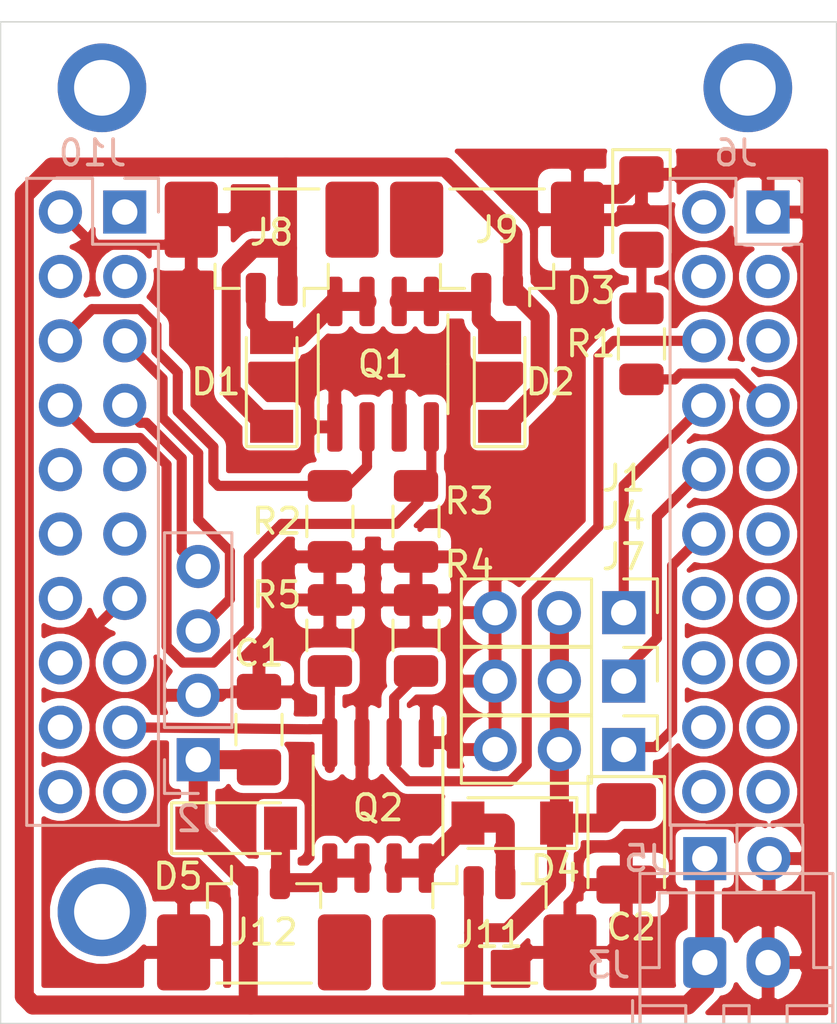
<source format=kicad_pcb>
(kicad_pcb (version 20171130) (host pcbnew 5.1.5)

  (general
    (thickness 1.6)
    (drawings 4)
    (tracks 157)
    (zones 0)
    (modules 29)
    (nets 45)
  )

  (page A4)
  (layers
    (0 F.Cu signal)
    (31 B.Cu signal hide)
    (32 B.Adhes user hide)
    (33 F.Adhes user hide)
    (34 B.Paste user hide)
    (35 F.Paste user hide)
    (36 B.SilkS user hide)
    (37 F.SilkS user)
    (38 B.Mask user hide)
    (39 F.Mask user hide)
    (40 Dwgs.User user hide)
    (41 Cmts.User user hide)
    (42 Eco1.User user hide)
    (43 Eco2.User user hide)
    (44 Edge.Cuts user)
    (45 Margin user hide)
    (46 B.CrtYd user hide)
    (47 F.CrtYd user hide)
    (48 B.Fab user hide)
    (49 F.Fab user hide)
  )

  (setup
    (last_trace_width 0.4)
    (user_trace_width 0.4)
    (user_trace_width 0.5)
    (user_trace_width 0.75)
    (user_trace_width 1)
    (trace_clearance 0.2)
    (zone_clearance 0.3)
    (zone_45_only no)
    (trace_min 0.2)
    (via_size 0.8)
    (via_drill 0.4)
    (via_min_size 0.4)
    (via_min_drill 0.3)
    (uvia_size 0.3)
    (uvia_drill 0.1)
    (uvias_allowed no)
    (uvia_min_size 0.2)
    (uvia_min_drill 0.1)
    (edge_width 0.05)
    (segment_width 0.2)
    (pcb_text_width 0.3)
    (pcb_text_size 1.5 1.5)
    (mod_edge_width 0.12)
    (mod_text_size 1 1)
    (mod_text_width 0.15)
    (pad_size 2.1 3)
    (pad_drill 0)
    (pad_to_mask_clearance 0.051)
    (solder_mask_min_width 0.25)
    (aux_axis_origin 0 0)
    (visible_elements FFFFFF7F)
    (pcbplotparams
      (layerselection 0x010fc_ffffffff)
      (usegerberextensions false)
      (usegerberattributes false)
      (usegerberadvancedattributes false)
      (creategerberjobfile false)
      (excludeedgelayer true)
      (linewidth 0.100000)
      (plotframeref false)
      (viasonmask false)
      (mode 1)
      (useauxorigin false)
      (hpglpennumber 1)
      (hpglpenspeed 20)
      (hpglpendiameter 15.000000)
      (psnegative false)
      (psa4output false)
      (plotreference true)
      (plotvalue true)
      (plotinvisibletext false)
      (padsonsilk false)
      (subtractmaskfromsilk false)
      (outputformat 1)
      (mirror false)
      (drillshape 1)
      (scaleselection 1)
      (outputdirectory ""))
  )

  (net 0 "")
  (net 1 VCC)
  (net 2 GND)
  (net 3 "Net-(D1-Pad2)")
  (net 4 "Net-(D2-Pad2)")
  (net 5 "Net-(D3-Pad2)")
  (net 6 "Net-(D4-Pad2)")
  (net 7 /FL)
  (net 8 /FR)
  (net 9 /RL)
  (net 10 /RR)
  (net 11 /ServoB)
  (net 12 /ServoA)
  (net 13 /SDA)
  (net 14 /SCL)
  (net 15 "Net-(J10-Pad20)")
  (net 16 "Net-(J10-Pad19)")
  (net 17 "Net-(J10-Pad18)")
  (net 18 "Net-(J10-Pad15)")
  (net 19 "Net-(J10-Pad14)")
  (net 20 "Net-(J10-Pad11)")
  (net 21 "Net-(J10-Pad10)")
  (net 22 "Net-(J10-Pad9)")
  (net 23 "Net-(J10-Pad4)")
  (net 24 "Net-(J10-Pad3)")
  (net 25 "Net-(J10-Pad1)")
  (net 26 "Net-(J10-Pad16)")
  (net 27 "Net-(J10-Pad12)")
  (net 28 /ServoC)
  (net 29 "Net-(D5-Pad2)")
  (net 30 "Net-(J6-Pad20)")
  (net 31 "Net-(J6-Pad19)")
  (net 32 "Net-(J6-Pad18)")
  (net 33 "Net-(J6-Pad17)")
  (net 34 "Net-(J6-Pad16)")
  (net 35 "Net-(J6-Pad15)")
  (net 36 "Net-(J6-Pad14)")
  (net 37 "Net-(J6-Pad13)")
  (net 38 "Net-(J6-Pad11)")
  (net 39 "Net-(J6-Pad9)")
  (net 40 "Net-(J6-Pad5)")
  (net 41 "Net-(J6-Pad4)")
  (net 42 "Net-(J6-Pad3)")
  (net 43 "Net-(J6-Pad2)")
  (net 44 /LED)

  (net_class Default "This is the default net class."
    (clearance 0.2)
    (trace_width 0.25)
    (via_dia 0.8)
    (via_drill 0.4)
    (uvia_dia 0.3)
    (uvia_drill 0.1)
    (add_net /FL)
    (add_net /FR)
    (add_net /LED)
    (add_net /RL)
    (add_net /RR)
    (add_net /SCL)
    (add_net /SDA)
    (add_net /ServoA)
    (add_net /ServoB)
    (add_net /ServoC)
    (add_net GND)
    (add_net "Net-(D1-Pad2)")
    (add_net "Net-(D2-Pad2)")
    (add_net "Net-(D3-Pad2)")
    (add_net "Net-(D4-Pad2)")
    (add_net "Net-(D5-Pad2)")
    (add_net "Net-(J10-Pad1)")
    (add_net "Net-(J10-Pad10)")
    (add_net "Net-(J10-Pad11)")
    (add_net "Net-(J10-Pad12)")
    (add_net "Net-(J10-Pad14)")
    (add_net "Net-(J10-Pad15)")
    (add_net "Net-(J10-Pad16)")
    (add_net "Net-(J10-Pad18)")
    (add_net "Net-(J10-Pad19)")
    (add_net "Net-(J10-Pad20)")
    (add_net "Net-(J10-Pad3)")
    (add_net "Net-(J10-Pad4)")
    (add_net "Net-(J10-Pad9)")
    (add_net "Net-(J6-Pad11)")
    (add_net "Net-(J6-Pad13)")
    (add_net "Net-(J6-Pad14)")
    (add_net "Net-(J6-Pad15)")
    (add_net "Net-(J6-Pad16)")
    (add_net "Net-(J6-Pad17)")
    (add_net "Net-(J6-Pad18)")
    (add_net "Net-(J6-Pad19)")
    (add_net "Net-(J6-Pad2)")
    (add_net "Net-(J6-Pad20)")
    (add_net "Net-(J6-Pad3)")
    (add_net "Net-(J6-Pad4)")
    (add_net "Net-(J6-Pad5)")
    (add_net "Net-(J6-Pad9)")
    (add_net VCC)
  )

  (module Connector_Molex:Molex_PicoBlade_53398-0271_1x02-1MP_P1.25mm_Vertical (layer F.Cu) (tedit 5DE707D6) (tstamp 5DE83AF4)
    (at 89.4 145.2)
    (descr "Molex PicoBlade series connector, 53398-0271 (http://www.molex.com/pdm_docs/sd/533980271_sd.pdf), generated with kicad-footprint-generator")
    (tags "connector Molex PicoBlade side entry")
    (path /5DB9EDC5)
    (attr smd)
    (fp_text reference J12 (at 0 0.7) (layer F.SilkS)
      (effects (font (size 1 1) (thickness 0.15)))
    )
    (fp_text value RR (at 0 4.2) (layer F.Fab)
      (effects (font (size 1 1) (thickness 0.15)))
    )
    (fp_text user %R (at 0 0.4) (layer F.Fab)
      (effects (font (size 1 1) (thickness 0.15)))
    )
    (fp_line (start -0.625 -0.392893) (end -0.125 -1.1) (layer F.Fab) (width 0.1))
    (fp_line (start -1.125 -1.1) (end -0.625 -0.392893) (layer F.Fab) (width 0.1))
    (fp_line (start 4.72 -2.4) (end -4.72 -2.4) (layer F.CrtYd) (width 0.05))
    (fp_line (start 4.72 3.5) (end 4.72 -2.4) (layer F.CrtYd) (width 0.05))
    (fp_line (start -4.72 3.5) (end 4.72 3.5) (layer F.CrtYd) (width 0.05))
    (fp_line (start -4.72 -2.4) (end -4.72 3.5) (layer F.CrtYd) (width 0.05))
    (fp_line (start 3.625 -0.2) (end 2.125 -0.2) (layer F.Fab) (width 0.1))
    (fp_line (start 3.625 0.4) (end 3.625 -0.2) (layer F.Fab) (width 0.1))
    (fp_line (start 3.825 0.6) (end 3.625 0.4) (layer F.Fab) (width 0.1))
    (fp_line (start 3.825 2.4) (end 3.825 0.6) (layer F.Fab) (width 0.1))
    (fp_line (start 3.625 2.6) (end 3.825 2.4) (layer F.Fab) (width 0.1))
    (fp_line (start 2.125 2.6) (end 3.625 2.6) (layer F.Fab) (width 0.1))
    (fp_line (start -3.625 -0.2) (end -2.125 -0.2) (layer F.Fab) (width 0.1))
    (fp_line (start -3.625 0.4) (end -3.625 -0.2) (layer F.Fab) (width 0.1))
    (fp_line (start -3.825 0.6) (end -3.625 0.4) (layer F.Fab) (width 0.1))
    (fp_line (start -3.825 2.4) (end -3.825 0.6) (layer F.Fab) (width 0.1))
    (fp_line (start -3.625 2.6) (end -3.825 2.4) (layer F.Fab) (width 0.1))
    (fp_line (start -2.125 2.6) (end -3.625 2.6) (layer F.Fab) (width 0.1))
    (fp_line (start 0.775 1.225) (end 0.475 1.225) (layer F.Fab) (width 0.1))
    (fp_line (start 0.775 1.825) (end 0.775 1.225) (layer F.Fab) (width 0.1))
    (fp_line (start 0.475 1.825) (end 0.775 1.825) (layer F.Fab) (width 0.1))
    (fp_line (start 0.475 1.225) (end 0.475 1.825) (layer F.Fab) (width 0.1))
    (fp_line (start -0.475 1.225) (end -0.775 1.225) (layer F.Fab) (width 0.1))
    (fp_line (start -0.475 1.825) (end -0.475 1.225) (layer F.Fab) (width 0.1))
    (fp_line (start -0.775 1.825) (end -0.475 1.825) (layer F.Fab) (width 0.1))
    (fp_line (start -0.775 1.225) (end -0.775 1.825) (layer F.Fab) (width 0.1))
    (fp_line (start 2.125 -1.1) (end 2.125 2.6) (layer F.Fab) (width 0.1))
    (fp_line (start -2.125 -1.1) (end -2.125 2.6) (layer F.Fab) (width 0.1))
    (fp_line (start -2.125 2.6) (end 2.125 2.6) (layer F.Fab) (width 0.1))
    (fp_line (start -1.865 2.71) (end 1.865 2.71) (layer F.SilkS) (width 0.12))
    (fp_line (start 2.235 -1.21) (end 1.285 -1.21) (layer F.SilkS) (width 0.12))
    (fp_line (start 2.235 -0.26) (end 2.235 -1.21) (layer F.SilkS) (width 0.12))
    (fp_line (start -1.285 -1.21) (end -1.285 -1.9) (layer F.SilkS) (width 0.12))
    (fp_line (start -2.235 -1.21) (end -1.285 -1.21) (layer F.SilkS) (width 0.12))
    (fp_line (start -2.235 -0.26) (end -2.235 -1.21) (layer F.SilkS) (width 0.12))
    (fp_line (start -2.125 -1.1) (end 2.125 -1.1) (layer F.Fab) (width 0.1))
    (pad MP smd roundrect (at 3.175 1.5) (size 2.1 3) (layers F.Cu F.Paste F.Mask) (roundrect_rratio 0.119048))
    (pad MP smd roundrect (at -3.175 1.5) (size 2.1 3) (layers F.Cu F.Paste F.Mask) (roundrect_rratio 0.119)
      (net 2 GND))
    (pad 2 smd roundrect (at 0.625 -1.25) (size 0.8 1.3) (layers F.Cu F.Paste F.Mask) (roundrect_rratio 0.25)
      (net 29 "Net-(D5-Pad2)"))
    (pad 1 smd roundrect (at -0.625 -1.25) (size 0.8 1.3) (layers F.Cu F.Paste F.Mask) (roundrect_rratio 0.25)
      (net 1 VCC))
    (model ${KISYS3DMOD}/Connector_Molex.3dshapes/Molex_PicoBlade_53398-0271_1x02-1MP_P1.25mm_Vertical.wrl
      (at (xyz 0 0 0))
      (scale (xyz 1 1 1))
      (rotate (xyz 0 0 0))
    )
  )

  (module Connector_Molex:Molex_PicoBlade_53398-0271_1x02-1MP_P1.25mm_Vertical (layer F.Cu) (tedit 5DE707CD) (tstamp 5DB8D3A3)
    (at 98.3 145.2)
    (descr "Molex PicoBlade series connector, 53398-0271 (http://www.molex.com/pdm_docs/sd/533980271_sd.pdf), generated with kicad-footprint-generator")
    (tags "connector Molex PicoBlade side entry")
    (path /5DBA038C)
    (attr smd)
    (fp_text reference J11 (at 0 0.8) (layer F.SilkS)
      (effects (font (size 1 1) (thickness 0.15)))
    )
    (fp_text value RL (at 0 4.2) (layer F.Fab)
      (effects (font (size 1 1) (thickness 0.15)))
    )
    (fp_text user %R (at 0 0.4) (layer F.Fab)
      (effects (font (size 1 1) (thickness 0.15)))
    )
    (fp_line (start -0.625 -0.392893) (end -0.125 -1.1) (layer F.Fab) (width 0.1))
    (fp_line (start -1.125 -1.1) (end -0.625 -0.392893) (layer F.Fab) (width 0.1))
    (fp_line (start 4.72 -2.4) (end -4.72 -2.4) (layer F.CrtYd) (width 0.05))
    (fp_line (start 4.72 3.5) (end 4.72 -2.4) (layer F.CrtYd) (width 0.05))
    (fp_line (start -4.72 3.5) (end 4.72 3.5) (layer F.CrtYd) (width 0.05))
    (fp_line (start -4.72 -2.4) (end -4.72 3.5) (layer F.CrtYd) (width 0.05))
    (fp_line (start 3.625 -0.2) (end 2.125 -0.2) (layer F.Fab) (width 0.1))
    (fp_line (start 3.625 0.4) (end 3.625 -0.2) (layer F.Fab) (width 0.1))
    (fp_line (start 3.825 0.6) (end 3.625 0.4) (layer F.Fab) (width 0.1))
    (fp_line (start 3.825 2.4) (end 3.825 0.6) (layer F.Fab) (width 0.1))
    (fp_line (start 3.625 2.6) (end 3.825 2.4) (layer F.Fab) (width 0.1))
    (fp_line (start 2.125 2.6) (end 3.625 2.6) (layer F.Fab) (width 0.1))
    (fp_line (start -3.625 -0.2) (end -2.125 -0.2) (layer F.Fab) (width 0.1))
    (fp_line (start -3.625 0.4) (end -3.625 -0.2) (layer F.Fab) (width 0.1))
    (fp_line (start -3.825 0.6) (end -3.625 0.4) (layer F.Fab) (width 0.1))
    (fp_line (start -3.825 2.4) (end -3.825 0.6) (layer F.Fab) (width 0.1))
    (fp_line (start -3.625 2.6) (end -3.825 2.4) (layer F.Fab) (width 0.1))
    (fp_line (start -2.125 2.6) (end -3.625 2.6) (layer F.Fab) (width 0.1))
    (fp_line (start 0.775 1.225) (end 0.475 1.225) (layer F.Fab) (width 0.1))
    (fp_line (start 0.775 1.825) (end 0.775 1.225) (layer F.Fab) (width 0.1))
    (fp_line (start 0.475 1.825) (end 0.775 1.825) (layer F.Fab) (width 0.1))
    (fp_line (start 0.475 1.225) (end 0.475 1.825) (layer F.Fab) (width 0.1))
    (fp_line (start -0.475 1.225) (end -0.775 1.225) (layer F.Fab) (width 0.1))
    (fp_line (start -0.475 1.825) (end -0.475 1.225) (layer F.Fab) (width 0.1))
    (fp_line (start -0.775 1.825) (end -0.475 1.825) (layer F.Fab) (width 0.1))
    (fp_line (start -0.775 1.225) (end -0.775 1.825) (layer F.Fab) (width 0.1))
    (fp_line (start 2.125 -1.1) (end 2.125 2.6) (layer F.Fab) (width 0.1))
    (fp_line (start -2.125 -1.1) (end -2.125 2.6) (layer F.Fab) (width 0.1))
    (fp_line (start -2.125 2.6) (end 2.125 2.6) (layer F.Fab) (width 0.1))
    (fp_line (start -1.865 2.71) (end 1.865 2.71) (layer F.SilkS) (width 0.12))
    (fp_line (start 2.235 -1.21) (end 1.285 -1.21) (layer F.SilkS) (width 0.12))
    (fp_line (start 2.235 -0.26) (end 2.235 -1.21) (layer F.SilkS) (width 0.12))
    (fp_line (start -1.285 -1.21) (end -1.285 -1.9) (layer F.SilkS) (width 0.12))
    (fp_line (start -2.235 -1.21) (end -1.285 -1.21) (layer F.SilkS) (width 0.12))
    (fp_line (start -2.235 -0.26) (end -2.235 -1.21) (layer F.SilkS) (width 0.12))
    (fp_line (start -2.125 -1.1) (end 2.125 -1.1) (layer F.Fab) (width 0.1))
    (pad MP smd roundrect (at 3.175 1.5) (size 2.1 3) (layers F.Cu F.Paste F.Mask) (roundrect_rratio 0.119)
      (net 2 GND))
    (pad MP smd roundrect (at -3.175 1.5) (size 2.1 3) (layers F.Cu F.Paste F.Mask) (roundrect_rratio 0.119048))
    (pad 2 smd roundrect (at 0.625 -1.25) (size 0.8 1.3) (layers F.Cu F.Paste F.Mask) (roundrect_rratio 0.25)
      (net 6 "Net-(D4-Pad2)"))
    (pad 1 smd roundrect (at -0.625 -1.25) (size 0.8 1.3) (layers F.Cu F.Paste F.Mask) (roundrect_rratio 0.25)
      (net 1 VCC))
    (model ${KISYS3DMOD}/Connector_Molex.3dshapes/Molex_PicoBlade_53398-0271_1x02-1MP_P1.25mm_Vertical.wrl
      (at (xyz 0 0 0))
      (scale (xyz 1 1 1))
      (rotate (xyz 0 0 0))
    )
  )

  (module Connector_Molex:Molex_PicoBlade_53398-0271_1x02-1MP_P1.25mm_Vertical (layer F.Cu) (tedit 5DE704C8) (tstamp 5DB82EF3)
    (at 98.6 119.3 180)
    (descr "Molex PicoBlade series connector, 53398-0271 (http://www.molex.com/pdm_docs/sd/533980271_sd.pdf), generated with kicad-footprint-generator")
    (tags "connector Molex PicoBlade side entry")
    (path /5DB9FC06)
    (attr smd)
    (fp_text reference J9 (at 0 1.1) (layer F.SilkS)
      (effects (font (size 1 1) (thickness 0.15)))
    )
    (fp_text value FR (at 0 4.2) (layer F.Fab)
      (effects (font (size 1 1) (thickness 0.15)))
    )
    (fp_text user %R (at 0 0.4) (layer F.Fab)
      (effects (font (size 1 1) (thickness 0.15)))
    )
    (fp_line (start -0.625 -0.392893) (end -0.125 -1.1) (layer F.Fab) (width 0.1))
    (fp_line (start -1.125 -1.1) (end -0.625 -0.392893) (layer F.Fab) (width 0.1))
    (fp_line (start 4.72 -2.4) (end -4.72 -2.4) (layer F.CrtYd) (width 0.05))
    (fp_line (start 4.72 3.5) (end 4.72 -2.4) (layer F.CrtYd) (width 0.05))
    (fp_line (start -4.72 3.5) (end 4.72 3.5) (layer F.CrtYd) (width 0.05))
    (fp_line (start -4.72 -2.4) (end -4.72 3.5) (layer F.CrtYd) (width 0.05))
    (fp_line (start 3.625 -0.2) (end 2.125 -0.2) (layer F.Fab) (width 0.1))
    (fp_line (start 3.625 0.4) (end 3.625 -0.2) (layer F.Fab) (width 0.1))
    (fp_line (start 3.825 0.6) (end 3.625 0.4) (layer F.Fab) (width 0.1))
    (fp_line (start 3.825 2.4) (end 3.825 0.6) (layer F.Fab) (width 0.1))
    (fp_line (start 3.625 2.6) (end 3.825 2.4) (layer F.Fab) (width 0.1))
    (fp_line (start 2.125 2.6) (end 3.625 2.6) (layer F.Fab) (width 0.1))
    (fp_line (start -3.625 -0.2) (end -2.125 -0.2) (layer F.Fab) (width 0.1))
    (fp_line (start -3.625 0.4) (end -3.625 -0.2) (layer F.Fab) (width 0.1))
    (fp_line (start -3.825 0.6) (end -3.625 0.4) (layer F.Fab) (width 0.1))
    (fp_line (start -3.825 2.4) (end -3.825 0.6) (layer F.Fab) (width 0.1))
    (fp_line (start -3.625 2.6) (end -3.825 2.4) (layer F.Fab) (width 0.1))
    (fp_line (start -2.125 2.6) (end -3.625 2.6) (layer F.Fab) (width 0.1))
    (fp_line (start 0.775 1.225) (end 0.475 1.225) (layer F.Fab) (width 0.1))
    (fp_line (start 0.775 1.825) (end 0.775 1.225) (layer F.Fab) (width 0.1))
    (fp_line (start 0.475 1.825) (end 0.775 1.825) (layer F.Fab) (width 0.1))
    (fp_line (start 0.475 1.225) (end 0.475 1.825) (layer F.Fab) (width 0.1))
    (fp_line (start -0.475 1.225) (end -0.775 1.225) (layer F.Fab) (width 0.1))
    (fp_line (start -0.475 1.825) (end -0.475 1.225) (layer F.Fab) (width 0.1))
    (fp_line (start -0.775 1.825) (end -0.475 1.825) (layer F.Fab) (width 0.1))
    (fp_line (start -0.775 1.225) (end -0.775 1.825) (layer F.Fab) (width 0.1))
    (fp_line (start 2.125 -1.1) (end 2.125 2.6) (layer F.Fab) (width 0.1))
    (fp_line (start -2.125 -1.1) (end -2.125 2.6) (layer F.Fab) (width 0.1))
    (fp_line (start -2.125 2.6) (end 2.125 2.6) (layer F.Fab) (width 0.1))
    (fp_line (start -1.865 2.71) (end 1.865 2.71) (layer F.SilkS) (width 0.12))
    (fp_line (start 2.235 -1.21) (end 1.285 -1.21) (layer F.SilkS) (width 0.12))
    (fp_line (start 2.235 -0.26) (end 2.235 -1.21) (layer F.SilkS) (width 0.12))
    (fp_line (start -1.285 -1.21) (end -1.285 -1.9) (layer F.SilkS) (width 0.12))
    (fp_line (start -2.235 -1.21) (end -1.285 -1.21) (layer F.SilkS) (width 0.12))
    (fp_line (start -2.235 -0.26) (end -2.235 -1.21) (layer F.SilkS) (width 0.12))
    (fp_line (start -2.125 -1.1) (end 2.125 -1.1) (layer F.Fab) (width 0.1))
    (pad MP smd roundrect (at 3.175 1.5 180) (size 2.1 3) (layers F.Cu F.Paste F.Mask) (roundrect_rratio 0.119048))
    (pad MP smd roundrect (at -3.175 1.5 180) (size 2.1 3) (layers F.Cu F.Paste F.Mask) (roundrect_rratio 0.119)
      (net 2 GND))
    (pad 2 smd roundrect (at 0.625 -1.25 180) (size 0.8 1.3) (layers F.Cu F.Paste F.Mask) (roundrect_rratio 0.25)
      (net 4 "Net-(D2-Pad2)"))
    (pad 1 smd roundrect (at -0.625 -1.25 180) (size 0.8 1.3) (layers F.Cu F.Paste F.Mask) (roundrect_rratio 0.25)
      (net 1 VCC))
    (model ${KISYS3DMOD}/Connector_Molex.3dshapes/Molex_PicoBlade_53398-0271_1x02-1MP_P1.25mm_Vertical.wrl
      (at (xyz 0 0 0))
      (scale (xyz 1 1 1))
      (rotate (xyz 0 0 0))
    )
  )

  (module Connector_Molex:Molex_PicoBlade_53398-0271_1x02-1MP_P1.25mm_Vertical (layer F.Cu) (tedit 5DE707DF) (tstamp 5DE903D8)
    (at 89.7 119.3 180)
    (descr "Molex PicoBlade series connector, 53398-0271 (http://www.molex.com/pdm_docs/sd/533980271_sd.pdf), generated with kicad-footprint-generator")
    (tags "connector Molex PicoBlade side entry")
    (path /5DBA09A1)
    (attr smd)
    (fp_text reference J8 (at 0 1) (layer F.SilkS)
      (effects (font (size 1 1) (thickness 0.15)))
    )
    (fp_text value FL (at 0 4.2) (layer F.Fab)
      (effects (font (size 1 1) (thickness 0.15)))
    )
    (fp_text user %R (at 0 0.4) (layer F.Fab)
      (effects (font (size 1 1) (thickness 0.15)))
    )
    (fp_line (start -0.625 -0.392893) (end -0.125 -1.1) (layer F.Fab) (width 0.1))
    (fp_line (start -1.125 -1.1) (end -0.625 -0.392893) (layer F.Fab) (width 0.1))
    (fp_line (start 4.72 -2.4) (end -4.72 -2.4) (layer F.CrtYd) (width 0.05))
    (fp_line (start 4.72 3.5) (end 4.72 -2.4) (layer F.CrtYd) (width 0.05))
    (fp_line (start -4.72 3.5) (end 4.72 3.5) (layer F.CrtYd) (width 0.05))
    (fp_line (start -4.72 -2.4) (end -4.72 3.5) (layer F.CrtYd) (width 0.05))
    (fp_line (start 3.625 -0.2) (end 2.125 -0.2) (layer F.Fab) (width 0.1))
    (fp_line (start 3.625 0.4) (end 3.625 -0.2) (layer F.Fab) (width 0.1))
    (fp_line (start 3.825 0.6) (end 3.625 0.4) (layer F.Fab) (width 0.1))
    (fp_line (start 3.825 2.4) (end 3.825 0.6) (layer F.Fab) (width 0.1))
    (fp_line (start 3.625 2.6) (end 3.825 2.4) (layer F.Fab) (width 0.1))
    (fp_line (start 2.125 2.6) (end 3.625 2.6) (layer F.Fab) (width 0.1))
    (fp_line (start -3.625 -0.2) (end -2.125 -0.2) (layer F.Fab) (width 0.1))
    (fp_line (start -3.625 0.4) (end -3.625 -0.2) (layer F.Fab) (width 0.1))
    (fp_line (start -3.825 0.6) (end -3.625 0.4) (layer F.Fab) (width 0.1))
    (fp_line (start -3.825 2.4) (end -3.825 0.6) (layer F.Fab) (width 0.1))
    (fp_line (start -3.625 2.6) (end -3.825 2.4) (layer F.Fab) (width 0.1))
    (fp_line (start -2.125 2.6) (end -3.625 2.6) (layer F.Fab) (width 0.1))
    (fp_line (start 0.775 1.225) (end 0.475 1.225) (layer F.Fab) (width 0.1))
    (fp_line (start 0.775 1.825) (end 0.775 1.225) (layer F.Fab) (width 0.1))
    (fp_line (start 0.475 1.825) (end 0.775 1.825) (layer F.Fab) (width 0.1))
    (fp_line (start 0.475 1.225) (end 0.475 1.825) (layer F.Fab) (width 0.1))
    (fp_line (start -0.475 1.225) (end -0.775 1.225) (layer F.Fab) (width 0.1))
    (fp_line (start -0.475 1.825) (end -0.475 1.225) (layer F.Fab) (width 0.1))
    (fp_line (start -0.775 1.825) (end -0.475 1.825) (layer F.Fab) (width 0.1))
    (fp_line (start -0.775 1.225) (end -0.775 1.825) (layer F.Fab) (width 0.1))
    (fp_line (start 2.125 -1.1) (end 2.125 2.6) (layer F.Fab) (width 0.1))
    (fp_line (start -2.125 -1.1) (end -2.125 2.6) (layer F.Fab) (width 0.1))
    (fp_line (start -2.125 2.6) (end 2.125 2.6) (layer F.Fab) (width 0.1))
    (fp_line (start -1.865 2.71) (end 1.865 2.71) (layer F.SilkS) (width 0.12))
    (fp_line (start 2.235 -1.21) (end 1.285 -1.21) (layer F.SilkS) (width 0.12))
    (fp_line (start 2.235 -0.26) (end 2.235 -1.21) (layer F.SilkS) (width 0.12))
    (fp_line (start -1.285 -1.21) (end -1.285 -1.9) (layer F.SilkS) (width 0.12))
    (fp_line (start -2.235 -1.21) (end -1.285 -1.21) (layer F.SilkS) (width 0.12))
    (fp_line (start -2.235 -0.26) (end -2.235 -1.21) (layer F.SilkS) (width 0.12))
    (fp_line (start -2.125 -1.1) (end 2.125 -1.1) (layer F.Fab) (width 0.1))
    (pad MP smd roundrect (at 3.175 1.5 180) (size 2.1 3) (layers F.Cu F.Paste F.Mask) (roundrect_rratio 0.119)
      (net 2 GND))
    (pad MP smd roundrect (at -3.175 1.5 180) (size 2.1 3) (layers F.Cu F.Paste F.Mask) (roundrect_rratio 0.119048))
    (pad 2 smd roundrect (at 0.625 -1.25 180) (size 0.8 1.3) (layers F.Cu F.Paste F.Mask) (roundrect_rratio 0.25)
      (net 3 "Net-(D1-Pad2)"))
    (pad 1 smd roundrect (at -0.625 -1.25 180) (size 0.8 1.3) (layers F.Cu F.Paste F.Mask) (roundrect_rratio 0.25)
      (net 1 VCC))
    (model ${KISYS3DMOD}/Connector_Molex.3dshapes/Molex_PicoBlade_53398-0271_1x02-1MP_P1.25mm_Vertical.wrl
      (at (xyz 0 0 0))
      (scale (xyz 1 1 1))
      (rotate (xyz 0 0 0))
    )
  )

  (module Resistor_SMD:R_1206_3216Metric (layer F.Cu) (tedit 5B301BBD) (tstamp 5DE91668)
    (at 104.3 122.7 90)
    (descr "Resistor SMD 1206 (3216 Metric), square (rectangular) end terminal, IPC_7351 nominal, (Body size source: http://www.tortai-tech.com/upload/download/2011102023233369053.pdf), generated with kicad-footprint-generator")
    (tags resistor)
    (path /5E0E584C)
    (attr smd)
    (fp_text reference R1 (at 0 -2 180) (layer F.SilkS)
      (effects (font (size 1 1) (thickness 0.15)))
    )
    (fp_text value 10k (at 0 1.82 90) (layer F.Fab)
      (effects (font (size 1 1) (thickness 0.15)))
    )
    (fp_text user %R (at 0 0 90) (layer F.Fab)
      (effects (font (size 0.8 0.8) (thickness 0.12)))
    )
    (fp_line (start 2.28 1.12) (end -2.28 1.12) (layer F.CrtYd) (width 0.05))
    (fp_line (start 2.28 -1.12) (end 2.28 1.12) (layer F.CrtYd) (width 0.05))
    (fp_line (start -2.28 -1.12) (end 2.28 -1.12) (layer F.CrtYd) (width 0.05))
    (fp_line (start -2.28 1.12) (end -2.28 -1.12) (layer F.CrtYd) (width 0.05))
    (fp_line (start -0.602064 0.91) (end 0.602064 0.91) (layer F.SilkS) (width 0.12))
    (fp_line (start -0.602064 -0.91) (end 0.602064 -0.91) (layer F.SilkS) (width 0.12))
    (fp_line (start 1.6 0.8) (end -1.6 0.8) (layer F.Fab) (width 0.1))
    (fp_line (start 1.6 -0.8) (end 1.6 0.8) (layer F.Fab) (width 0.1))
    (fp_line (start -1.6 -0.8) (end 1.6 -0.8) (layer F.Fab) (width 0.1))
    (fp_line (start -1.6 0.8) (end -1.6 -0.8) (layer F.Fab) (width 0.1))
    (pad 2 smd roundrect (at 1.4 0 90) (size 1.25 1.75) (layers F.Cu F.Paste F.Mask) (roundrect_rratio 0.2)
      (net 5 "Net-(D3-Pad2)"))
    (pad 1 smd roundrect (at -1.4 0 90) (size 1.25 1.75) (layers F.Cu F.Paste F.Mask) (roundrect_rratio 0.2)
      (net 44 /LED))
    (model ${KISYS3DMOD}/Resistor_SMD.3dshapes/R_1206_3216Metric.wrl
      (at (xyz 0 0 0))
      (scale (xyz 1 1 1))
      (rotate (xyz 0 0 0))
    )
  )

  (module LED_SMD:LED_1206_3216Metric_Pad1.42x1.75mm_HandSolder (layer F.Cu) (tedit 5B4B45C9) (tstamp 5DE9141A)
    (at 104.3 117.5 270)
    (descr "LED SMD 1206 (3216 Metric), square (rectangular) end terminal, IPC_7351 nominal, (Body size source: http://www.tortai-tech.com/upload/download/2011102023233369053.pdf), generated with kicad-footprint-generator")
    (tags "LED handsolder")
    (path /5E0E4E96)
    (attr smd)
    (fp_text reference D3 (at 3.1 2 180) (layer F.SilkS)
      (effects (font (size 1 1) (thickness 0.15)))
    )
    (fp_text value LED (at 0 1.82 90) (layer F.Fab)
      (effects (font (size 1 1) (thickness 0.15)))
    )
    (fp_text user %R (at 0 0 90) (layer F.Fab)
      (effects (font (size 0.8 0.8) (thickness 0.12)))
    )
    (fp_line (start 2.45 1.12) (end -2.45 1.12) (layer F.CrtYd) (width 0.05))
    (fp_line (start 2.45 -1.12) (end 2.45 1.12) (layer F.CrtYd) (width 0.05))
    (fp_line (start -2.45 -1.12) (end 2.45 -1.12) (layer F.CrtYd) (width 0.05))
    (fp_line (start -2.45 1.12) (end -2.45 -1.12) (layer F.CrtYd) (width 0.05))
    (fp_line (start -2.46 1.135) (end 1.6 1.135) (layer F.SilkS) (width 0.12))
    (fp_line (start -2.46 -1.135) (end -2.46 1.135) (layer F.SilkS) (width 0.12))
    (fp_line (start 1.6 -1.135) (end -2.46 -1.135) (layer F.SilkS) (width 0.12))
    (fp_line (start 1.6 0.8) (end 1.6 -0.8) (layer F.Fab) (width 0.1))
    (fp_line (start -1.6 0.8) (end 1.6 0.8) (layer F.Fab) (width 0.1))
    (fp_line (start -1.6 -0.4) (end -1.6 0.8) (layer F.Fab) (width 0.1))
    (fp_line (start -1.2 -0.8) (end -1.6 -0.4) (layer F.Fab) (width 0.1))
    (fp_line (start 1.6 -0.8) (end -1.2 -0.8) (layer F.Fab) (width 0.1))
    (pad 2 smd roundrect (at 1.4875 0 270) (size 1.425 1.75) (layers F.Cu F.Paste F.Mask) (roundrect_rratio 0.175439)
      (net 5 "Net-(D3-Pad2)"))
    (pad 1 smd roundrect (at -1.4875 0 270) (size 1.425 1.75) (layers F.Cu F.Paste F.Mask) (roundrect_rratio 0.175439)
      (net 2 GND))
    (model ${KISYS3DMOD}/LED_SMD.3dshapes/LED_1206_3216Metric.wrl
      (at (xyz 0 0 0))
      (scale (xyz 1 1 1))
      (rotate (xyz 0 0 0))
    )
  )

  (module Diode_SMD:D_MiniMELF (layer F.Cu) (tedit 5905D8F5) (tstamp 5DE9885F)
    (at 89.7 124.2 90)
    (descr "Diode Mini-MELF")
    (tags "Diode Mini-MELF")
    (path /5DBC174C)
    (attr smd)
    (fp_text reference D1 (at 0 -2.2 180) (layer F.SilkS)
      (effects (font (size 1 1) (thickness 0.15)))
    )
    (fp_text value LL4148 (at 0 1.75 90) (layer F.Fab)
      (effects (font (size 1 1) (thickness 0.15)))
    )
    (fp_line (start -2.65 1.1) (end -2.65 -1.1) (layer F.CrtYd) (width 0.05))
    (fp_line (start 2.65 1.1) (end -2.65 1.1) (layer F.CrtYd) (width 0.05))
    (fp_line (start 2.65 -1.1) (end 2.65 1.1) (layer F.CrtYd) (width 0.05))
    (fp_line (start -2.65 -1.1) (end 2.65 -1.1) (layer F.CrtYd) (width 0.05))
    (fp_line (start -0.75 0) (end -0.35 0) (layer F.Fab) (width 0.1))
    (fp_line (start -0.35 0) (end -0.35 -0.55) (layer F.Fab) (width 0.1))
    (fp_line (start -0.35 0) (end -0.35 0.55) (layer F.Fab) (width 0.1))
    (fp_line (start -0.35 0) (end 0.25 -0.4) (layer F.Fab) (width 0.1))
    (fp_line (start 0.25 -0.4) (end 0.25 0.4) (layer F.Fab) (width 0.1))
    (fp_line (start 0.25 0.4) (end -0.35 0) (layer F.Fab) (width 0.1))
    (fp_line (start 0.25 0) (end 0.75 0) (layer F.Fab) (width 0.1))
    (fp_line (start -1.65 -0.8) (end 1.65 -0.8) (layer F.Fab) (width 0.1))
    (fp_line (start -1.65 0.8) (end -1.65 -0.8) (layer F.Fab) (width 0.1))
    (fp_line (start 1.65 0.8) (end -1.65 0.8) (layer F.Fab) (width 0.1))
    (fp_line (start 1.65 -0.8) (end 1.65 0.8) (layer F.Fab) (width 0.1))
    (fp_line (start -2.55 1) (end 1.75 1) (layer F.SilkS) (width 0.12))
    (fp_line (start -2.55 -1) (end -2.55 1) (layer F.SilkS) (width 0.12))
    (fp_line (start 1.75 -1) (end -2.55 -1) (layer F.SilkS) (width 0.12))
    (fp_text user %R (at 0 -2 90) (layer F.Fab)
      (effects (font (size 1 1) (thickness 0.15)))
    )
    (pad 2 smd rect (at 1.75 0 90) (size 1.3 1.7) (layers F.Cu F.Paste F.Mask)
      (net 3 "Net-(D1-Pad2)"))
    (pad 1 smd rect (at -1.75 0 90) (size 1.3 1.7) (layers F.Cu F.Paste F.Mask)
      (net 1 VCC))
    (model ${KISYS3DMOD}/Diode_SMD.3dshapes/D_MiniMELF.wrl
      (at (xyz 0 0 0))
      (scale (xyz 1 1 1))
      (rotate (xyz 0 0 0))
    )
  )

  (module Connector_PinHeader_2.54mm:PinHeader_1x03_P2.54mm_Vertical (layer F.Cu) (tedit 59FED5CC) (tstamp 5DE93815)
    (at 103.6 133.3 270)
    (descr "Through hole straight pin header, 1x03, 2.54mm pitch, single row")
    (tags "Through hole pin header THT 1x03 2.54mm single row")
    (path /5E075070)
    (fp_text reference J1 (at -5.3 0) (layer F.SilkS)
      (effects (font (size 1 1) (thickness 0.15)))
    )
    (fp_text value Conn_01x03 (at 0 7.41 90) (layer F.Fab)
      (effects (font (size 1 1) (thickness 0.15)))
    )
    (fp_text user %R (at 0 2.54) (layer F.Fab)
      (effects (font (size 1 1) (thickness 0.15)))
    )
    (fp_line (start 1.8 -1.8) (end -1.8 -1.8) (layer F.CrtYd) (width 0.05))
    (fp_line (start 1.8 6.85) (end 1.8 -1.8) (layer F.CrtYd) (width 0.05))
    (fp_line (start -1.8 6.85) (end 1.8 6.85) (layer F.CrtYd) (width 0.05))
    (fp_line (start -1.8 -1.8) (end -1.8 6.85) (layer F.CrtYd) (width 0.05))
    (fp_line (start -1.33 -1.33) (end 0 -1.33) (layer F.SilkS) (width 0.12))
    (fp_line (start -1.33 0) (end -1.33 -1.33) (layer F.SilkS) (width 0.12))
    (fp_line (start -1.33 1.27) (end 1.33 1.27) (layer F.SilkS) (width 0.12))
    (fp_line (start 1.33 1.27) (end 1.33 6.41) (layer F.SilkS) (width 0.12))
    (fp_line (start -1.33 1.27) (end -1.33 6.41) (layer F.SilkS) (width 0.12))
    (fp_line (start -1.33 6.41) (end 1.33 6.41) (layer F.SilkS) (width 0.12))
    (fp_line (start -1.27 -0.635) (end -0.635 -1.27) (layer F.Fab) (width 0.1))
    (fp_line (start -1.27 6.35) (end -1.27 -0.635) (layer F.Fab) (width 0.1))
    (fp_line (start 1.27 6.35) (end -1.27 6.35) (layer F.Fab) (width 0.1))
    (fp_line (start 1.27 -1.27) (end 1.27 6.35) (layer F.Fab) (width 0.1))
    (fp_line (start -0.635 -1.27) (end 1.27 -1.27) (layer F.Fab) (width 0.1))
    (pad 3 thru_hole oval (at 0 5.08 270) (size 1.7 1.7) (drill 1) (layers *.Cu *.Mask)
      (net 2 GND))
    (pad 2 thru_hole oval (at 0 2.54 270) (size 1.7 1.7) (drill 1) (layers *.Cu *.Mask)
      (net 1 VCC))
    (pad 1 thru_hole rect (at 0 0 270) (size 1.7 1.7) (drill 1) (layers *.Cu *.Mask)
      (net 12 /ServoA))
    (model ${KISYS3DMOD}/Connector_PinHeader_2.54mm.3dshapes/PinHeader_1x03_P2.54mm_Vertical.wrl
      (at (xyz 0 0 0))
      (scale (xyz 1 1 1))
      (rotate (xyz 0 0 0))
    )
  )

  (module Connector_PinHeader_2.54mm:PinHeader_2x10_P2.54mm_Vertical (layer B.Cu) (tedit 59FED5CC) (tstamp 5DE8F67A)
    (at 109.3 117.5 180)
    (descr "Through hole straight pin header, 2x10, 2.54mm pitch, double rows")
    (tags "Through hole pin header THT 2x10 2.54mm double row")
    (path /5DE6DFDF)
    (fp_text reference J6 (at 1.27 2.33) (layer B.SilkS)
      (effects (font (size 1 1) (thickness 0.15)) (justify mirror))
    )
    (fp_text value Left (at 1.27 -25.19) (layer B.Fab)
      (effects (font (size 1 1) (thickness 0.15)) (justify mirror))
    )
    (fp_text user %R (at 1.27 -11.43 270) (layer B.Fab)
      (effects (font (size 1 1) (thickness 0.15)) (justify mirror))
    )
    (fp_line (start 4.35 1.8) (end -1.8 1.8) (layer B.CrtYd) (width 0.05))
    (fp_line (start 4.35 -24.65) (end 4.35 1.8) (layer B.CrtYd) (width 0.05))
    (fp_line (start -1.8 -24.65) (end 4.35 -24.65) (layer B.CrtYd) (width 0.05))
    (fp_line (start -1.8 1.8) (end -1.8 -24.65) (layer B.CrtYd) (width 0.05))
    (fp_line (start -1.33 1.33) (end 0 1.33) (layer B.SilkS) (width 0.12))
    (fp_line (start -1.33 0) (end -1.33 1.33) (layer B.SilkS) (width 0.12))
    (fp_line (start 1.27 1.33) (end 3.87 1.33) (layer B.SilkS) (width 0.12))
    (fp_line (start 1.27 -1.27) (end 1.27 1.33) (layer B.SilkS) (width 0.12))
    (fp_line (start -1.33 -1.27) (end 1.27 -1.27) (layer B.SilkS) (width 0.12))
    (fp_line (start 3.87 1.33) (end 3.87 -24.19) (layer B.SilkS) (width 0.12))
    (fp_line (start -1.33 -1.27) (end -1.33 -24.19) (layer B.SilkS) (width 0.12))
    (fp_line (start -1.33 -24.19) (end 3.87 -24.19) (layer B.SilkS) (width 0.12))
    (fp_line (start -1.27 0) (end 0 1.27) (layer B.Fab) (width 0.1))
    (fp_line (start -1.27 -24.13) (end -1.27 0) (layer B.Fab) (width 0.1))
    (fp_line (start 3.81 -24.13) (end -1.27 -24.13) (layer B.Fab) (width 0.1))
    (fp_line (start 3.81 1.27) (end 3.81 -24.13) (layer B.Fab) (width 0.1))
    (fp_line (start 0 1.27) (end 3.81 1.27) (layer B.Fab) (width 0.1))
    (pad 20 thru_hole oval (at 2.54 -22.86 180) (size 1.7 1.7) (drill 1) (layers *.Cu *.Mask)
      (net 30 "Net-(J6-Pad20)"))
    (pad 19 thru_hole oval (at 0 -22.86 180) (size 1.7 1.7) (drill 1) (layers *.Cu *.Mask)
      (net 31 "Net-(J6-Pad19)"))
    (pad 18 thru_hole oval (at 2.54 -20.32 180) (size 1.7 1.7) (drill 1) (layers *.Cu *.Mask)
      (net 32 "Net-(J6-Pad18)"))
    (pad 17 thru_hole oval (at 0 -20.32 180) (size 1.7 1.7) (drill 1) (layers *.Cu *.Mask)
      (net 33 "Net-(J6-Pad17)"))
    (pad 16 thru_hole oval (at 2.54 -17.78 180) (size 1.7 1.7) (drill 1) (layers *.Cu *.Mask)
      (net 34 "Net-(J6-Pad16)"))
    (pad 15 thru_hole oval (at 0 -17.78 180) (size 1.7 1.7) (drill 1) (layers *.Cu *.Mask)
      (net 35 "Net-(J6-Pad15)"))
    (pad 14 thru_hole oval (at 2.54 -15.24 180) (size 1.7 1.7) (drill 1) (layers *.Cu *.Mask)
      (net 36 "Net-(J6-Pad14)"))
    (pad 13 thru_hole oval (at 0 -15.24 180) (size 1.7 1.7) (drill 1) (layers *.Cu *.Mask)
      (net 37 "Net-(J6-Pad13)"))
    (pad 12 thru_hole oval (at 2.54 -12.7 180) (size 1.7 1.7) (drill 1) (layers *.Cu *.Mask)
      (net 28 /ServoC))
    (pad 11 thru_hole oval (at 0 -12.7 180) (size 1.7 1.7) (drill 1) (layers *.Cu *.Mask)
      (net 38 "Net-(J6-Pad11)"))
    (pad 10 thru_hole oval (at 2.54 -10.16 180) (size 1.7 1.7) (drill 1) (layers *.Cu *.Mask)
      (net 11 /ServoB))
    (pad 9 thru_hole oval (at 0 -10.16 180) (size 1.7 1.7) (drill 1) (layers *.Cu *.Mask)
      (net 39 "Net-(J6-Pad9)"))
    (pad 8 thru_hole oval (at 2.54 -7.62 180) (size 1.7 1.7) (drill 1) (layers *.Cu *.Mask)
      (net 12 /ServoA))
    (pad 7 thru_hole oval (at 0 -7.62 180) (size 1.7 1.7) (drill 1) (layers *.Cu *.Mask)
      (net 44 /LED))
    (pad 6 thru_hole oval (at 2.54 -5.08 180) (size 1.7 1.7) (drill 1) (layers *.Cu *.Mask)
      (net 9 /RL))
    (pad 5 thru_hole oval (at 0 -5.08 180) (size 1.7 1.7) (drill 1) (layers *.Cu *.Mask)
      (net 40 "Net-(J6-Pad5)"))
    (pad 4 thru_hole oval (at 2.54 -2.54 180) (size 1.7 1.7) (drill 1) (layers *.Cu *.Mask)
      (net 41 "Net-(J6-Pad4)"))
    (pad 3 thru_hole oval (at 0 -2.54 180) (size 1.7 1.7) (drill 1) (layers *.Cu *.Mask)
      (net 42 "Net-(J6-Pad3)"))
    (pad 2 thru_hole oval (at 2.54 0 180) (size 1.7 1.7) (drill 1) (layers *.Cu *.Mask)
      (net 43 "Net-(J6-Pad2)"))
    (pad 1 thru_hole rect (at 0 0 180) (size 1.7 1.7) (drill 1) (layers *.Cu *.Mask)
      (net 2 GND))
    (model ${KISYS3DMOD}/Connector_PinHeader_2.54mm.3dshapes/PinHeader_2x10_P2.54mm_Vertical.wrl
      (at (xyz 0 0 0))
      (scale (xyz 1 1 1))
      (rotate (xyz 0 0 0))
    )
  )

  (module Connector_PinHeader_2.54mm:PinHeader_1x03_P2.54mm_Vertical (layer F.Cu) (tedit 59FED5CC) (tstamp 5DE937D3)
    (at 103.6 138.7 270)
    (descr "Through hole straight pin header, 1x03, 2.54mm pitch, single row")
    (tags "Through hole pin header THT 1x03 2.54mm single row")
    (path /5E0765A8)
    (fp_text reference J7 (at -7.6 0 180) (layer F.SilkS)
      (effects (font (size 1 1) (thickness 0.15)))
    )
    (fp_text value Conn_01x03 (at 0 7.41 90) (layer F.Fab)
      (effects (font (size 1 1) (thickness 0.15)))
    )
    (fp_text user %R (at 0 2.54) (layer F.Fab)
      (effects (font (size 1 1) (thickness 0.15)))
    )
    (fp_line (start 1.8 -1.8) (end -1.8 -1.8) (layer F.CrtYd) (width 0.05))
    (fp_line (start 1.8 6.85) (end 1.8 -1.8) (layer F.CrtYd) (width 0.05))
    (fp_line (start -1.8 6.85) (end 1.8 6.85) (layer F.CrtYd) (width 0.05))
    (fp_line (start -1.8 -1.8) (end -1.8 6.85) (layer F.CrtYd) (width 0.05))
    (fp_line (start -1.33 -1.33) (end 0 -1.33) (layer F.SilkS) (width 0.12))
    (fp_line (start -1.33 0) (end -1.33 -1.33) (layer F.SilkS) (width 0.12))
    (fp_line (start -1.33 1.27) (end 1.33 1.27) (layer F.SilkS) (width 0.12))
    (fp_line (start 1.33 1.27) (end 1.33 6.41) (layer F.SilkS) (width 0.12))
    (fp_line (start -1.33 1.27) (end -1.33 6.41) (layer F.SilkS) (width 0.12))
    (fp_line (start -1.33 6.41) (end 1.33 6.41) (layer F.SilkS) (width 0.12))
    (fp_line (start -1.27 -0.635) (end -0.635 -1.27) (layer F.Fab) (width 0.1))
    (fp_line (start -1.27 6.35) (end -1.27 -0.635) (layer F.Fab) (width 0.1))
    (fp_line (start 1.27 6.35) (end -1.27 6.35) (layer F.Fab) (width 0.1))
    (fp_line (start 1.27 -1.27) (end 1.27 6.35) (layer F.Fab) (width 0.1))
    (fp_line (start -0.635 -1.27) (end 1.27 -1.27) (layer F.Fab) (width 0.1))
    (pad 3 thru_hole oval (at 0 5.08 270) (size 1.7 1.7) (drill 1) (layers *.Cu *.Mask)
      (net 2 GND))
    (pad 2 thru_hole oval (at 0 2.54 270) (size 1.7 1.7) (drill 1) (layers *.Cu *.Mask)
      (net 1 VCC))
    (pad 1 thru_hole rect (at 0 0 270) (size 1.7 1.7) (drill 1) (layers *.Cu *.Mask)
      (net 28 /ServoC))
    (model ${KISYS3DMOD}/Connector_PinHeader_2.54mm.3dshapes/PinHeader_1x03_P2.54mm_Vertical.wrl
      (at (xyz 0 0 0))
      (scale (xyz 1 1 1))
      (rotate (xyz 0 0 0))
    )
  )

  (module Connector_PinHeader_2.54mm:PinHeader_1x03_P2.54mm_Vertical (layer F.Cu) (tedit 59FED5CC) (tstamp 5DE93791)
    (at 103.6 136 270)
    (descr "Through hole straight pin header, 1x03, 2.54mm pitch, single row")
    (tags "Through hole pin header THT 1x03 2.54mm single row")
    (path /5E076173)
    (fp_text reference J4 (at -6.5 0 180) (layer F.SilkS)
      (effects (font (size 1 1) (thickness 0.15)))
    )
    (fp_text value Conn_01x03 (at 0 7.41 90) (layer F.Fab)
      (effects (font (size 1 1) (thickness 0.15)))
    )
    (fp_text user %R (at 0 2.54) (layer F.Fab)
      (effects (font (size 1 1) (thickness 0.15)))
    )
    (fp_line (start 1.8 -1.8) (end -1.8 -1.8) (layer F.CrtYd) (width 0.05))
    (fp_line (start 1.8 6.85) (end 1.8 -1.8) (layer F.CrtYd) (width 0.05))
    (fp_line (start -1.8 6.85) (end 1.8 6.85) (layer F.CrtYd) (width 0.05))
    (fp_line (start -1.8 -1.8) (end -1.8 6.85) (layer F.CrtYd) (width 0.05))
    (fp_line (start -1.33 -1.33) (end 0 -1.33) (layer F.SilkS) (width 0.12))
    (fp_line (start -1.33 0) (end -1.33 -1.33) (layer F.SilkS) (width 0.12))
    (fp_line (start -1.33 1.27) (end 1.33 1.27) (layer F.SilkS) (width 0.12))
    (fp_line (start 1.33 1.27) (end 1.33 6.41) (layer F.SilkS) (width 0.12))
    (fp_line (start -1.33 1.27) (end -1.33 6.41) (layer F.SilkS) (width 0.12))
    (fp_line (start -1.33 6.41) (end 1.33 6.41) (layer F.SilkS) (width 0.12))
    (fp_line (start -1.27 -0.635) (end -0.635 -1.27) (layer F.Fab) (width 0.1))
    (fp_line (start -1.27 6.35) (end -1.27 -0.635) (layer F.Fab) (width 0.1))
    (fp_line (start 1.27 6.35) (end -1.27 6.35) (layer F.Fab) (width 0.1))
    (fp_line (start 1.27 -1.27) (end 1.27 6.35) (layer F.Fab) (width 0.1))
    (fp_line (start -0.635 -1.27) (end 1.27 -1.27) (layer F.Fab) (width 0.1))
    (pad 3 thru_hole oval (at 0 5.08 270) (size 1.7 1.7) (drill 1) (layers *.Cu *.Mask)
      (net 2 GND))
    (pad 2 thru_hole oval (at 0 2.54 270) (size 1.7 1.7) (drill 1) (layers *.Cu *.Mask)
      (net 1 VCC))
    (pad 1 thru_hole rect (at 0 0 270) (size 1.7 1.7) (drill 1) (layers *.Cu *.Mask)
      (net 11 /ServoB))
    (model ${KISYS3DMOD}/Connector_PinHeader_2.54mm.3dshapes/PinHeader_1x03_P2.54mm_Vertical.wrl
      (at (xyz 0 0 0))
      (scale (xyz 1 1 1))
      (rotate (xyz 0 0 0))
    )
  )

  (module Capacitor_SMD:C_1206_3216Metric_Pad1.42x1.75mm_HandSolder (layer F.Cu) (tedit 5B301BBE) (tstamp 5DE8B5C0)
    (at 89.2 137.9125 90)
    (descr "Capacitor SMD 1206 (3216 Metric), square (rectangular) end terminal, IPC_7351 nominal with elongated pad for handsoldering. (Body size source: http://www.tortai-tech.com/upload/download/2011102023233369053.pdf), generated with kicad-footprint-generator")
    (tags "capacitor handsolder")
    (path /5E062634)
    (attr smd)
    (fp_text reference C1 (at 3.0125 0 180) (layer F.SilkS)
      (effects (font (size 1 1) (thickness 0.15)))
    )
    (fp_text value 20uF (at 0 1.82 90) (layer F.Fab)
      (effects (font (size 1 1) (thickness 0.15)))
    )
    (fp_text user %R (at 0 0 90) (layer F.Fab)
      (effects (font (size 0.8 0.8) (thickness 0.12)))
    )
    (fp_line (start 2.45 1.12) (end -2.45 1.12) (layer F.CrtYd) (width 0.05))
    (fp_line (start 2.45 -1.12) (end 2.45 1.12) (layer F.CrtYd) (width 0.05))
    (fp_line (start -2.45 -1.12) (end 2.45 -1.12) (layer F.CrtYd) (width 0.05))
    (fp_line (start -2.45 1.12) (end -2.45 -1.12) (layer F.CrtYd) (width 0.05))
    (fp_line (start -0.602064 0.91) (end 0.602064 0.91) (layer F.SilkS) (width 0.12))
    (fp_line (start -0.602064 -0.91) (end 0.602064 -0.91) (layer F.SilkS) (width 0.12))
    (fp_line (start 1.6 0.8) (end -1.6 0.8) (layer F.Fab) (width 0.1))
    (fp_line (start 1.6 -0.8) (end 1.6 0.8) (layer F.Fab) (width 0.1))
    (fp_line (start -1.6 -0.8) (end 1.6 -0.8) (layer F.Fab) (width 0.1))
    (fp_line (start -1.6 0.8) (end -1.6 -0.8) (layer F.Fab) (width 0.1))
    (pad 2 smd roundrect (at 1.4875 0 90) (size 1.425 1.75) (layers F.Cu F.Paste F.Mask) (roundrect_rratio 0.175439)
      (net 2 GND))
    (pad 1 smd roundrect (at -1.4875 0 90) (size 1.425 1.75) (layers F.Cu F.Paste F.Mask) (roundrect_rratio 0.175439)
      (net 1 VCC))
    (model ${KISYS3DMOD}/Capacitor_SMD.3dshapes/C_1206_3216Metric.wrl
      (at (xyz 0 0 0))
      (scale (xyz 1 1 1))
      (rotate (xyz 0 0 0))
    )
  )

  (module MountingHole:MountingHole_2.2mm_M2 (layer F.Cu) (tedit 5DE6CE3C) (tstamp 5DE89C7E)
    (at 83 112.6)
    (descr "Mounting Hole 2.2mm, no annular, M2")
    (tags "mounting hole 2.2mm no annular m2")
    (attr virtual)
    (fp_text reference "" (at 0 -3.2) (layer F.SilkS)
      (effects (font (size 1 1) (thickness 0.15)))
    )
    (fp_text value MountingHole_2.2mm_M2 (at 0 3.2) (layer F.Fab)
      (effects (font (size 1 1) (thickness 0.15)))
    )
    (fp_text user %R (at 0.3 0) (layer F.Fab)
      (effects (font (size 1 1) (thickness 0.15)))
    )
    (fp_circle (center 0 0) (end 2.2 0) (layer Cmts.User) (width 0.15))
    (fp_circle (center 0 0) (end 2.45 0) (layer F.CrtYd) (width 0.05))
    (pad "" np_thru_hole circle (at 0 0) (size 3.5 3.5) (drill 2.2) (layers *.Cu *.Mask))
  )

  (module Connector_PinHeader_2.54mm:PinHeader_1x04_P2.54mm_Vertical (layer B.Cu) (tedit 59FED5CC) (tstamp 5DE7DDAD)
    (at 86.8 139.1)
    (descr "Through hole straight pin header, 1x04, 2.54mm pitch, single row")
    (tags "Through hole pin header THT 1x04 2.54mm single row")
    (path /5DE6D1B2)
    (fp_text reference J2 (at 0 2.33) (layer B.SilkS)
      (effects (font (size 1 1) (thickness 0.15)) (justify mirror))
    )
    (fp_text value MPU (at 0 -9.95) (layer B.Fab)
      (effects (font (size 1 1) (thickness 0.15)) (justify mirror))
    )
    (fp_text user %R (at 0 -3.81 270) (layer B.Fab)
      (effects (font (size 1 1) (thickness 0.15)) (justify mirror))
    )
    (fp_line (start 1.8 1.8) (end -1.8 1.8) (layer B.CrtYd) (width 0.05))
    (fp_line (start 1.8 -9.4) (end 1.8 1.8) (layer B.CrtYd) (width 0.05))
    (fp_line (start -1.8 -9.4) (end 1.8 -9.4) (layer B.CrtYd) (width 0.05))
    (fp_line (start -1.8 1.8) (end -1.8 -9.4) (layer B.CrtYd) (width 0.05))
    (fp_line (start -1.33 1.33) (end 0 1.33) (layer B.SilkS) (width 0.12))
    (fp_line (start -1.33 0) (end -1.33 1.33) (layer B.SilkS) (width 0.12))
    (fp_line (start -1.33 -1.27) (end 1.33 -1.27) (layer B.SilkS) (width 0.12))
    (fp_line (start 1.33 -1.27) (end 1.33 -8.95) (layer B.SilkS) (width 0.12))
    (fp_line (start -1.33 -1.27) (end -1.33 -8.95) (layer B.SilkS) (width 0.12))
    (fp_line (start -1.33 -8.95) (end 1.33 -8.95) (layer B.SilkS) (width 0.12))
    (fp_line (start -1.27 0.635) (end -0.635 1.27) (layer B.Fab) (width 0.1))
    (fp_line (start -1.27 -8.89) (end -1.27 0.635) (layer B.Fab) (width 0.1))
    (fp_line (start 1.27 -8.89) (end -1.27 -8.89) (layer B.Fab) (width 0.1))
    (fp_line (start 1.27 1.27) (end 1.27 -8.89) (layer B.Fab) (width 0.1))
    (fp_line (start -0.635 1.27) (end 1.27 1.27) (layer B.Fab) (width 0.1))
    (pad 4 thru_hole oval (at 0 -7.62) (size 1.7 1.7) (drill 1) (layers *.Cu *.Mask)
      (net 13 /SDA))
    (pad 3 thru_hole oval (at 0 -5.08) (size 1.7 1.7) (drill 1) (layers *.Cu *.Mask)
      (net 14 /SCL))
    (pad 2 thru_hole oval (at 0 -2.54) (size 1.7 1.7) (drill 1) (layers *.Cu *.Mask)
      (net 2 GND))
    (pad 1 thru_hole rect (at 0 0) (size 1.7 1.7) (drill 1) (layers *.Cu *.Mask)
      (net 1 VCC))
    (model ${KISYS3DMOD}/Connector_PinHeader_2.54mm.3dshapes/PinHeader_1x04_P2.54mm_Vertical.wrl
      (at (xyz 0 0 0))
      (scale (xyz 1 1 1))
      (rotate (xyz 0 0 0))
    )
  )

  (module Connector_PinHeader_2.54mm:PinHeader_2x10_P2.54mm_Vertical (layer B.Cu) (tedit 59FED5CC) (tstamp 5DE73C3B)
    (at 83.9 117.5 180)
    (descr "Through hole straight pin header, 2x10, 2.54mm pitch, double rows")
    (tags "Through hole pin header THT 2x10 2.54mm double row")
    (path /5DE6F9FB)
    (fp_text reference J10 (at 1.27 2.33) (layer B.SilkS)
      (effects (font (size 1 1) (thickness 0.15)) (justify mirror))
    )
    (fp_text value Right (at 1.27 -25.19) (layer B.Fab)
      (effects (font (size 1 1) (thickness 0.15)) (justify mirror))
    )
    (fp_text user %R (at 1.27 -11.43 270) (layer B.Fab)
      (effects (font (size 1 1) (thickness 0.15)) (justify mirror))
    )
    (fp_line (start 4.35 1.8) (end -1.8 1.8) (layer B.CrtYd) (width 0.05))
    (fp_line (start 4.35 -24.65) (end 4.35 1.8) (layer B.CrtYd) (width 0.05))
    (fp_line (start -1.8 -24.65) (end 4.35 -24.65) (layer B.CrtYd) (width 0.05))
    (fp_line (start -1.8 1.8) (end -1.8 -24.65) (layer B.CrtYd) (width 0.05))
    (fp_line (start -1.33 1.33) (end 0 1.33) (layer B.SilkS) (width 0.12))
    (fp_line (start -1.33 0) (end -1.33 1.33) (layer B.SilkS) (width 0.12))
    (fp_line (start 1.27 1.33) (end 3.87 1.33) (layer B.SilkS) (width 0.12))
    (fp_line (start 1.27 -1.27) (end 1.27 1.33) (layer B.SilkS) (width 0.12))
    (fp_line (start -1.33 -1.27) (end 1.27 -1.27) (layer B.SilkS) (width 0.12))
    (fp_line (start 3.87 1.33) (end 3.87 -24.19) (layer B.SilkS) (width 0.12))
    (fp_line (start -1.33 -1.27) (end -1.33 -24.19) (layer B.SilkS) (width 0.12))
    (fp_line (start -1.33 -24.19) (end 3.87 -24.19) (layer B.SilkS) (width 0.12))
    (fp_line (start -1.27 0) (end 0 1.27) (layer B.Fab) (width 0.1))
    (fp_line (start -1.27 -24.13) (end -1.27 0) (layer B.Fab) (width 0.1))
    (fp_line (start 3.81 -24.13) (end -1.27 -24.13) (layer B.Fab) (width 0.1))
    (fp_line (start 3.81 1.27) (end 3.81 -24.13) (layer B.Fab) (width 0.1))
    (fp_line (start 0 1.27) (end 3.81 1.27) (layer B.Fab) (width 0.1))
    (pad 20 thru_hole oval (at 2.54 -22.86 180) (size 1.7 1.7) (drill 1) (layers *.Cu *.Mask)
      (net 15 "Net-(J10-Pad20)"))
    (pad 19 thru_hole oval (at 0 -22.86 180) (size 1.7 1.7) (drill 1) (layers *.Cu *.Mask)
      (net 16 "Net-(J10-Pad19)"))
    (pad 18 thru_hole oval (at 2.54 -20.32 180) (size 1.7 1.7) (drill 1) (layers *.Cu *.Mask)
      (net 17 "Net-(J10-Pad18)"))
    (pad 17 thru_hole oval (at 0 -20.32 180) (size 1.7 1.7) (drill 1) (layers *.Cu *.Mask)
      (net 10 /RR))
    (pad 16 thru_hole oval (at 2.54 -17.78 180) (size 1.7 1.7) (drill 1) (layers *.Cu *.Mask)
      (net 26 "Net-(J10-Pad16)"))
    (pad 15 thru_hole oval (at 0 -17.78 180) (size 1.7 1.7) (drill 1) (layers *.Cu *.Mask)
      (net 18 "Net-(J10-Pad15)"))
    (pad 14 thru_hole oval (at 2.54 -15.24 180) (size 1.7 1.7) (drill 1) (layers *.Cu *.Mask)
      (net 19 "Net-(J10-Pad14)"))
    (pad 13 thru_hole oval (at 0 -15.24 180) (size 1.7 1.7) (drill 1) (layers *.Cu *.Mask)
      (net 2 GND))
    (pad 12 thru_hole oval (at 2.54 -12.7 180) (size 1.7 1.7) (drill 1) (layers *.Cu *.Mask)
      (net 27 "Net-(J10-Pad12)"))
    (pad 11 thru_hole oval (at 0 -12.7 180) (size 1.7 1.7) (drill 1) (layers *.Cu *.Mask)
      (net 20 "Net-(J10-Pad11)"))
    (pad 10 thru_hole oval (at 2.54 -10.16 180) (size 1.7 1.7) (drill 1) (layers *.Cu *.Mask)
      (net 21 "Net-(J10-Pad10)"))
    (pad 9 thru_hole oval (at 0 -10.16 180) (size 1.7 1.7) (drill 1) (layers *.Cu *.Mask)
      (net 22 "Net-(J10-Pad9)"))
    (pad 8 thru_hole oval (at 2.54 -7.62 180) (size 1.7 1.7) (drill 1) (layers *.Cu *.Mask)
      (net 8 /FR))
    (pad 7 thru_hole oval (at 0 -7.62 180) (size 1.7 1.7) (drill 1) (layers *.Cu *.Mask)
      (net 13 /SDA))
    (pad 6 thru_hole oval (at 2.54 -5.08 180) (size 1.7 1.7) (drill 1) (layers *.Cu *.Mask)
      (net 7 /FL))
    (pad 5 thru_hole oval (at 0 -5.08 180) (size 1.7 1.7) (drill 1) (layers *.Cu *.Mask)
      (net 14 /SCL))
    (pad 4 thru_hole oval (at 2.54 -2.54 180) (size 1.7 1.7) (drill 1) (layers *.Cu *.Mask)
      (net 23 "Net-(J10-Pad4)"))
    (pad 3 thru_hole oval (at 0 -2.54 180) (size 1.7 1.7) (drill 1) (layers *.Cu *.Mask)
      (net 24 "Net-(J10-Pad3)"))
    (pad 2 thru_hole oval (at 2.54 0 180) (size 1.7 1.7) (drill 1) (layers *.Cu *.Mask)
      (net 2 GND))
    (pad 1 thru_hole rect (at 0 0 180) (size 1.7 1.7) (drill 1) (layers *.Cu *.Mask)
      (net 25 "Net-(J10-Pad1)"))
    (model ${KISYS3DMOD}/Connector_PinHeader_2.54mm.3dshapes/PinHeader_2x10_P2.54mm_Vertical.wrl
      (at (xyz 0 0 0))
      (scale (xyz 1 1 1))
      (rotate (xyz 0 0 0))
    )
  )

  (module Resistor_SMD:R_1206_3216Metric (layer F.Cu) (tedit 5B301BBD) (tstamp 5DB8AD32)
    (at 95.4 134.2 90)
    (descr "Resistor SMD 1206 (3216 Metric), square (rectangular) end terminal, IPC_7351 nominal, (Body size source: http://www.tortai-tech.com/upload/download/2011102023233369053.pdf), generated with kicad-footprint-generator")
    (tags resistor)
    (path /5DB99D9F)
    (attr smd)
    (fp_text reference R4 (at 2.8 2.1 180) (layer F.SilkS)
      (effects (font (size 1 1) (thickness 0.15)))
    )
    (fp_text value 10k (at 0 1.82 90) (layer F.Fab)
      (effects (font (size 1 1) (thickness 0.15)))
    )
    (fp_line (start -1.6 0.8) (end -1.6 -0.8) (layer F.Fab) (width 0.1))
    (fp_line (start -1.6 -0.8) (end 1.6 -0.8) (layer F.Fab) (width 0.1))
    (fp_line (start 1.6 -0.8) (end 1.6 0.8) (layer F.Fab) (width 0.1))
    (fp_line (start 1.6 0.8) (end -1.6 0.8) (layer F.Fab) (width 0.1))
    (fp_line (start -0.602064 -0.91) (end 0.602064 -0.91) (layer F.SilkS) (width 0.12))
    (fp_line (start -0.602064 0.91) (end 0.602064 0.91) (layer F.SilkS) (width 0.12))
    (fp_line (start -2.28 1.12) (end -2.28 -1.12) (layer F.CrtYd) (width 0.05))
    (fp_line (start -2.28 -1.12) (end 2.28 -1.12) (layer F.CrtYd) (width 0.05))
    (fp_line (start 2.28 -1.12) (end 2.28 1.12) (layer F.CrtYd) (width 0.05))
    (fp_line (start 2.28 1.12) (end -2.28 1.12) (layer F.CrtYd) (width 0.05))
    (fp_text user %R (at 0 0 90) (layer F.Fab)
      (effects (font (size 0.8 0.8) (thickness 0.12)))
    )
    (pad 1 smd roundrect (at -1.4 0 90) (size 1.25 1.75) (layers F.Cu F.Paste F.Mask) (roundrect_rratio 0.2)
      (net 9 /RL))
    (pad 2 smd roundrect (at 1.4 0 90) (size 1.25 1.75) (layers F.Cu F.Paste F.Mask) (roundrect_rratio 0.2)
      (net 2 GND))
    (model ${KISYS3DMOD}/Resistor_SMD.3dshapes/R_1206_3216Metric.wrl
      (at (xyz 0 0 0))
      (scale (xyz 1 1 1))
      (rotate (xyz 0 0 0))
    )
  )

  (module MountingHole:MountingHole_2.2mm_M2 (layer F.Cu) (tedit 5DE6CE34) (tstamp 5DE75A37)
    (at 83 145.1)
    (descr "Mounting Hole 2.2mm, no annular, M2")
    (tags "mounting hole 2.2mm no annular m2")
    (attr virtual)
    (fp_text reference "" (at 0 -3.2) (layer F.SilkS)
      (effects (font (size 1 1) (thickness 0.15)))
    )
    (fp_text value MountingHole_2.2mm_M2 (at 0 3.2) (layer F.Fab)
      (effects (font (size 1 1) (thickness 0.15)))
    )
    (fp_text user %R (at 0.3 0) (layer F.Fab)
      (effects (font (size 1 1) (thickness 0.15)))
    )
    (fp_circle (center 0 0) (end 2.2 0) (layer Cmts.User) (width 0.15))
    (fp_circle (center 0 0) (end 2.45 0) (layer F.CrtYd) (width 0.05))
    (pad "" np_thru_hole circle (at 0 0) (size 3.5 3.5) (drill 2.2) (layers *.Cu *.Mask))
  )

  (module MountingHole:MountingHole_2.2mm_M2 (layer F.Cu) (tedit 5DE6CE3C) (tstamp 5DE75F7F)
    (at 108.5 112.6)
    (descr "Mounting Hole 2.2mm, no annular, M2")
    (tags "mounting hole 2.2mm no annular m2")
    (attr virtual)
    (fp_text reference "" (at 0 -3.2) (layer F.SilkS)
      (effects (font (size 1 1) (thickness 0.15)))
    )
    (fp_text value MountingHole_2.2mm_M2 (at 0 3.2) (layer F.Fab)
      (effects (font (size 1 1) (thickness 0.15)))
    )
    (fp_circle (center 0 0) (end 2.45 0) (layer F.CrtYd) (width 0.05))
    (fp_circle (center 0 0) (end 2.2 0) (layer Cmts.User) (width 0.15))
    (fp_text user %R (at 0.3 0) (layer F.Fab)
      (effects (font (size 1 1) (thickness 0.15)))
    )
    (pad "" np_thru_hole circle (at 0 0) (size 3.5 3.5) (drill 2.2) (layers *.Cu *.Mask))
  )

  (module Connector_PinHeader_2.54mm:PinHeader_1x02_P2.54mm_Vertical (layer B.Cu) (tedit 59FED5CC) (tstamp 5DB8FC46)
    (at 106.8 143 270)
    (descr "Through hole straight pin header, 1x02, 2.54mm pitch, single row")
    (tags "Through hole pin header THT 1x02 2.54mm single row")
    (path /5DBA2743)
    (fp_text reference J5 (at 0 2.33 180) (layer B.SilkS)
      (effects (font (size 1 1) (thickness 0.15)) (justify mirror))
    )
    (fp_text value Power (at 0 -4.87 90) (layer B.Fab)
      (effects (font (size 1 1) (thickness 0.15)) (justify mirror))
    )
    (fp_line (start -0.635 1.27) (end 1.27 1.27) (layer B.Fab) (width 0.1))
    (fp_line (start 1.27 1.27) (end 1.27 -3.81) (layer B.Fab) (width 0.1))
    (fp_line (start 1.27 -3.81) (end -1.27 -3.81) (layer B.Fab) (width 0.1))
    (fp_line (start -1.27 -3.81) (end -1.27 0.635) (layer B.Fab) (width 0.1))
    (fp_line (start -1.27 0.635) (end -0.635 1.27) (layer B.Fab) (width 0.1))
    (fp_line (start -1.33 -3.87) (end 1.33 -3.87) (layer B.SilkS) (width 0.12))
    (fp_line (start -1.33 -1.27) (end -1.33 -3.87) (layer B.SilkS) (width 0.12))
    (fp_line (start 1.33 -1.27) (end 1.33 -3.87) (layer B.SilkS) (width 0.12))
    (fp_line (start -1.33 -1.27) (end 1.33 -1.27) (layer B.SilkS) (width 0.12))
    (fp_line (start -1.33 0) (end -1.33 1.33) (layer B.SilkS) (width 0.12))
    (fp_line (start -1.33 1.33) (end 0 1.33) (layer B.SilkS) (width 0.12))
    (fp_line (start -1.8 1.8) (end -1.8 -4.35) (layer B.CrtYd) (width 0.05))
    (fp_line (start -1.8 -4.35) (end 1.8 -4.35) (layer B.CrtYd) (width 0.05))
    (fp_line (start 1.8 -4.35) (end 1.8 1.8) (layer B.CrtYd) (width 0.05))
    (fp_line (start 1.8 1.8) (end -1.8 1.8) (layer B.CrtYd) (width 0.05))
    (fp_text user %R (at 0 -1.27 180) (layer B.Fab)
      (effects (font (size 1 1) (thickness 0.15)) (justify mirror))
    )
    (pad 1 thru_hole rect (at 0 0 270) (size 1.7 1.7) (drill 1) (layers *.Cu *.Mask)
      (net 1 VCC))
    (pad 2 thru_hole oval (at 0 -2.54 270) (size 1.7 1.7) (drill 1) (layers *.Cu *.Mask)
      (net 2 GND))
    (model ${KISYS3DMOD}/Connector_PinHeader_2.54mm.3dshapes/PinHeader_1x02_P2.54mm_Vertical.wrl
      (at (xyz 0 0 0))
      (scale (xyz 1 1 1))
      (rotate (xyz 0 0 0))
    )
  )

  (module Capacitor_Tantalum_SMD:CP_EIA-3528-21_Kemet-B_Pad1.50x2.35mm_HandSolder (layer F.Cu) (tedit 5B342532) (tstamp 5DE739DE)
    (at 103.7 142.4 270)
    (descr "Tantalum Capacitor SMD Kemet-B (3528-21 Metric), IPC_7351 nominal, (Body size from: http://www.kemet.com/Lists/ProductCatalog/Attachments/253/KEM_TC101_STD.pdf), generated with kicad-footprint-generator")
    (tags "capacitor tantalum")
    (path /5DF4EF8F)
    (attr smd)
    (fp_text reference C2 (at 3.3 -0.2 180) (layer F.SilkS)
      (effects (font (size 1 1) (thickness 0.15)))
    )
    (fp_text value 20uF (at 0 2.35 90) (layer F.Fab)
      (effects (font (size 1 1) (thickness 0.15)))
    )
    (fp_text user %R (at 0 0 90) (layer F.Fab)
      (effects (font (size 0.88 0.88) (thickness 0.13)))
    )
    (fp_line (start 2.62 1.65) (end -2.62 1.65) (layer F.CrtYd) (width 0.05))
    (fp_line (start 2.62 -1.65) (end 2.62 1.65) (layer F.CrtYd) (width 0.05))
    (fp_line (start -2.62 -1.65) (end 2.62 -1.65) (layer F.CrtYd) (width 0.05))
    (fp_line (start -2.62 1.65) (end -2.62 -1.65) (layer F.CrtYd) (width 0.05))
    (fp_line (start -2.635 1.51) (end 1.75 1.51) (layer F.SilkS) (width 0.12))
    (fp_line (start -2.635 -1.51) (end -2.635 1.51) (layer F.SilkS) (width 0.12))
    (fp_line (start 1.75 -1.51) (end -2.635 -1.51) (layer F.SilkS) (width 0.12))
    (fp_line (start 1.75 1.4) (end 1.75 -1.4) (layer F.Fab) (width 0.1))
    (fp_line (start -1.75 1.4) (end 1.75 1.4) (layer F.Fab) (width 0.1))
    (fp_line (start -1.75 -0.7) (end -1.75 1.4) (layer F.Fab) (width 0.1))
    (fp_line (start -1.05 -1.4) (end -1.75 -0.7) (layer F.Fab) (width 0.1))
    (fp_line (start 1.75 -1.4) (end -1.05 -1.4) (layer F.Fab) (width 0.1))
    (pad 2 smd roundrect (at 1.625 0 270) (size 1.5 2.35) (layers F.Cu F.Paste F.Mask) (roundrect_rratio 0.166667)
      (net 2 GND))
    (pad 1 smd roundrect (at -1.625 0 270) (size 1.5 2.35) (layers F.Cu F.Paste F.Mask) (roundrect_rratio 0.166667)
      (net 1 VCC))
    (model ${KISYS3DMOD}/Capacitor_Tantalum_SMD.3dshapes/CP_EIA-3528-21_Kemet-B.wrl
      (at (xyz 0 0 0))
      (scale (xyz 1 1 1))
      (rotate (xyz 0 0 0))
    )
  )

  (module Package_SO:SOIC-8_3.9x4.9mm_P1.27mm (layer F.Cu) (tedit 5C97300E) (tstamp 5DB8D748)
    (at 93.9 140.9 270)
    (descr "SOIC, 8 Pin (JEDEC MS-012AA, https://www.analog.com/media/en/package-pcb-resources/package/pkg_pdf/soic_narrow-r/r_8.pdf), generated with kicad-footprint-generator ipc_gullwing_generator.py")
    (tags "SOIC SO")
    (path /5DB909EB)
    (attr smd)
    (fp_text reference Q2 (at 0.1 0 180) (layer F.SilkS)
      (effects (font (size 1 1) (thickness 0.15)))
    )
    (fp_text value IRF7303 (at 0 3.4 90) (layer F.Fab)
      (effects (font (size 1 1) (thickness 0.15)))
    )
    (fp_line (start 0 2.56) (end 1.95 2.56) (layer F.SilkS) (width 0.12))
    (fp_line (start 0 2.56) (end -1.95 2.56) (layer F.SilkS) (width 0.12))
    (fp_line (start 0 -2.56) (end 1.95 -2.56) (layer F.SilkS) (width 0.12))
    (fp_line (start 0 -2.56) (end -3.45 -2.56) (layer F.SilkS) (width 0.12))
    (fp_line (start -0.975 -2.45) (end 1.95 -2.45) (layer F.Fab) (width 0.1))
    (fp_line (start 1.95 -2.45) (end 1.95 2.45) (layer F.Fab) (width 0.1))
    (fp_line (start 1.95 2.45) (end -1.95 2.45) (layer F.Fab) (width 0.1))
    (fp_line (start -1.95 2.45) (end -1.95 -1.475) (layer F.Fab) (width 0.1))
    (fp_line (start -1.95 -1.475) (end -0.975 -2.45) (layer F.Fab) (width 0.1))
    (fp_line (start -3.7 -2.7) (end -3.7 2.7) (layer F.CrtYd) (width 0.05))
    (fp_line (start -3.7 2.7) (end 3.7 2.7) (layer F.CrtYd) (width 0.05))
    (fp_line (start 3.7 2.7) (end 3.7 -2.7) (layer F.CrtYd) (width 0.05))
    (fp_line (start 3.7 -2.7) (end -3.7 -2.7) (layer F.CrtYd) (width 0.05))
    (fp_text user %R (at 0 0 90) (layer F.Fab)
      (effects (font (size 0.98 0.98) (thickness 0.15)))
    )
    (pad 1 smd roundrect (at -2.475 -1.905 270) (size 1.95 0.6) (layers F.Cu F.Paste F.Mask) (roundrect_rratio 0.25)
      (net 2 GND))
    (pad 2 smd roundrect (at -2.475 -0.635 270) (size 1.95 0.6) (layers F.Cu F.Paste F.Mask) (roundrect_rratio 0.25)
      (net 9 /RL))
    (pad 3 smd roundrect (at -2.475 0.635 270) (size 1.95 0.6) (layers F.Cu F.Paste F.Mask) (roundrect_rratio 0.25)
      (net 2 GND))
    (pad 4 smd roundrect (at -2.475 1.905 270) (size 1.95 0.6) (layers F.Cu F.Paste F.Mask) (roundrect_rratio 0.25)
      (net 10 /RR))
    (pad 5 smd roundrect (at 2.475 1.905 270) (size 1.95 0.6) (layers F.Cu F.Paste F.Mask) (roundrect_rratio 0.25)
      (net 29 "Net-(D5-Pad2)"))
    (pad 6 smd roundrect (at 2.475 0.635 270) (size 1.95 0.6) (layers F.Cu F.Paste F.Mask) (roundrect_rratio 0.25)
      (net 29 "Net-(D5-Pad2)"))
    (pad 7 smd roundrect (at 2.475 -0.635 270) (size 1.95 0.6) (layers F.Cu F.Paste F.Mask) (roundrect_rratio 0.25)
      (net 6 "Net-(D4-Pad2)"))
    (pad 8 smd roundrect (at 2.475 -1.905 270) (size 1.95 0.6) (layers F.Cu F.Paste F.Mask) (roundrect_rratio 0.25)
      (net 6 "Net-(D4-Pad2)"))
    (model ${KISYS3DMOD}/Package_SO.3dshapes/SOIC-8_3.9x4.9mm_P1.27mm.wrl
      (at (xyz 0 0 0))
      (scale (xyz 1 1 1))
      (rotate (xyz 0 0 0))
    )
  )

  (module Package_SO:SOIC-8_3.9x4.9mm_P1.27mm (layer F.Cu) (tedit 5C97300E) (tstamp 5DB87C60)
    (at 94.1 123.5 90)
    (descr "SOIC, 8 Pin (JEDEC MS-012AA, https://www.analog.com/media/en/package-pcb-resources/package/pkg_pdf/soic_narrow-r/r_8.pdf), generated with kicad-footprint-generator ipc_gullwing_generator.py")
    (tags "SOIC SO")
    (path /5DB851BA)
    (attr smd)
    (fp_text reference Q1 (at 0 0 180) (layer F.SilkS)
      (effects (font (size 1 1) (thickness 0.15)))
    )
    (fp_text value IRF7303 (at 0 3.4 90) (layer F.Fab)
      (effects (font (size 1 1) (thickness 0.15)))
    )
    (fp_line (start 0 2.56) (end 1.95 2.56) (layer F.SilkS) (width 0.12))
    (fp_line (start 0 2.56) (end -1.95 2.56) (layer F.SilkS) (width 0.12))
    (fp_line (start 0 -2.56) (end 1.95 -2.56) (layer F.SilkS) (width 0.12))
    (fp_line (start 0 -2.56) (end -3.45 -2.56) (layer F.SilkS) (width 0.12))
    (fp_line (start -0.975 -2.45) (end 1.95 -2.45) (layer F.Fab) (width 0.1))
    (fp_line (start 1.95 -2.45) (end 1.95 2.45) (layer F.Fab) (width 0.1))
    (fp_line (start 1.95 2.45) (end -1.95 2.45) (layer F.Fab) (width 0.1))
    (fp_line (start -1.95 2.45) (end -1.95 -1.475) (layer F.Fab) (width 0.1))
    (fp_line (start -1.95 -1.475) (end -0.975 -2.45) (layer F.Fab) (width 0.1))
    (fp_line (start -3.7 -2.7) (end -3.7 2.7) (layer F.CrtYd) (width 0.05))
    (fp_line (start -3.7 2.7) (end 3.7 2.7) (layer F.CrtYd) (width 0.05))
    (fp_line (start 3.7 2.7) (end 3.7 -2.7) (layer F.CrtYd) (width 0.05))
    (fp_line (start 3.7 -2.7) (end -3.7 -2.7) (layer F.CrtYd) (width 0.05))
    (fp_text user %R (at 0 0 90) (layer F.Fab)
      (effects (font (size 0.98 0.98) (thickness 0.15)))
    )
    (pad 1 smd roundrect (at -2.475 -1.905 90) (size 1.95 0.6) (layers F.Cu F.Paste F.Mask) (roundrect_rratio 0.25)
      (net 2 GND))
    (pad 2 smd roundrect (at -2.475 -0.635 90) (size 1.95 0.6) (layers F.Cu F.Paste F.Mask) (roundrect_rratio 0.25)
      (net 7 /FL))
    (pad 3 smd roundrect (at -2.475 0.635 90) (size 1.95 0.6) (layers F.Cu F.Paste F.Mask) (roundrect_rratio 0.25)
      (net 2 GND))
    (pad 4 smd roundrect (at -2.475 1.905 90) (size 1.95 0.6) (layers F.Cu F.Paste F.Mask) (roundrect_rratio 0.25)
      (net 8 /FR))
    (pad 5 smd roundrect (at 2.475 1.905 90) (size 1.95 0.6) (layers F.Cu F.Paste F.Mask) (roundrect_rratio 0.25)
      (net 4 "Net-(D2-Pad2)"))
    (pad 6 smd roundrect (at 2.475 0.635 90) (size 1.95 0.6) (layers F.Cu F.Paste F.Mask) (roundrect_rratio 0.25)
      (net 4 "Net-(D2-Pad2)"))
    (pad 7 smd roundrect (at 2.475 -0.635 90) (size 1.95 0.6) (layers F.Cu F.Paste F.Mask) (roundrect_rratio 0.25)
      (net 3 "Net-(D1-Pad2)"))
    (pad 8 smd roundrect (at 2.475 -1.905 90) (size 1.95 0.6) (layers F.Cu F.Paste F.Mask) (roundrect_rratio 0.25)
      (net 3 "Net-(D1-Pad2)"))
    (model ${KISYS3DMOD}/Package_SO.3dshapes/SOIC-8_3.9x4.9mm_P1.27mm.wrl
      (at (xyz 0 0 0))
      (scale (xyz 1 1 1))
      (rotate (xyz 0 0 0))
    )
  )

  (module Connector_JST:JST_XH_B2B-XH-A_1x02_P2.50mm_Vertical (layer B.Cu) (tedit 5C28146C) (tstamp 5DE7DB08)
    (at 106.8 147.1)
    (descr "JST XH series connector, B2B-XH-A (http://www.jst-mfg.com/product/pdf/eng/eXH.pdf), generated with kicad-footprint-generator")
    (tags "connector JST XH vertical")
    (path /5DB9E165)
    (fp_text reference J3 (at -3.8 0.1 180) (layer B.SilkS)
      (effects (font (size 1 1) (thickness 0.15)) (justify mirror))
    )
    (fp_text value BAT (at 1.25 -4.6 180) (layer B.Fab)
      (effects (font (size 1 1) (thickness 0.15)) (justify mirror))
    )
    (fp_text user %R (at 1.25 -2.7 180) (layer B.Fab)
      (effects (font (size 1 1) (thickness 0.15)) (justify mirror))
    )
    (fp_line (start -2.85 2.75) (end -2.85 1.5) (layer B.SilkS) (width 0.12))
    (fp_line (start -1.6 2.75) (end -2.85 2.75) (layer B.SilkS) (width 0.12))
    (fp_line (start 4.3 -2.75) (end 1.25 -2.75) (layer B.SilkS) (width 0.12))
    (fp_line (start 4.3 0.2) (end 4.3 -2.75) (layer B.SilkS) (width 0.12))
    (fp_line (start 5.05 0.2) (end 4.3 0.2) (layer B.SilkS) (width 0.12))
    (fp_line (start -1.8 -2.75) (end 1.25 -2.75) (layer B.SilkS) (width 0.12))
    (fp_line (start -1.8 0.2) (end -1.8 -2.75) (layer B.SilkS) (width 0.12))
    (fp_line (start -2.55 0.2) (end -1.8 0.2) (layer B.SilkS) (width 0.12))
    (fp_line (start 5.05 2.45) (end 3.25 2.45) (layer B.SilkS) (width 0.12))
    (fp_line (start 5.05 1.7) (end 5.05 2.45) (layer B.SilkS) (width 0.12))
    (fp_line (start 3.25 1.7) (end 5.05 1.7) (layer B.SilkS) (width 0.12))
    (fp_line (start 3.25 2.45) (end 3.25 1.7) (layer B.SilkS) (width 0.12))
    (fp_line (start -0.75 2.45) (end -2.55 2.45) (layer B.SilkS) (width 0.12))
    (fp_line (start -0.75 1.7) (end -0.75 2.45) (layer B.SilkS) (width 0.12))
    (fp_line (start -2.55 1.7) (end -0.75 1.7) (layer B.SilkS) (width 0.12))
    (fp_line (start -2.55 2.45) (end -2.55 1.7) (layer B.SilkS) (width 0.12))
    (fp_line (start 1.75 2.45) (end 0.75 2.45) (layer B.SilkS) (width 0.12))
    (fp_line (start 1.75 1.7) (end 1.75 2.45) (layer B.SilkS) (width 0.12))
    (fp_line (start 0.75 1.7) (end 1.75 1.7) (layer B.SilkS) (width 0.12))
    (fp_line (start 0.75 2.45) (end 0.75 1.7) (layer B.SilkS) (width 0.12))
    (fp_line (start 0 1.35) (end 0.625 2.35) (layer B.Fab) (width 0.1))
    (fp_line (start -0.625 2.35) (end 0 1.35) (layer B.Fab) (width 0.1))
    (fp_line (start 5.45 2.85) (end -2.95 2.85) (layer B.CrtYd) (width 0.05))
    (fp_line (start 5.45 -3.9) (end 5.45 2.85) (layer B.CrtYd) (width 0.05))
    (fp_line (start -2.95 -3.9) (end 5.45 -3.9) (layer B.CrtYd) (width 0.05))
    (fp_line (start -2.95 2.85) (end -2.95 -3.9) (layer B.CrtYd) (width 0.05))
    (fp_line (start 5.06 2.46) (end -2.56 2.46) (layer B.SilkS) (width 0.12))
    (fp_line (start 5.06 -3.51) (end 5.06 2.46) (layer B.SilkS) (width 0.12))
    (fp_line (start -2.56 -3.51) (end 5.06 -3.51) (layer B.SilkS) (width 0.12))
    (fp_line (start -2.56 2.46) (end -2.56 -3.51) (layer B.SilkS) (width 0.12))
    (fp_line (start 4.95 2.35) (end -2.45 2.35) (layer B.Fab) (width 0.1))
    (fp_line (start 4.95 -3.4) (end 4.95 2.35) (layer B.Fab) (width 0.1))
    (fp_line (start -2.45 -3.4) (end 4.95 -3.4) (layer B.Fab) (width 0.1))
    (fp_line (start -2.45 2.35) (end -2.45 -3.4) (layer B.Fab) (width 0.1))
    (pad 2 thru_hole oval (at 2.5 0) (size 1.7 2) (drill 1) (layers *.Cu *.Mask)
      (net 2 GND))
    (pad 1 thru_hole roundrect (at 0 0) (size 1.7 2) (drill 1) (layers *.Cu *.Mask) (roundrect_rratio 0.147059)
      (net 1 VCC))
    (model ${KISYS3DMOD}/Connector_JST.3dshapes/JST_XH_B2B-XH-A_1x02_P2.50mm_Vertical.wrl
      (at (xyz 0 0 0))
      (scale (xyz 1 1 1))
      (rotate (xyz 0 0 0))
    )
  )

  (module Diode_SMD:D_MiniMELF (layer F.Cu) (tedit 5905D8F5) (tstamp 5DB8303C)
    (at 99.2 141.6 180)
    (descr "Diode Mini-MELF")
    (tags "Diode Mini-MELF")
    (path /5DBF52F1)
    (attr smd)
    (fp_text reference D4 (at -1.7 -1.8) (layer F.SilkS)
      (effects (font (size 1 1) (thickness 0.15)))
    )
    (fp_text value LL4148 (at 0 1.75) (layer F.Fab)
      (effects (font (size 1 1) (thickness 0.15)))
    )
    (fp_text user %R (at 0 -2) (layer F.Fab)
      (effects (font (size 1 1) (thickness 0.15)))
    )
    (fp_line (start 1.75 -1) (end -2.55 -1) (layer F.SilkS) (width 0.12))
    (fp_line (start -2.55 -1) (end -2.55 1) (layer F.SilkS) (width 0.12))
    (fp_line (start -2.55 1) (end 1.75 1) (layer F.SilkS) (width 0.12))
    (fp_line (start 1.65 -0.8) (end 1.65 0.8) (layer F.Fab) (width 0.1))
    (fp_line (start 1.65 0.8) (end -1.65 0.8) (layer F.Fab) (width 0.1))
    (fp_line (start -1.65 0.8) (end -1.65 -0.8) (layer F.Fab) (width 0.1))
    (fp_line (start -1.65 -0.8) (end 1.65 -0.8) (layer F.Fab) (width 0.1))
    (fp_line (start 0.25 0) (end 0.75 0) (layer F.Fab) (width 0.1))
    (fp_line (start 0.25 0.4) (end -0.35 0) (layer F.Fab) (width 0.1))
    (fp_line (start 0.25 -0.4) (end 0.25 0.4) (layer F.Fab) (width 0.1))
    (fp_line (start -0.35 0) (end 0.25 -0.4) (layer F.Fab) (width 0.1))
    (fp_line (start -0.35 0) (end -0.35 0.55) (layer F.Fab) (width 0.1))
    (fp_line (start -0.35 0) (end -0.35 -0.55) (layer F.Fab) (width 0.1))
    (fp_line (start -0.75 0) (end -0.35 0) (layer F.Fab) (width 0.1))
    (fp_line (start -2.65 -1.1) (end 2.65 -1.1) (layer F.CrtYd) (width 0.05))
    (fp_line (start 2.65 -1.1) (end 2.65 1.1) (layer F.CrtYd) (width 0.05))
    (fp_line (start 2.65 1.1) (end -2.65 1.1) (layer F.CrtYd) (width 0.05))
    (fp_line (start -2.65 1.1) (end -2.65 -1.1) (layer F.CrtYd) (width 0.05))
    (pad 1 smd rect (at -1.75 0 180) (size 1.3 1.7) (layers F.Cu F.Paste F.Mask)
      (net 1 VCC))
    (pad 2 smd rect (at 1.75 0 180) (size 1.3 1.7) (layers F.Cu F.Paste F.Mask)
      (net 6 "Net-(D4-Pad2)"))
    (model ${KISYS3DMOD}/Diode_SMD.3dshapes/D_MiniMELF.wrl
      (at (xyz 0 0 0))
      (scale (xyz 1 1 1))
      (rotate (xyz 0 0 0))
    )
  )

  (module Diode_SMD:D_MiniMELF (layer F.Cu) (tedit 5905D8F5) (tstamp 5DE9412A)
    (at 98.7 124.2 90)
    (descr "Diode Mini-MELF")
    (tags "Diode Mini-MELF")
    (path /5DB9D86C)
    (attr smd)
    (fp_text reference D2 (at 0 2 180) (layer F.SilkS)
      (effects (font (size 1 1) (thickness 0.15)))
    )
    (fp_text value LL4148 (at 0 1.75 90) (layer F.Fab)
      (effects (font (size 1 1) (thickness 0.15)))
    )
    (fp_line (start -2.65 1.1) (end -2.65 -1.1) (layer F.CrtYd) (width 0.05))
    (fp_line (start 2.65 1.1) (end -2.65 1.1) (layer F.CrtYd) (width 0.05))
    (fp_line (start 2.65 -1.1) (end 2.65 1.1) (layer F.CrtYd) (width 0.05))
    (fp_line (start -2.65 -1.1) (end 2.65 -1.1) (layer F.CrtYd) (width 0.05))
    (fp_line (start -0.75 0) (end -0.35 0) (layer F.Fab) (width 0.1))
    (fp_line (start -0.35 0) (end -0.35 -0.55) (layer F.Fab) (width 0.1))
    (fp_line (start -0.35 0) (end -0.35 0.55) (layer F.Fab) (width 0.1))
    (fp_line (start -0.35 0) (end 0.25 -0.4) (layer F.Fab) (width 0.1))
    (fp_line (start 0.25 -0.4) (end 0.25 0.4) (layer F.Fab) (width 0.1))
    (fp_line (start 0.25 0.4) (end -0.35 0) (layer F.Fab) (width 0.1))
    (fp_line (start 0.25 0) (end 0.75 0) (layer F.Fab) (width 0.1))
    (fp_line (start -1.65 -0.8) (end 1.65 -0.8) (layer F.Fab) (width 0.1))
    (fp_line (start -1.65 0.8) (end -1.65 -0.8) (layer F.Fab) (width 0.1))
    (fp_line (start 1.65 0.8) (end -1.65 0.8) (layer F.Fab) (width 0.1))
    (fp_line (start 1.65 -0.8) (end 1.65 0.8) (layer F.Fab) (width 0.1))
    (fp_line (start -2.55 1) (end 1.75 1) (layer F.SilkS) (width 0.12))
    (fp_line (start -2.55 -1) (end -2.55 1) (layer F.SilkS) (width 0.12))
    (fp_line (start 1.75 -1) (end -2.55 -1) (layer F.SilkS) (width 0.12))
    (fp_text user %R (at 0 -2 90) (layer F.Fab)
      (effects (font (size 1 1) (thickness 0.15)))
    )
    (pad 2 smd rect (at 1.75 0 90) (size 1.3 1.7) (layers F.Cu F.Paste F.Mask)
      (net 4 "Net-(D2-Pad2)"))
    (pad 1 smd rect (at -1.75 0 90) (size 1.3 1.7) (layers F.Cu F.Paste F.Mask)
      (net 1 VCC))
    (model ${KISYS3DMOD}/Diode_SMD.3dshapes/D_MiniMELF.wrl
      (at (xyz 0 0 0))
      (scale (xyz 1 1 1))
      (rotate (xyz 0 0 0))
    )
  )

  (module Diode_SMD:D_MiniMELF (layer F.Cu) (tedit 5905D8F5) (tstamp 5DE90C97)
    (at 88.3 141.8)
    (descr "Diode Mini-MELF")
    (tags "Diode Mini-MELF")
    (path /5DBF84AD)
    (attr smd)
    (fp_text reference D5 (at -2.3 1.9) (layer F.SilkS)
      (effects (font (size 1 1) (thickness 0.15)))
    )
    (fp_text value LL4148 (at 0 1.75) (layer F.Fab)
      (effects (font (size 1 1) (thickness 0.15)))
    )
    (fp_text user %R (at 0 -2) (layer F.Fab)
      (effects (font (size 1 1) (thickness 0.15)))
    )
    (fp_line (start 1.75 -1) (end -2.55 -1) (layer F.SilkS) (width 0.12))
    (fp_line (start -2.55 -1) (end -2.55 1) (layer F.SilkS) (width 0.12))
    (fp_line (start -2.55 1) (end 1.75 1) (layer F.SilkS) (width 0.12))
    (fp_line (start 1.65 -0.8) (end 1.65 0.8) (layer F.Fab) (width 0.1))
    (fp_line (start 1.65 0.8) (end -1.65 0.8) (layer F.Fab) (width 0.1))
    (fp_line (start -1.65 0.8) (end -1.65 -0.8) (layer F.Fab) (width 0.1))
    (fp_line (start -1.65 -0.8) (end 1.65 -0.8) (layer F.Fab) (width 0.1))
    (fp_line (start 0.25 0) (end 0.75 0) (layer F.Fab) (width 0.1))
    (fp_line (start 0.25 0.4) (end -0.35 0) (layer F.Fab) (width 0.1))
    (fp_line (start 0.25 -0.4) (end 0.25 0.4) (layer F.Fab) (width 0.1))
    (fp_line (start -0.35 0) (end 0.25 -0.4) (layer F.Fab) (width 0.1))
    (fp_line (start -0.35 0) (end -0.35 0.55) (layer F.Fab) (width 0.1))
    (fp_line (start -0.35 0) (end -0.35 -0.55) (layer F.Fab) (width 0.1))
    (fp_line (start -0.75 0) (end -0.35 0) (layer F.Fab) (width 0.1))
    (fp_line (start -2.65 -1.1) (end 2.65 -1.1) (layer F.CrtYd) (width 0.05))
    (fp_line (start 2.65 -1.1) (end 2.65 1.1) (layer F.CrtYd) (width 0.05))
    (fp_line (start 2.65 1.1) (end -2.65 1.1) (layer F.CrtYd) (width 0.05))
    (fp_line (start -2.65 1.1) (end -2.65 -1.1) (layer F.CrtYd) (width 0.05))
    (pad 1 smd rect (at -1.75 0) (size 1.3 1.7) (layers F.Cu F.Paste F.Mask)
      (net 1 VCC))
    (pad 2 smd rect (at 1.75 0) (size 1.3 1.7) (layers F.Cu F.Paste F.Mask)
      (net 29 "Net-(D5-Pad2)"))
    (model ${KISYS3DMOD}/Diode_SMD.3dshapes/D_MiniMELF.wrl
      (at (xyz 0 0 0))
      (scale (xyz 1 1 1))
      (rotate (xyz 0 0 0))
    )
  )

  (module Resistor_SMD:R_1206_3216Metric (layer F.Cu) (tedit 5B301BBD) (tstamp 5DB8AD95)
    (at 92 129.7 90)
    (descr "Resistor SMD 1206 (3216 Metric), square (rectangular) end terminal, IPC_7351 nominal, (Body size source: http://www.tortai-tech.com/upload/download/2011102023233369053.pdf), generated with kicad-footprint-generator")
    (tags resistor)
    (path /5DB9AA4C)
    (attr smd)
    (fp_text reference R2 (at 0 -2.1 180) (layer F.SilkS)
      (effects (font (size 1 1) (thickness 0.15)))
    )
    (fp_text value 10k (at 0 1.82 90) (layer F.Fab)
      (effects (font (size 1 1) (thickness 0.15)))
    )
    (fp_line (start -1.6 0.8) (end -1.6 -0.8) (layer F.Fab) (width 0.1))
    (fp_line (start -1.6 -0.8) (end 1.6 -0.8) (layer F.Fab) (width 0.1))
    (fp_line (start 1.6 -0.8) (end 1.6 0.8) (layer F.Fab) (width 0.1))
    (fp_line (start 1.6 0.8) (end -1.6 0.8) (layer F.Fab) (width 0.1))
    (fp_line (start -0.602064 -0.91) (end 0.602064 -0.91) (layer F.SilkS) (width 0.12))
    (fp_line (start -0.602064 0.91) (end 0.602064 0.91) (layer F.SilkS) (width 0.12))
    (fp_line (start -2.28 1.12) (end -2.28 -1.12) (layer F.CrtYd) (width 0.05))
    (fp_line (start -2.28 -1.12) (end 2.28 -1.12) (layer F.CrtYd) (width 0.05))
    (fp_line (start 2.28 -1.12) (end 2.28 1.12) (layer F.CrtYd) (width 0.05))
    (fp_line (start 2.28 1.12) (end -2.28 1.12) (layer F.CrtYd) (width 0.05))
    (fp_text user %R (at 0 0 90) (layer F.Fab)
      (effects (font (size 0.8 0.8) (thickness 0.12)))
    )
    (pad 1 smd roundrect (at -1.4 0 90) (size 1.25 1.75) (layers F.Cu F.Paste F.Mask) (roundrect_rratio 0.2)
      (net 2 GND))
    (pad 2 smd roundrect (at 1.4 0 90) (size 1.25 1.75) (layers F.Cu F.Paste F.Mask) (roundrect_rratio 0.2)
      (net 7 /FL))
    (model ${KISYS3DMOD}/Resistor_SMD.3dshapes/R_1206_3216Metric.wrl
      (at (xyz 0 0 0))
      (scale (xyz 1 1 1))
      (rotate (xyz 0 0 0))
    )
  )

  (module Resistor_SMD:R_1206_3216Metric (layer F.Cu) (tedit 5B301BBD) (tstamp 5DE7732A)
    (at 95.4 129.7 270)
    (descr "Resistor SMD 1206 (3216 Metric), square (rectangular) end terminal, IPC_7351 nominal, (Body size source: http://www.tortai-tech.com/upload/download/2011102023233369053.pdf), generated with kicad-footprint-generator")
    (tags resistor)
    (path /5DB9A381)
    (attr smd)
    (fp_text reference R3 (at -0.8 -2.1 180) (layer F.SilkS)
      (effects (font (size 1 1) (thickness 0.15)))
    )
    (fp_text value 10k (at 0 1.82 90) (layer F.Fab)
      (effects (font (size 1 1) (thickness 0.15)))
    )
    (fp_text user %R (at 0 0 90) (layer F.Fab)
      (effects (font (size 0.8 0.8) (thickness 0.12)))
    )
    (fp_line (start 2.28 1.12) (end -2.28 1.12) (layer F.CrtYd) (width 0.05))
    (fp_line (start 2.28 -1.12) (end 2.28 1.12) (layer F.CrtYd) (width 0.05))
    (fp_line (start -2.28 -1.12) (end 2.28 -1.12) (layer F.CrtYd) (width 0.05))
    (fp_line (start -2.28 1.12) (end -2.28 -1.12) (layer F.CrtYd) (width 0.05))
    (fp_line (start -0.602064 0.91) (end 0.602064 0.91) (layer F.SilkS) (width 0.12))
    (fp_line (start -0.602064 -0.91) (end 0.602064 -0.91) (layer F.SilkS) (width 0.12))
    (fp_line (start 1.6 0.8) (end -1.6 0.8) (layer F.Fab) (width 0.1))
    (fp_line (start 1.6 -0.8) (end 1.6 0.8) (layer F.Fab) (width 0.1))
    (fp_line (start -1.6 -0.8) (end 1.6 -0.8) (layer F.Fab) (width 0.1))
    (fp_line (start -1.6 0.8) (end -1.6 -0.8) (layer F.Fab) (width 0.1))
    (pad 2 smd roundrect (at 1.4 0 270) (size 1.25 1.75) (layers F.Cu F.Paste F.Mask) (roundrect_rratio 0.2)
      (net 2 GND))
    (pad 1 smd roundrect (at -1.4 0 270) (size 1.25 1.75) (layers F.Cu F.Paste F.Mask) (roundrect_rratio 0.2)
      (net 8 /FR))
    (model ${KISYS3DMOD}/Resistor_SMD.3dshapes/R_1206_3216Metric.wrl
      (at (xyz 0 0 0))
      (scale (xyz 1 1 1))
      (rotate (xyz 0 0 0))
    )
  )

  (module Resistor_SMD:R_1206_3216Metric (layer F.Cu) (tedit 5B301BBD) (tstamp 5DB8AD62)
    (at 92 134.2 90)
    (descr "Resistor SMD 1206 (3216 Metric), square (rectangular) end terminal, IPC_7351 nominal, (Body size source: http://www.tortai-tech.com/upload/download/2011102023233369053.pdf), generated with kicad-footprint-generator")
    (tags resistor)
    (path /5DB99306)
    (attr smd)
    (fp_text reference R5 (at 1.6 -2.1 180) (layer F.SilkS)
      (effects (font (size 1 1) (thickness 0.15)))
    )
    (fp_text value 10k (at 0 1.82 90) (layer F.Fab)
      (effects (font (size 1 1) (thickness 0.15)))
    )
    (fp_line (start -1.6 0.8) (end -1.6 -0.8) (layer F.Fab) (width 0.1))
    (fp_line (start -1.6 -0.8) (end 1.6 -0.8) (layer F.Fab) (width 0.1))
    (fp_line (start 1.6 -0.8) (end 1.6 0.8) (layer F.Fab) (width 0.1))
    (fp_line (start 1.6 0.8) (end -1.6 0.8) (layer F.Fab) (width 0.1))
    (fp_line (start -0.602064 -0.91) (end 0.602064 -0.91) (layer F.SilkS) (width 0.12))
    (fp_line (start -0.602064 0.91) (end 0.602064 0.91) (layer F.SilkS) (width 0.12))
    (fp_line (start -2.28 1.12) (end -2.28 -1.12) (layer F.CrtYd) (width 0.05))
    (fp_line (start -2.28 -1.12) (end 2.28 -1.12) (layer F.CrtYd) (width 0.05))
    (fp_line (start 2.28 -1.12) (end 2.28 1.12) (layer F.CrtYd) (width 0.05))
    (fp_line (start 2.28 1.12) (end -2.28 1.12) (layer F.CrtYd) (width 0.05))
    (fp_text user %R (at 0 0 90) (layer F.Fab)
      (effects (font (size 0.8 0.8) (thickness 0.12)))
    )
    (pad 1 smd roundrect (at -1.4 0 90) (size 1.25 1.75) (layers F.Cu F.Paste F.Mask) (roundrect_rratio 0.2)
      (net 10 /RR))
    (pad 2 smd roundrect (at 1.4 0 90) (size 1.25 1.75) (layers F.Cu F.Paste F.Mask) (roundrect_rratio 0.2)
      (net 2 GND))
    (model ${KISYS3DMOD}/Resistor_SMD.3dshapes/R_1206_3216Metric.wrl
      (at (xyz 0 0 0))
      (scale (xyz 1 1 1))
      (rotate (xyz 0 0 0))
    )
  )

  (gr_line (start 79 149.5) (end 79 110) (layer Edge.Cuts) (width 0.05) (tstamp 5DE7533C))
  (gr_line (start 112 149.5) (end 79 149.5) (layer Edge.Cuts) (width 0.05))
  (gr_line (start 112 110) (end 112 149.5) (layer Edge.Cuts) (width 0.05))
  (gr_line (start 79 110) (end 112 110) (layer Edge.Cuts) (width 0.05))

  (segment (start 86.55 139.35) (end 86.8 139.1) (width 0.75) (layer F.Cu) (net 1))
  (segment (start 106.8 148.1) (end 106.8 147.1) (width 0.75) (layer F.Cu) (net 1))
  (segment (start 106.12499 148.77501) (end 106.8 148.1) (width 0.75) (layer F.Cu) (net 1))
  (segment (start 97.52499 148.77501) (end 106.12499 148.77501) (width 0.75) (layer F.Cu) (net 1))
  (segment (start 106.8 143) (end 106.8 147.1) (width 0.75) (layer F.Cu) (net 1))
  (segment (start 88.9 139.1) (end 89.2 139.4) (width 0.75) (layer F.Cu) (net 1))
  (segment (start 86.8 139.1) (end 88.9 139.1) (width 0.75) (layer F.Cu) (net 1))
  (segment (start 103.675 141) (end 103.7 140.975) (width 0.75) (layer F.Cu) (net 1))
  (segment (start 101.06 133.2) (end 101.06 135.9) (width 0.75) (layer F.Cu) (net 1))
  (segment (start 101.06 135.9) (end 101.06 138.6) (width 0.75) (layer F.Cu) (net 1))
  (segment (start 97.52499 148.77501) (end 88.87501 148.77501) (width 0.75) (layer F.Cu) (net 1))
  (segment (start 101.06 141.49) (end 100.95 141.6) (width 0.75) (layer F.Cu) (net 1))
  (segment (start 101.06 138.2) (end 101.06 141.49) (width 0.75) (layer F.Cu) (net 1))
  (segment (start 102.875 141.6) (end 103.7 140.775) (width 0.75) (layer F.Cu) (net 1))
  (segment (start 100.95 141.6) (end 102.875 141.6) (width 0.75) (layer F.Cu) (net 1))
  (segment (start 88.95397 118.925) (end 90.325 118.925) (width 0.75) (layer F.Cu) (net 1))
  (segment (start 88.09999 119.77898) (end 88.95397 118.925) (width 0.75) (layer F.Cu) (net 1))
  (segment (start 89.5 125.95) (end 88.09999 124.54999) (width 0.75) (layer F.Cu) (net 1))
  (segment (start 88.09999 124.54999) (end 88.09999 119.77898) (width 0.75) (layer F.Cu) (net 1))
  (segment (start 89.7 125.95) (end 89.5 125.95) (width 0.75) (layer F.Cu) (net 1))
  (segment (start 98.9 125.95) (end 98.7 125.95) (width 0.75) (layer F.Cu) (net 1))
  (segment (start 100.3 124.55) (end 98.9 125.95) (width 0.75) (layer F.Cu) (net 1))
  (segment (start 100.3 121.625) (end 100.3 124.55) (width 0.75) (layer F.Cu) (net 1))
  (segment (start 99.225 120.55) (end 100.3 121.625) (width 0.75) (layer F.Cu) (net 1))
  (segment (start 100.95 143.2) (end 100.95 141.6) (width 0.75) (layer F.Cu) (net 1))
  (segment (start 99.033256 145.925) (end 100.95 144.008256) (width 0.75) (layer F.Cu) (net 1))
  (segment (start 97.675 145.925) (end 99.033256 145.925) (width 0.75) (layer F.Cu) (net 1))
  (segment (start 100.95 144.008256) (end 100.95 143.2) (width 0.75) (layer F.Cu) (net 1))
  (segment (start 100.95 141.6) (end 100.95 142.6) (width 0.75) (layer F.Cu) (net 1))
  (segment (start 99.225 118.383256) (end 99.225 119.9) (width 0.75) (layer F.Cu) (net 1))
  (segment (start 96.566734 115.72499) (end 99.225 118.383256) (width 0.75) (layer F.Cu) (net 1))
  (segment (start 99.225 119.9) (end 99.225 120.55) (width 0.75) (layer F.Cu) (net 1))
  (segment (start 88.87501 148.77501) (end 80.27501 148.77501) (width 0.75) (layer F.Cu) (net 1))
  (segment (start 80.27501 148.77501) (end 79.934999 148.434999) (width 0.75) (layer F.Cu) (net 1))
  (segment (start 79.934999 148.434999) (end 79.934999 116.815999) (width 0.75) (layer F.Cu) (net 1))
  (segment (start 79.934999 116.815999) (end 81.026008 115.72499) (width 0.75) (layer F.Cu) (net 1))
  (segment (start 90.27501 115.72499) (end 96.566734 115.72499) (width 0.75) (layer F.Cu) (net 1))
  (segment (start 81.026008 115.72499) (end 90.27501 115.72499) (width 0.75) (layer F.Cu) (net 1))
  (segment (start 90.325 115.77498) (end 90.325 120.55) (width 0.75) (layer F.Cu) (net 1))
  (segment (start 90.27501 115.72499) (end 90.325 115.77498) (width 0.75) (layer F.Cu) (net 1))
  (segment (start 86.8 141.55) (end 86.55 141.8) (width 0.75) (layer F.Cu) (net 1))
  (segment (start 86.8 139.1) (end 86.8 141.55) (width 0.75) (layer F.Cu) (net 1))
  (segment (start 86.625 141.8) (end 88.775 143.95) (width 0.75) (layer F.Cu) (net 1))
  (segment (start 86.55 141.8) (end 86.625 141.8) (width 0.75) (layer F.Cu) (net 1))
  (segment (start 88.775 148.675) (end 88.775 143.95) (width 0.75) (layer F.Cu) (net 1))
  (segment (start 88.87501 148.77501) (end 88.775 148.675) (width 0.75) (layer F.Cu) (net 1))
  (segment (start 97.675 148.625) (end 97.675 143.95) (width 0.75) (layer F.Cu) (net 1))
  (segment (start 97.52499 148.77501) (end 97.675 148.625) (width 0.75) (layer F.Cu) (net 1))
  (segment (start 83.9 132.74) (end 82.7 133.94) (width 0.4) (layer F.Cu) (net 2))
  (segment (start 82.38 118.52) (end 82.610001 118.750001) (width 0.4) (layer F.Cu) (net 2))
  (segment (start 82.38 118.52) (end 82.6 118.74) (width 0.4) (layer F.Cu) (net 2))
  (segment (start 81.36 117.5) (end 82.38 118.52) (width 0.4) (layer F.Cu) (net 2))
  (segment (start 103.5125 116.8) (end 104.3 116.0125) (width 0.75) (layer F.Cu) (net 2))
  (segment (start 101.775 116.8) (end 103.5125 116.8) (width 0.75) (layer F.Cu) (net 2))
  (segment (start 82.769997 118.789999) (end 85.535001 118.789999) (width 0.4) (layer F.Cu) (net 2))
  (segment (start 85.535001 118.789999) (end 86.525 117.8) (width 0.4) (layer F.Cu) (net 2))
  (segment (start 82.719998 118.74) (end 82.769997 118.789999) (width 0.4) (layer F.Cu) (net 2))
  (segment (start 82.6 118.74) (end 82.719998 118.74) (width 0.4) (layer F.Cu) (net 2))
  (segment (start 92.195 121.025) (end 93.465 121.025) (width 0.75) (layer F.Cu) (net 3))
  (segment (start 90.77 122.45) (end 92.195 121.025) (width 0.75) (layer F.Cu) (net 3))
  (segment (start 89.7 122.45) (end 90.77 122.45) (width 0.75) (layer F.Cu) (net 3))
  (segment (start 89.075 121.825) (end 89.7 122.45) (width 0.75) (layer F.Cu) (net 3))
  (segment (start 89.075 120.55) (end 89.075 121.825) (width 0.75) (layer F.Cu) (net 3))
  (segment (start 94.735 121.025) (end 96.005 121.025) (width 0.75) (layer F.Cu) (net 4))
  (segment (start 97.875 121.025) (end 96.005 121.025) (width 0.75) (layer F.Cu) (net 4))
  (segment (start 97.975 121.725) (end 97.975 120.55) (width 0.75) (layer F.Cu) (net 4))
  (segment (start 98.7 122.45) (end 97.975 121.725) (width 0.75) (layer F.Cu) (net 4))
  (segment (start 104.3 118.9875) (end 104.3 121.3) (width 0.4) (layer F.Cu) (net 5))
  (segment (start 94.535 143.375) (end 95.805 143.375) (width 0.75) (layer F.Cu) (net 6))
  (segment (start 95.805 143.245) (end 97.45 141.6) (width 0.75) (layer F.Cu) (net 6))
  (segment (start 97.45 141.6) (end 98.85 141.6) (width 0.75) (layer F.Cu) (net 6))
  (segment (start 98.925 143.352514) (end 98.902524 143.37499) (width 0.75) (layer F.Cu) (net 6))
  (segment (start 98.925 141.675) (end 98.925 143.352514) (width 0.75) (layer F.Cu) (net 6))
  (segment (start 98.85 142.6) (end 98.925 142.675) (width 0.75) (layer F.Cu) (net 6))
  (segment (start 82.610001 121.329999) (end 84.500001 121.329999) (width 0.4) (layer F.Cu) (net 7))
  (segment (start 81.36 122.58) (end 82.610001 121.329999) (width 0.4) (layer F.Cu) (net 7))
  (segment (start 84.500001 121.329999) (end 85.150001 121.979999) (width 0.4) (layer F.Cu) (net 7))
  (segment (start 85.150001 121.979999) (end 85.150001 122.981459) (width 0.4) (layer F.Cu) (net 7))
  (segment (start 85.150001 122.981459) (end 85.993553 123.825011) (width 0.4) (layer F.Cu) (net 7))
  (segment (start 93.465 127.535) (end 92.7 128.3) (width 0.4) (layer F.Cu) (net 7))
  (segment (start 93.465 125.975) (end 93.465 127.535) (width 0.4) (layer F.Cu) (net 7))
  (segment (start 85.993553 125.357925) (end 87.40002 126.764392) (width 0.4) (layer F.Cu) (net 7))
  (segment (start 85.993553 123.825011) (end 85.993553 125.357925) (width 0.4) (layer F.Cu) (net 7))
  (segment (start 87.40002 126.764392) (end 87.40002 128.10002) (width 0.4) (layer F.Cu) (net 7))
  (segment (start 87.6 128.3) (end 92.7 128.3) (width 0.4) (layer F.Cu) (net 7))
  (segment (start 87.40002 128.10002) (end 87.6 128.3) (width 0.4) (layer F.Cu) (net 7))
  (segment (start 84.500001 126.409999) (end 85.549999 127.459997) (width 0.4) (layer F.Cu) (net 8))
  (segment (start 82.649999 126.409999) (end 84.500001 126.409999) (width 0.4) (layer F.Cu) (net 8))
  (segment (start 85.549999 127.459997) (end 85.549999 134.620001) (width 0.4) (layer F.Cu) (net 8))
  (segment (start 81.36 125.12) (end 82.649999 126.409999) (width 0.4) (layer F.Cu) (net 8))
  (segment (start 85.549999 134.620001) (end 86.199999 135.270001) (width 0.4) (layer F.Cu) (net 8))
  (segment (start 88.8 133.870002) (end 88.8 131.1) (width 0.4) (layer F.Cu) (net 8))
  (segment (start 86.199999 135.270001) (end 87.400001 135.270001) (width 0.4) (layer F.Cu) (net 8))
  (segment (start 87.400001 135.270001) (end 88.8 133.870002) (width 0.4) (layer F.Cu) (net 8))
  (segment (start 88.8 131.1) (end 90.1 129.8) (width 0.4) (layer F.Cu) (net 8))
  (segment (start 95.5 128.925) (end 95.5 128.3) (width 0.4) (layer F.Cu) (net 8))
  (segment (start 94.625 129.8) (end 95.5 128.925) (width 0.4) (layer F.Cu) (net 8))
  (segment (start 90.1 129.8) (end 94.625 129.8) (width 0.4) (layer F.Cu) (net 8))
  (segment (start 96.005 127.795) (end 95.5 128.3) (width 0.4) (layer F.Cu) (net 8))
  (segment (start 96.005 125.975) (end 96.005 127.795) (width 0.4) (layer F.Cu) (net 8))
  (segment (start 106.65499 122.47499) (end 106.76 122.58) (width 0.4) (layer F.Cu) (net 9))
  (segment (start 99.120001 139.950001) (end 95.085001 139.950001) (width 0.4) (layer F.Cu) (net 9))
  (segment (start 99.770001 139.300001) (end 99.120001 139.950001) (width 0.4) (layer F.Cu) (net 9))
  (segment (start 106.76 122.58) (end 103.22 122.58) (width 0.4) (layer F.Cu) (net 9))
  (segment (start 94.535 139.4) (end 94.535 138.425) (width 0.4) (layer F.Cu) (net 9))
  (segment (start 99.770001 132.739997) (end 99.770001 139.300001) (width 0.4) (layer F.Cu) (net 9))
  (segment (start 95.085001 139.950001) (end 94.535 139.4) (width 0.4) (layer F.Cu) (net 9))
  (segment (start 103.22 122.58) (end 102.6 123.2) (width 0.4) (layer F.Cu) (net 9))
  (segment (start 102.6 123.2) (end 102.6 129.909998) (width 0.4) (layer F.Cu) (net 9))
  (segment (start 102.6 129.909998) (end 99.770001 132.739997) (width 0.4) (layer F.Cu) (net 9))
  (segment (start 94.535 136.665) (end 94.535 138.425) (width 0.4) (layer F.Cu) (net 9))
  (segment (start 95.5 135.7) (end 94.535 136.665) (width 0.4) (layer F.Cu) (net 9))
  (segment (start 91.995 138.325) (end 91.995 137.495) (width 0.4) (layer F.Cu) (net 10))
  (segment (start 91.995 135.905) (end 92 135.9) (width 0.4) (layer F.Cu) (net 10))
  (segment (start 92 136.525) (end 92 135.9) (width 0.4) (layer F.Cu) (net 10))
  (segment (start 91.995 138.325) (end 91.995 139.425) (width 0.4) (layer F.Cu) (net 10))
  (segment (start 91.995 137.895) (end 91.205 137.895) (width 0.4) (layer F.Cu) (net 10))
  (segment (start 91.995 138.325) (end 91.995 137.895) (width 0.4) (layer F.Cu) (net 10))
  (segment (start 91.205 137.895) (end 91.2 137.9) (width 0.4) (layer F.Cu) (net 10))
  (segment (start 91.995 137.895) (end 91.995 135.905) (width 0.4) (layer F.Cu) (net 10))
  (segment (start 83.9 137.82) (end 91.2 137.9) (width 0.4) (layer F.Cu) (net 10))
  (segment (start 104.909989 129.510011) (end 105.910001 128.509999) (width 0.4) (layer F.Cu) (net 11))
  (segment (start 105.910001 128.509999) (end 106.76 127.66) (width 0.4) (layer F.Cu) (net 11))
  (segment (start 104.909989 134.310013) (end 104.909989 129.510011) (width 0.4) (layer F.Cu) (net 11))
  (segment (start 103.6 135.620002) (end 104.909989 134.310013) (width 0.4) (layer F.Cu) (net 11))
  (segment (start 103.6 135.9) (end 103.6 135.620002) (width 0.4) (layer F.Cu) (net 11))
  (segment (start 103.6 128.28) (end 106.76 125.12) (width 0.4) (layer F.Cu) (net 12))
  (segment (start 103.6 133.2) (end 103.6 128.28) (width 0.4) (layer F.Cu) (net 12))
  (segment (start 86.2 130.88) (end 86.8 131.48) (width 0.4) (layer F.Cu) (net 13))
  (segment (start 83.9 125.12) (end 83.9 125.2) (width 0.4) (layer F.Cu) (net 13))
  (segment (start 84.509989 125.809989) (end 84.748534 125.80999) (width 0.4) (layer F.Cu) (net 13))
  (segment (start 83.9 125.2) (end 84.509989 125.809989) (width 0.4) (layer F.Cu) (net 13))
  (segment (start 84.748534 125.80999) (end 86.150009 127.211465) (width 0.4) (layer F.Cu) (net 13))
  (segment (start 86.150009 130.830009) (end 86.2 130.88) (width 0.4) (layer F.Cu) (net 13))
  (segment (start 86.150009 127.211465) (end 86.150009 130.830009) (width 0.4) (layer F.Cu) (net 13))
  (segment (start 86.80001 129.630008) (end 88.050001 130.879999) (width 0.4) (layer F.Cu) (net 14))
  (segment (start 87.649999 133.170001) (end 86.8 134.02) (width 0.4) (layer F.Cu) (net 14))
  (segment (start 88.050001 132.769999) (end 87.649999 133.170001) (width 0.4) (layer F.Cu) (net 14))
  (segment (start 88.050001 130.879999) (end 88.050001 132.769999) (width 0.4) (layer F.Cu) (net 14))
  (segment (start 83.9 122.58) (end 85.393543 124.073543) (width 0.4) (layer F.Cu) (net 14))
  (segment (start 85.393543 125.606457) (end 86.80001 127.012924) (width 0.4) (layer F.Cu) (net 14))
  (segment (start 86.80001 127.012924) (end 86.80001 129.630008) (width 0.4) (layer F.Cu) (net 14))
  (segment (start 85.393543 124.073543) (end 85.393543 125.606457) (width 0.4) (layer F.Cu) (net 14))
  (segment (start 105.910001 131.049999) (end 106.76 130.2) (width 0.4) (layer F.Cu) (net 28))
  (segment (start 105.509999 131.450001) (end 105.910001 131.049999) (width 0.4) (layer F.Cu) (net 28))
  (segment (start 105.509999 137.940001) (end 105.509999 131.450001) (width 0.4) (layer F.Cu) (net 28))
  (segment (start 104.85 138.6) (end 105.509999 137.940001) (width 0.4) (layer F.Cu) (net 28))
  (segment (start 103.6 138.6) (end 104.85 138.6) (width 0.4) (layer F.Cu) (net 28))
  (segment (start 93.265 143.375) (end 91.995 143.375) (width 0.75) (layer F.Cu) (net 29))
  (segment (start 91.42 143.95) (end 91.995 143.375) (width 0.75) (layer F.Cu) (net 29))
  (segment (start 90.025 143.95) (end 91.42 143.95) (width 0.75) (layer F.Cu) (net 29))
  (segment (start 90.05 143.925) (end 90.025 143.95) (width 0.75) (layer F.Cu) (net 29))
  (segment (start 90.05 141.8) (end 90.05 143.925) (width 0.75) (layer F.Cu) (net 29))
  (segment (start 105.614998 124.1) (end 104.6 124.1) (width 0.4) (layer F.Cu) (net 44))
  (segment (start 105.844999 123.869999) (end 105.614998 124.1) (width 0.4) (layer F.Cu) (net 44))
  (segment (start 109.3 125.12) (end 108.049999 123.869999) (width 0.4) (layer F.Cu) (net 44))
  (segment (start 108.049999 123.869999) (end 105.844999 123.869999) (width 0.4) (layer F.Cu) (net 44))

  (zone (net 0) (net_name "") (layers F&B.Cu) (tstamp 0) (hatch edge 0.508)
    (connect_pads (clearance 0.508))
    (min_thickness 0.254)
    (keepout (tracks not_allowed) (vias not_allowed) (copperpour not_allowed))
    (fill (arc_segments 32) (thermal_gap 0.508) (thermal_bridge_width 0.508))
    (polygon
      (pts
        (xy 112 115) (xy 79 115) (xy 79 110) (xy 112 110)
      )
    )
  )
  (zone (net 2) (net_name GND) (layer F.Cu) (tstamp 0) (hatch edge 0.508)
    (connect_pads (clearance 0.3))
    (min_thickness 0.2)
    (fill yes (arc_segments 32) (thermal_gap 0.508) (thermal_bridge_width 0.508))
    (polygon
      (pts
        (xy 112 149.5) (xy 79 149.5) (xy 79 110) (xy 112 110)
      )
    )
    (filled_polygon
      (pts
        (xy 102.825797 115.180811) (xy 102.814058 115.3) (xy 102.816874 115.68909) (xy 102.081 115.692) (xy 101.929 115.844)
        (xy 101.929 117.646) (xy 103.281 117.646) (xy 103.433 117.494) (xy 103.43339 117.335899) (xy 103.994 117.333)
        (xy 104.146 117.181) (xy 104.146 116.1665) (xy 104.454 116.1665) (xy 104.454 117.181) (xy 104.606 117.333)
        (xy 105.175 117.335942) (xy 105.294189 117.324203) (xy 105.408797 117.289437) (xy 105.514421 117.23298) (xy 105.543347 117.209241)
        (xy 105.51 117.376886) (xy 105.51 117.623114) (xy 105.558037 117.864611) (xy 105.652265 118.092097) (xy 105.789062 118.296828)
        (xy 105.963172 118.470938) (xy 106.167903 118.607735) (xy 106.395389 118.701963) (xy 106.636886 118.75) (xy 106.883114 118.75)
        (xy 107.124611 118.701963) (xy 107.352097 118.607735) (xy 107.556828 118.470938) (xy 107.730938 118.296828) (xy 107.84023 118.133261)
        (xy 107.839058 118.35) (xy 107.850797 118.469189) (xy 107.885563 118.583797) (xy 107.94202 118.689421) (xy 108.017999 118.782001)
        (xy 108.110579 118.85798) (xy 108.216203 118.914437) (xy 108.330811 118.949203) (xy 108.45 118.960942) (xy 108.666739 118.95977)
        (xy 108.503172 119.069062) (xy 108.329062 119.243172) (xy 108.192265 119.447903) (xy 108.098037 119.675389) (xy 108.05 119.916886)
        (xy 108.05 120.163114) (xy 108.098037 120.404611) (xy 108.192265 120.632097) (xy 108.329062 120.836828) (xy 108.503172 121.010938)
        (xy 108.707903 121.147735) (xy 108.935389 121.241963) (xy 109.176886 121.29) (xy 109.423114 121.29) (xy 109.664611 121.241963)
        (xy 109.892097 121.147735) (xy 110.096828 121.010938) (xy 110.270938 120.836828) (xy 110.407735 120.632097) (xy 110.501963 120.404611)
        (xy 110.55 120.163114) (xy 110.55 119.916886) (xy 110.501963 119.675389) (xy 110.407735 119.447903) (xy 110.270938 119.243172)
        (xy 110.096828 119.069062) (xy 109.933261 118.95977) (xy 110.15 118.960942) (xy 110.269189 118.949203) (xy 110.383797 118.914437)
        (xy 110.489421 118.85798) (xy 110.582001 118.782001) (xy 110.65798 118.689421) (xy 110.714437 118.583797) (xy 110.749203 118.469189)
        (xy 110.760942 118.35) (xy 110.758 117.806) (xy 110.606 117.654) (xy 109.454 117.654) (xy 109.454 117.674)
        (xy 109.146 117.674) (xy 109.146 117.654) (xy 109.126 117.654) (xy 109.126 117.346) (xy 109.146 117.346)
        (xy 109.146 116.194) (xy 109.454 116.194) (xy 109.454 117.346) (xy 110.606 117.346) (xy 110.758 117.194)
        (xy 110.760942 116.65) (xy 110.749203 116.530811) (xy 110.714437 116.416203) (xy 110.65798 116.310579) (xy 110.582001 116.217999)
        (xy 110.489421 116.14202) (xy 110.383797 116.085563) (xy 110.269189 116.050797) (xy 110.15 116.039058) (xy 109.606 116.042)
        (xy 109.454 116.194) (xy 109.146 116.194) (xy 108.994 116.042) (xy 108.45 116.039058) (xy 108.330811 116.050797)
        (xy 108.216203 116.085563) (xy 108.110579 116.14202) (xy 108.017999 116.217999) (xy 107.94202 116.310579) (xy 107.885563 116.416203)
        (xy 107.850797 116.530811) (xy 107.839058 116.65) (xy 107.84023 116.866739) (xy 107.730938 116.703172) (xy 107.556828 116.529062)
        (xy 107.352097 116.392265) (xy 107.124611 116.298037) (xy 106.883114 116.25) (xy 106.636886 116.25) (xy 106.395389 116.298037)
        (xy 106.167903 116.392265) (xy 105.963172 116.529062) (xy 105.789062 116.703172) (xy 105.785819 116.708025) (xy 105.783 116.3185)
        (xy 105.631 116.1665) (xy 104.454 116.1665) (xy 104.146 116.1665) (xy 104.126 116.1665) (xy 104.126 115.8585)
        (xy 104.146 115.8585) (xy 104.146 115.8385) (xy 104.454 115.8385) (xy 104.454 115.8585) (xy 105.631 115.8585)
        (xy 105.783 115.7065) (xy 105.785942 115.3) (xy 105.774203 115.180811) (xy 105.749689 115.1) (xy 111.575 115.1)
        (xy 111.575001 149.075) (xy 106.921014 149.075) (xy 107.321088 148.674927) (xy 107.350659 148.650659) (xy 107.447506 148.53265)
        (xy 107.467476 148.495289) (xy 107.527186 148.489408) (xy 107.649485 148.452309) (xy 107.762196 148.392064) (xy 107.860988 148.310988)
        (xy 107.942064 148.212196) (xy 108.002309 148.099485) (xy 108.039408 147.977186) (xy 108.039608 147.975153) (xy 108.059121 148.015103)
        (xy 108.232228 148.242485) (xy 108.446369 148.431727) (xy 108.693315 148.575556) (xy 108.92109 148.657903) (xy 109.146 148.546889)
        (xy 109.146 147.254) (xy 109.454 147.254) (xy 109.454 148.546889) (xy 109.67891 148.657903) (xy 109.906685 148.575556)
        (xy 110.153631 148.431727) (xy 110.367772 148.242485) (xy 110.540879 148.015103) (xy 110.6663 147.758318) (xy 110.739215 147.481999)
        (xy 110.605789 147.254) (xy 109.454 147.254) (xy 109.146 147.254) (xy 109.126 147.254) (xy 109.126 146.946)
        (xy 109.146 146.946) (xy 109.146 145.653111) (xy 109.454 145.653111) (xy 109.454 146.946) (xy 110.605789 146.946)
        (xy 110.739215 146.718001) (xy 110.6663 146.441682) (xy 110.540879 146.184897) (xy 110.367772 145.957515) (xy 110.153631 145.768273)
        (xy 109.906685 145.624444) (xy 109.67891 145.542097) (xy 109.454 145.653111) (xy 109.146 145.653111) (xy 108.92109 145.542097)
        (xy 108.693315 145.624444) (xy 108.446369 145.768273) (xy 108.232228 145.957515) (xy 108.059121 146.184897) (xy 108.039608 146.224847)
        (xy 108.039408 146.222814) (xy 108.002309 146.100515) (xy 107.942064 145.987804) (xy 107.860988 145.889012) (xy 107.762196 145.807936)
        (xy 107.649485 145.747691) (xy 107.575 145.725096) (xy 107.575 144.251935) (xy 107.65 144.251935) (xy 107.728414 144.244212)
        (xy 107.803814 144.22134) (xy 107.873303 144.184197) (xy 107.934211 144.134211) (xy 107.984197 144.073303) (xy 108.02134 144.003814)
        (xy 108.044212 143.928414) (xy 108.051935 143.85) (xy 108.051935 143.676571) (xy 108.184264 143.888852) (xy 108.379878 144.097246)
        (xy 108.612389 144.263473) (xy 108.872861 144.381146) (xy 108.96109 144.407903) (xy 109.186 144.296889) (xy 109.186 143.154)
        (xy 109.494 143.154) (xy 109.494 144.296889) (xy 109.71891 144.407903) (xy 109.807139 144.381146) (xy 110.067611 144.263473)
        (xy 110.300122 144.097246) (xy 110.495736 143.888852) (xy 110.646935 143.6463) (xy 110.747909 143.378911) (xy 110.63785 143.154)
        (xy 109.494 143.154) (xy 109.186 143.154) (xy 109.166 143.154) (xy 109.166 142.846) (xy 109.186 142.846)
        (xy 109.186 142.826) (xy 109.494 142.826) (xy 109.494 142.846) (xy 110.63785 142.846) (xy 110.747909 142.621089)
        (xy 110.646935 142.3537) (xy 110.495736 142.111148) (xy 110.300122 141.902754) (xy 110.067611 141.736527) (xy 109.807139 141.618854)
        (xy 109.71891 141.592097) (xy 109.494002 141.70311) (xy 109.494002 141.595899) (xy 109.664611 141.561963) (xy 109.892097 141.467735)
        (xy 110.096828 141.330938) (xy 110.270938 141.156828) (xy 110.407735 140.952097) (xy 110.501963 140.724611) (xy 110.55 140.483114)
        (xy 110.55 140.236886) (xy 110.501963 139.995389) (xy 110.407735 139.767903) (xy 110.270938 139.563172) (xy 110.096828 139.389062)
        (xy 109.892097 139.252265) (xy 109.664611 139.158037) (xy 109.423114 139.11) (xy 109.176886 139.11) (xy 108.935389 139.158037)
        (xy 108.707903 139.252265) (xy 108.503172 139.389062) (xy 108.329062 139.563172) (xy 108.192265 139.767903) (xy 108.098037 139.995389)
        (xy 108.05 140.236886) (xy 108.05 140.483114) (xy 108.098037 140.724611) (xy 108.192265 140.952097) (xy 108.329062 141.156828)
        (xy 108.503172 141.330938) (xy 108.707903 141.467735) (xy 108.935389 141.561963) (xy 109.176886 141.61) (xy 109.185998 141.61)
        (xy 109.185998 141.70311) (xy 108.96109 141.592097) (xy 108.872861 141.618854) (xy 108.612389 141.736527) (xy 108.379878 141.902754)
        (xy 108.184264 142.111148) (xy 108.051935 142.323429) (xy 108.051935 142.15) (xy 108.044212 142.071586) (xy 108.02134 141.996186)
        (xy 107.984197 141.926697) (xy 107.934211 141.865789) (xy 107.873303 141.815803) (xy 107.803814 141.77866) (xy 107.728414 141.755788)
        (xy 107.65 141.748065) (xy 105.95 141.748065) (xy 105.871586 141.755788) (xy 105.796186 141.77866) (xy 105.726697 141.815803)
        (xy 105.665789 141.865789) (xy 105.615803 141.926697) (xy 105.57866 141.996186) (xy 105.555788 142.071586) (xy 105.548065 142.15)
        (xy 105.548065 143.85) (xy 105.555788 143.928414) (xy 105.57866 144.003814) (xy 105.615803 144.073303) (xy 105.665789 144.134211)
        (xy 105.726697 144.184197) (xy 105.796186 144.22134) (xy 105.871586 144.244212) (xy 105.95 144.251935) (xy 106.025 144.251935)
        (xy 106.025001 145.725096) (xy 105.950515 145.747691) (xy 105.837804 145.807936) (xy 105.739012 145.889012) (xy 105.657936 145.987804)
        (xy 105.597691 146.100515) (xy 105.560592 146.222814) (xy 105.548065 146.35) (xy 105.548065 147.85) (xy 105.560592 147.977186)
        (xy 105.567516 148.00001) (xy 103.135449 148.00001) (xy 103.133 147.006) (xy 102.981 146.854) (xy 101.629 146.854)
        (xy 101.629 146.874) (xy 101.321 146.874) (xy 101.321 146.854) (xy 99.969 146.854) (xy 99.817 147.006)
        (xy 99.814551 148.00001) (xy 98.45 148.00001) (xy 98.45 146.7) (xy 98.995193 146.7) (xy 99.033256 146.703749)
        (xy 99.071319 146.7) (xy 99.071321 146.7) (xy 99.185182 146.688786) (xy 99.33127 146.64447) (xy 99.465906 146.572506)
        (xy 99.583915 146.475659) (xy 99.608188 146.446082) (xy 99.816615 146.237655) (xy 99.817 146.394) (xy 99.969 146.546)
        (xy 101.321 146.546) (xy 101.321 144.744) (xy 101.629 144.744) (xy 101.629 146.546) (xy 102.981 146.546)
        (xy 103.133 146.394) (xy 103.135489 145.383875) (xy 103.394 145.383) (xy 103.546 145.231) (xy 103.546 144.179)
        (xy 103.854 144.179) (xy 103.854 145.231) (xy 104.006 145.383) (xy 104.875 145.385942) (xy 104.994189 145.374203)
        (xy 105.108797 145.339437) (xy 105.214421 145.28298) (xy 105.307001 145.207001) (xy 105.38298 145.114421) (xy 105.439437 145.008797)
        (xy 105.474203 144.894189) (xy 105.485942 144.775) (xy 105.483 144.331) (xy 105.331 144.179) (xy 103.854 144.179)
        (xy 103.546 144.179) (xy 102.069 144.179) (xy 101.917 144.331) (xy 101.915274 144.591469) (xy 101.781 144.592)
        (xy 101.629 144.744) (xy 101.321 144.744) (xy 101.315635 144.738635) (xy 101.471088 144.583183) (xy 101.500659 144.558915)
        (xy 101.597506 144.440906) (xy 101.66947 144.30627) (xy 101.713786 144.160182) (xy 101.725 144.046321) (xy 101.725 144.04632)
        (xy 101.728749 144.008257) (xy 101.725 143.970194) (xy 101.725 143.275) (xy 101.914058 143.275) (xy 101.917 143.719)
        (xy 102.069 143.871) (xy 103.546 143.871) (xy 103.546 142.819) (xy 103.854 142.819) (xy 103.854 143.871)
        (xy 105.331 143.871) (xy 105.483 143.719) (xy 105.485942 143.275) (xy 105.474203 143.155811) (xy 105.439437 143.041203)
        (xy 105.38298 142.935579) (xy 105.307001 142.842999) (xy 105.214421 142.76702) (xy 105.108797 142.710563) (xy 104.994189 142.675797)
        (xy 104.875 142.664058) (xy 104.006 142.667) (xy 103.854 142.819) (xy 103.546 142.819) (xy 103.394 142.667)
        (xy 102.525 142.664058) (xy 102.405811 142.675797) (xy 102.291203 142.710563) (xy 102.185579 142.76702) (xy 102.092999 142.842999)
        (xy 102.01702 142.935579) (xy 101.960563 143.041203) (xy 101.925797 143.155811) (xy 101.914058 143.275) (xy 101.725 143.275)
        (xy 101.725 142.830081) (xy 101.753814 142.82134) (xy 101.823303 142.784197) (xy 101.884211 142.734211) (xy 101.934197 142.673303)
        (xy 101.97134 142.603814) (xy 101.994212 142.528414) (xy 102.001935 142.45) (xy 102.001935 142.375) (xy 102.836937 142.375)
        (xy 102.875 142.378749) (xy 102.913063 142.375) (xy 102.913065 142.375) (xy 103.026926 142.363786) (xy 103.173014 142.31947)
        (xy 103.30765 142.247506) (xy 103.425659 142.150659) (xy 103.449932 142.121082) (xy 103.644079 141.926935) (xy 104.625 141.926935)
        (xy 104.752186 141.914408) (xy 104.874485 141.877309) (xy 104.987196 141.817064) (xy 105.085988 141.735988) (xy 105.167064 141.637196)
        (xy 105.227309 141.524485) (xy 105.264408 141.402186) (xy 105.276935 141.275) (xy 105.276935 140.275) (xy 105.273182 140.236886)
        (xy 105.51 140.236886) (xy 105.51 140.483114) (xy 105.558037 140.724611) (xy 105.652265 140.952097) (xy 105.789062 141.156828)
        (xy 105.963172 141.330938) (xy 106.167903 141.467735) (xy 106.395389 141.561963) (xy 106.636886 141.61) (xy 106.883114 141.61)
        (xy 107.124611 141.561963) (xy 107.352097 141.467735) (xy 107.556828 141.330938) (xy 107.730938 141.156828) (xy 107.867735 140.952097)
        (xy 107.961963 140.724611) (xy 108.01 140.483114) (xy 108.01 140.236886) (xy 107.961963 139.995389) (xy 107.867735 139.767903)
        (xy 107.730938 139.563172) (xy 107.556828 139.389062) (xy 107.352097 139.252265) (xy 107.124611 139.158037) (xy 106.883114 139.11)
        (xy 106.636886 139.11) (xy 106.395389 139.158037) (xy 106.167903 139.252265) (xy 105.963172 139.389062) (xy 105.789062 139.563172)
        (xy 105.652265 139.767903) (xy 105.558037 139.995389) (xy 105.51 140.236886) (xy 105.273182 140.236886) (xy 105.264408 140.147814)
        (xy 105.227309 140.025515) (xy 105.167064 139.912804) (xy 105.085988 139.814012) (xy 104.987196 139.732936) (xy 104.874485 139.672691)
        (xy 104.834464 139.660551) (xy 104.844212 139.628414) (xy 104.851935 139.55) (xy 104.851935 139.202712) (xy 104.879474 139.2)
        (xy 104.967621 139.191318) (xy 105.080721 139.15701) (xy 105.184955 139.101296) (xy 105.276317 139.026317) (xy 105.295113 139.003414)
        (xy 105.746059 138.552469) (xy 105.789062 138.616828) (xy 105.963172 138.790938) (xy 106.167903 138.927735) (xy 106.395389 139.021963)
        (xy 106.636886 139.07) (xy 106.883114 139.07) (xy 107.124611 139.021963) (xy 107.352097 138.927735) (xy 107.556828 138.790938)
        (xy 107.730938 138.616828) (xy 107.867735 138.412097) (xy 107.961963 138.184611) (xy 108.01 137.943114) (xy 108.01 137.696886)
        (xy 108.05 137.696886) (xy 108.05 137.943114) (xy 108.098037 138.184611) (xy 108.192265 138.412097) (xy 108.329062 138.616828)
        (xy 108.503172 138.790938) (xy 108.707903 138.927735) (xy 108.935389 139.021963) (xy 109.176886 139.07) (xy 109.423114 139.07)
        (xy 109.664611 139.021963) (xy 109.892097 138.927735) (xy 110.096828 138.790938) (xy 110.270938 138.616828) (xy 110.407735 138.412097)
        (xy 110.501963 138.184611) (xy 110.55 137.943114) (xy 110.55 137.696886) (xy 110.501963 137.455389) (xy 110.407735 137.227903)
        (xy 110.270938 137.023172) (xy 110.096828 136.849062) (xy 109.892097 136.712265) (xy 109.664611 136.618037) (xy 109.423114 136.57)
        (xy 109.176886 136.57) (xy 108.935389 136.618037) (xy 108.707903 136.712265) (xy 108.503172 136.849062) (xy 108.329062 137.023172)
        (xy 108.192265 137.227903) (xy 108.098037 137.455389) (xy 108.05 137.696886) (xy 108.01 137.696886) (xy 107.961963 137.455389)
        (xy 107.867735 137.227903) (xy 107.730938 137.023172) (xy 107.556828 136.849062) (xy 107.352097 136.712265) (xy 107.124611 136.618037)
        (xy 106.883114 136.57) (xy 106.636886 136.57) (xy 106.395389 136.618037) (xy 106.167903 136.712265) (xy 106.109999 136.750955)
        (xy 106.109999 136.349045) (xy 106.167903 136.387735) (xy 106.395389 136.481963) (xy 106.636886 136.53) (xy 106.883114 136.53)
        (xy 107.124611 136.481963) (xy 107.352097 136.387735) (xy 107.556828 136.250938) (xy 107.730938 136.076828) (xy 107.867735 135.872097)
        (xy 107.961963 135.644611) (xy 108.01 135.403114) (xy 108.01 135.156886) (xy 108.05 135.156886) (xy 108.05 135.403114)
        (xy 108.098037 135.644611) (xy 108.192265 135.872097) (xy 108.329062 136.076828) (xy 108.503172 136.250938) (xy 108.707903 136.387735)
        (xy 108.935389 136.481963) (xy 109.176886 136.53) (xy 109.423114 136.53) (xy 109.664611 136.481963) (xy 109.892097 136.387735)
        (xy 110.096828 136.250938) (xy 110.270938 136.076828) (xy 110.407735 135.872097) (xy 110.501963 135.644611) (xy 110.55 135.403114)
        (xy 110.55 135.156886) (xy 110.501963 134.915389) (xy 110.407735 134.687903) (xy 110.270938 134.483172) (xy 110.096828 134.309062)
        (xy 109.892097 134.172265) (xy 109.664611 134.078037) (xy 109.423114 134.03) (xy 109.176886 134.03) (xy 108.935389 134.078037)
        (xy 108.707903 134.172265) (xy 108.503172 134.309062) (xy 108.329062 134.483172) (xy 108.192265 134.687903) (xy 108.098037 134.915389)
        (xy 108.05 135.156886) (xy 108.01 135.156886) (xy 107.961963 134.915389) (xy 107.867735 134.687903) (xy 107.730938 134.483172)
        (xy 107.556828 134.309062) (xy 107.352097 134.172265) (xy 107.124611 134.078037) (xy 106.883114 134.03) (xy 106.636886 134.03)
        (xy 106.395389 134.078037) (xy 106.167903 134.172265) (xy 106.109999 134.210955) (xy 106.109999 133.809045) (xy 106.167903 133.847735)
        (xy 106.395389 133.941963) (xy 106.636886 133.99) (xy 106.883114 133.99) (xy 107.124611 133.941963) (xy 107.352097 133.847735)
        (xy 107.556828 133.710938) (xy 107.730938 133.536828) (xy 107.867735 133.332097) (xy 107.961963 133.104611) (xy 108.01 132.863114)
        (xy 108.01 132.616886) (xy 108.05 132.616886) (xy 108.05 132.863114) (xy 108.098037 133.104611) (xy 108.192265 133.332097)
        (xy 108.329062 133.536828) (xy 108.503172 133.710938) (xy 108.707903 133.847735) (xy 108.935389 133.941963) (xy 109.176886 133.99)
        (xy 109.423114 133.99) (xy 109.664611 133.941963) (xy 109.892097 133.847735) (xy 110.096828 133.710938) (xy 110.270938 133.536828)
        (xy 110.407735 133.332097) (xy 110.501963 133.104611) (xy 110.55 132.863114) (xy 110.55 132.616886) (xy 110.501963 132.375389)
        (xy 110.407735 132.147903) (xy 110.270938 131.943172) (xy 110.096828 131.769062) (xy 109.892097 131.632265) (xy 109.664611 131.538037)
        (xy 109.423114 131.49) (xy 109.176886 131.49) (xy 108.935389 131.538037) (xy 108.707903 131.632265) (xy 108.503172 131.769062)
        (xy 108.329062 131.943172) (xy 108.192265 132.147903) (xy 108.098037 132.375389) (xy 108.05 132.616886) (xy 108.01 132.616886)
        (xy 107.961963 132.375389) (xy 107.867735 132.147903) (xy 107.730938 131.943172) (xy 107.556828 131.769062) (xy 107.352097 131.632265)
        (xy 107.124611 131.538037) (xy 106.883114 131.49) (xy 106.636886 131.49) (xy 106.395389 131.538037) (xy 106.182173 131.626354)
        (xy 106.40471 131.403817) (xy 106.636886 131.45) (xy 106.883114 131.45) (xy 107.124611 131.401963) (xy 107.352097 131.307735)
        (xy 107.556828 131.170938) (xy 107.730938 130.996828) (xy 107.867735 130.792097) (xy 107.961963 130.564611) (xy 108.01 130.323114)
        (xy 108.01 130.076886) (xy 108.05 130.076886) (xy 108.05 130.323114) (xy 108.098037 130.564611) (xy 108.192265 130.792097)
        (xy 108.329062 130.996828) (xy 108.503172 131.170938) (xy 108.707903 131.307735) (xy 108.935389 131.401963) (xy 109.176886 131.45)
        (xy 109.423114 131.45) (xy 109.664611 131.401963) (xy 109.892097 131.307735) (xy 110.096828 131.170938) (xy 110.270938 130.996828)
        (xy 110.407735 130.792097) (xy 110.501963 130.564611) (xy 110.55 130.323114) (xy 110.55 130.076886) (xy 110.501963 129.835389)
        (xy 110.407735 129.607903) (xy 110.270938 129.403172) (xy 110.096828 129.229062) (xy 109.892097 129.092265) (xy 109.664611 128.998037)
        (xy 109.423114 128.95) (xy 109.176886 128.95) (xy 108.935389 128.998037) (xy 108.707903 129.092265) (xy 108.503172 129.229062)
        (xy 108.329062 129.403172) (xy 108.192265 129.607903) (xy 108.098037 129.835389) (xy 108.05 130.076886) (xy 108.01 130.076886)
        (xy 107.961963 129.835389) (xy 107.867735 129.607903) (xy 107.730938 129.403172) (xy 107.556828 129.229062) (xy 107.352097 129.092265)
        (xy 107.124611 128.998037) (xy 106.883114 128.95) (xy 106.636886 128.95) (xy 106.395389 128.998037) (xy 106.182174 129.086354)
        (xy 106.355106 128.913422) (xy 106.35511 128.913417) (xy 106.40471 128.863817) (xy 106.636886 128.91) (xy 106.883114 128.91)
        (xy 107.124611 128.861963) (xy 107.352097 128.767735) (xy 107.556828 128.630938) (xy 107.730938 128.456828) (xy 107.867735 128.252097)
        (xy 107.961963 128.024611) (xy 108.01 127.783114) (xy 108.01 127.536886) (xy 108.05 127.536886) (xy 108.05 127.783114)
        (xy 108.098037 128.024611) (xy 108.192265 128.252097) (xy 108.329062 128.456828) (xy 108.503172 128.630938) (xy 108.707903 128.767735)
        (xy 108.935389 128.861963) (xy 109.176886 128.91) (xy 109.423114 128.91) (xy 109.664611 128.861963) (xy 109.892097 128.767735)
        (xy 110.096828 128.630938) (xy 110.270938 128.456828) (xy 110.407735 128.252097) (xy 110.501963 128.024611) (xy 110.55 127.783114)
        (xy 110.55 127.536886) (xy 110.501963 127.295389) (xy 110.407735 127.067903) (xy 110.270938 126.863172) (xy 110.096828 126.689062)
        (xy 109.892097 126.552265) (xy 109.664611 126.458037) (xy 109.423114 126.41) (xy 109.176886 126.41) (xy 108.935389 126.458037)
        (xy 108.707903 126.552265) (xy 108.503172 126.689062) (xy 108.329062 126.863172) (xy 108.192265 127.067903) (xy 108.098037 127.295389)
        (xy 108.05 127.536886) (xy 108.01 127.536886) (xy 107.961963 127.295389) (xy 107.867735 127.067903) (xy 107.730938 126.863172)
        (xy 107.556828 126.689062) (xy 107.352097 126.552265) (xy 107.124611 126.458037) (xy 106.883114 126.41) (xy 106.636886 126.41)
        (xy 106.395389 126.458037) (xy 106.182174 126.546354) (xy 106.404711 126.323817) (xy 106.636886 126.37) (xy 106.883114 126.37)
        (xy 107.124611 126.321963) (xy 107.352097 126.227735) (xy 107.556828 126.090938) (xy 107.730938 125.916828) (xy 107.867735 125.712097)
        (xy 107.961963 125.484611) (xy 108.01 125.243114) (xy 108.01 124.996886) (xy 107.961963 124.755389) (xy 107.873646 124.542173)
        (xy 108.096183 124.764711) (xy 108.05 124.996886) (xy 108.05 125.243114) (xy 108.098037 125.484611) (xy 108.192265 125.712097)
        (xy 108.329062 125.916828) (xy 108.503172 126.090938) (xy 108.707903 126.227735) (xy 108.935389 126.321963) (xy 109.176886 126.37)
        (xy 109.423114 126.37) (xy 109.664611 126.321963) (xy 109.892097 126.227735) (xy 110.096828 126.090938) (xy 110.270938 125.916828)
        (xy 110.407735 125.712097) (xy 110.501963 125.484611) (xy 110.55 125.243114) (xy 110.55 124.996886) (xy 110.501963 124.755389)
        (xy 110.407735 124.527903) (xy 110.270938 124.323172) (xy 110.096828 124.149062) (xy 109.892097 124.012265) (xy 109.664611 123.918037)
        (xy 109.423114 123.87) (xy 109.176886 123.87) (xy 108.944711 123.916183) (xy 108.722173 123.693646) (xy 108.935389 123.781963)
        (xy 109.176886 123.83) (xy 109.423114 123.83) (xy 109.664611 123.781963) (xy 109.892097 123.687735) (xy 110.096828 123.550938)
        (xy 110.270938 123.376828) (xy 110.407735 123.172097) (xy 110.501963 122.944611) (xy 110.55 122.703114) (xy 110.55 122.456886)
        (xy 110.501963 122.215389) (xy 110.407735 121.987903) (xy 110.270938 121.783172) (xy 110.096828 121.609062) (xy 109.892097 121.472265)
        (xy 109.664611 121.378037) (xy 109.423114 121.33) (xy 109.176886 121.33) (xy 108.935389 121.378037) (xy 108.707903 121.472265)
        (xy 108.503172 121.609062) (xy 108.329062 121.783172) (xy 108.192265 121.987903) (xy 108.098037 122.215389) (xy 108.05 122.456886)
        (xy 108.05 122.703114) (xy 108.098037 122.944611) (xy 108.192265 123.172097) (xy 108.289565 123.317717) (xy 108.28072 123.312989)
        (xy 108.16762 123.278681) (xy 108.079473 123.269999) (xy 108.049999 123.267096) (xy 108.020525 123.269999) (xy 107.802319 123.269999)
        (xy 107.867735 123.172097) (xy 107.961963 122.944611) (xy 108.01 122.703114) (xy 108.01 122.456886) (xy 107.961963 122.215389)
        (xy 107.867735 121.987903) (xy 107.730938 121.783172) (xy 107.556828 121.609062) (xy 107.352097 121.472265) (xy 107.124611 121.378037)
        (xy 106.883114 121.33) (xy 106.636886 121.33) (xy 106.395389 121.378037) (xy 106.167903 121.472265) (xy 105.963172 121.609062)
        (xy 105.789062 121.783172) (xy 105.657546 121.98) (xy 105.497636 121.98) (xy 105.527309 121.924485) (xy 105.564408 121.802186)
        (xy 105.576935 121.675) (xy 105.576935 120.925) (xy 105.564408 120.797814) (xy 105.527309 120.675515) (xy 105.467064 120.562804)
        (xy 105.385988 120.464012) (xy 105.287196 120.382936) (xy 105.174485 120.322691) (xy 105.052186 120.285592) (xy 104.925 120.273065)
        (xy 104.9 120.273065) (xy 104.9 120.101935) (xy 104.925 120.101935) (xy 105.052186 120.089408) (xy 105.174485 120.052309)
        (xy 105.287196 119.992064) (xy 105.378801 119.916886) (xy 105.51 119.916886) (xy 105.51 120.163114) (xy 105.558037 120.404611)
        (xy 105.652265 120.632097) (xy 105.789062 120.836828) (xy 105.963172 121.010938) (xy 106.167903 121.147735) (xy 106.395389 121.241963)
        (xy 106.636886 121.29) (xy 106.883114 121.29) (xy 107.124611 121.241963) (xy 107.352097 121.147735) (xy 107.556828 121.010938)
        (xy 107.730938 120.836828) (xy 107.867735 120.632097) (xy 107.961963 120.404611) (xy 108.01 120.163114) (xy 108.01 119.916886)
        (xy 107.961963 119.675389) (xy 107.867735 119.447903) (xy 107.730938 119.243172) (xy 107.556828 119.069062) (xy 107.352097 118.932265)
        (xy 107.124611 118.838037) (xy 106.883114 118.79) (xy 106.636886 118.79) (xy 106.395389 118.838037) (xy 106.167903 118.932265)
        (xy 105.963172 119.069062) (xy 105.789062 119.243172) (xy 105.652265 119.447903) (xy 105.558037 119.675389) (xy 105.51 119.916886)
        (xy 105.378801 119.916886) (xy 105.385988 119.910988) (xy 105.467064 119.812196) (xy 105.527309 119.699485) (xy 105.564408 119.577186)
        (xy 105.576935 119.45) (xy 105.576935 118.525) (xy 105.564408 118.397814) (xy 105.527309 118.275515) (xy 105.467064 118.162804)
        (xy 105.385988 118.064012) (xy 105.287196 117.982936) (xy 105.174485 117.922691) (xy 105.052186 117.885592) (xy 104.925 117.873065)
        (xy 103.675 117.873065) (xy 103.547814 117.885592) (xy 103.425515 117.922691) (xy 103.312804 117.982936) (xy 103.311229 117.984229)
        (xy 103.281 117.954) (xy 101.929 117.954) (xy 101.929 119.756) (xy 102.081 119.908) (xy 102.825 119.910942)
        (xy 102.944189 119.899203) (xy 103.058797 119.864437) (xy 103.140131 119.820963) (xy 103.214012 119.910988) (xy 103.312804 119.992064)
        (xy 103.425515 120.052309) (xy 103.547814 120.089408) (xy 103.675 120.101935) (xy 103.7 120.101935) (xy 103.700001 120.273065)
        (xy 103.675 120.273065) (xy 103.547814 120.285592) (xy 103.425515 120.322691) (xy 103.312804 120.382936) (xy 103.214012 120.464012)
        (xy 103.132936 120.562804) (xy 103.072691 120.675515) (xy 103.035592 120.797814) (xy 103.023065 120.925) (xy 103.023065 121.675)
        (xy 103.035592 121.802186) (xy 103.072691 121.924485) (xy 103.106773 121.988249) (xy 103.102378 121.988682) (xy 103.06807 121.999089)
        (xy 102.989279 122.02299) (xy 102.885045 122.078704) (xy 102.793683 122.153683) (xy 102.774895 122.176576) (xy 102.196586 122.754887)
        (xy 102.173683 122.773683) (xy 102.098704 122.865046) (xy 102.04299 122.96928) (xy 102.030355 123.010933) (xy 102.008682 123.08238)
        (xy 101.997097 123.2) (xy 102 123.229474) (xy 102.000001 129.661469) (xy 99.46764 132.193831) (xy 99.247611 132.036527)
        (xy 98.987139 131.918854) (xy 98.89891 131.892097) (xy 98.674 132.003111) (xy 98.674 133.146) (xy 98.694 133.146)
        (xy 98.694 133.454) (xy 98.674 133.454) (xy 98.674 134.596889) (xy 98.781601 134.65) (xy 98.674 134.703111)
        (xy 98.674 135.846) (xy 98.694 135.846) (xy 98.694 136.154) (xy 98.674 136.154) (xy 98.674 137.296889)
        (xy 98.781601 137.35) (xy 98.674 137.403111) (xy 98.674 138.546) (xy 98.694 138.546) (xy 98.694 138.854)
        (xy 98.674 138.854) (xy 98.674 138.874) (xy 98.366 138.874) (xy 98.366 138.854) (xy 97.22215 138.854)
        (xy 97.112091 139.078911) (xy 97.213065 139.3463) (xy 97.215372 139.350001) (xy 96.715726 139.350001) (xy 96.713 138.731)
        (xy 96.561 138.579) (xy 95.959 138.579) (xy 95.959 138.599) (xy 95.651 138.599) (xy 95.651 138.579)
        (xy 95.631 138.579) (xy 95.631 138.271) (xy 95.651 138.271) (xy 95.651 136.994) (xy 95.959 136.994)
        (xy 95.959 138.271) (xy 96.561 138.271) (xy 96.713 138.119) (xy 96.71594 137.451433) (xy 96.704481 137.332217)
        (xy 96.669984 137.217527) (xy 96.613774 137.111771) (xy 96.538013 137.019013) (xy 96.445612 136.942818) (xy 96.340121 136.886113)
        (xy 96.225594 136.851078) (xy 96.111 136.842) (xy 95.959 136.994) (xy 95.651 136.994) (xy 95.499 136.842)
        (xy 95.384406 136.851078) (xy 95.269879 136.886113) (xy 95.164388 136.942818) (xy 95.135 136.967052) (xy 95.135 136.913527)
        (xy 95.421592 136.626935) (xy 96.025 136.626935) (xy 96.152186 136.614408) (xy 96.274485 136.577309) (xy 96.387196 136.517064)
        (xy 96.485988 136.435988) (xy 96.532829 136.378911) (xy 97.112091 136.378911) (xy 97.213065 136.6463) (xy 97.364264 136.888852)
        (xy 97.559878 137.097246) (xy 97.792389 137.263473) (xy 97.983919 137.35) (xy 97.792389 137.436527) (xy 97.559878 137.602754)
        (xy 97.364264 137.811148) (xy 97.213065 138.0537) (xy 97.112091 138.321089) (xy 97.22215 138.546) (xy 98.366 138.546)
        (xy 98.366 137.403111) (xy 98.258399 137.35) (xy 98.366 137.296889) (xy 98.366 136.154) (xy 97.22215 136.154)
        (xy 97.112091 136.378911) (xy 96.532829 136.378911) (xy 96.567064 136.337196) (xy 96.627309 136.224485) (xy 96.664408 136.102186)
        (xy 96.676935 135.975) (xy 96.676935 135.225) (xy 96.664408 135.097814) (xy 96.627309 134.975515) (xy 96.567064 134.862804)
        (xy 96.485988 134.764012) (xy 96.387196 134.682936) (xy 96.274485 134.622691) (xy 96.152186 134.585592) (xy 96.025 134.573065)
        (xy 94.775 134.573065) (xy 94.647814 134.585592) (xy 94.525515 134.622691) (xy 94.412804 134.682936) (xy 94.314012 134.764012)
        (xy 94.232936 134.862804) (xy 94.172691 134.975515) (xy 94.135592 135.097814) (xy 94.123065 135.225) (xy 94.123065 135.975)
        (xy 94.135592 136.102186) (xy 94.162054 136.189419) (xy 94.131586 136.219887) (xy 94.108683 136.238683) (xy 94.033704 136.330046)
        (xy 93.97799 136.43428) (xy 93.957174 136.502903) (xy 93.943682 136.54738) (xy 93.932097 136.665) (xy 93.935 136.694474)
        (xy 93.935 136.967052) (xy 93.905612 136.942818) (xy 93.800121 136.886113) (xy 93.685594 136.851078) (xy 93.571 136.842)
        (xy 93.419 136.994) (xy 93.419 138.271) (xy 93.439 138.271) (xy 93.439 138.579) (xy 93.419 138.579)
        (xy 93.419 139.856) (xy 93.571 140.008) (xy 93.685594 139.998922) (xy 93.800121 139.963887) (xy 93.905612 139.907182)
        (xy 93.998013 139.830987) (xy 94.055128 139.761059) (xy 94.108683 139.826317) (xy 94.131586 139.845113) (xy 94.639892 140.35342)
        (xy 94.658684 140.376318) (xy 94.750046 140.451297) (xy 94.798107 140.476986) (xy 94.854279 140.507011) (xy 94.96738 140.541319)
        (xy 95.085001 140.552904) (xy 95.114475 140.550001) (xy 96.453347 140.550001) (xy 96.42866 140.596186) (xy 96.405788 140.671586)
        (xy 96.398065 140.75) (xy 96.398065 141.55592) (xy 95.955838 141.998148) (xy 95.955 141.998065) (xy 95.655 141.998065)
        (xy 95.547323 142.00867) (xy 95.443784 142.040079) (xy 95.348361 142.091083) (xy 95.264723 142.159723) (xy 95.196083 142.243361)
        (xy 95.17 142.292159) (xy 95.143917 142.243361) (xy 95.075277 142.159723) (xy 94.991639 142.091083) (xy 94.896216 142.040079)
        (xy 94.792677 142.00867) (xy 94.685 141.998065) (xy 94.385 141.998065) (xy 94.277323 142.00867) (xy 94.173784 142.040079)
        (xy 94.078361 142.091083) (xy 93.994723 142.159723) (xy 93.926083 142.243361) (xy 93.9 142.292159) (xy 93.873917 142.243361)
        (xy 93.805277 142.159723) (xy 93.721639 142.091083) (xy 93.626216 142.040079) (xy 93.522677 142.00867) (xy 93.415 141.998065)
        (xy 93.115 141.998065) (xy 93.007323 142.00867) (xy 92.903784 142.040079) (xy 92.808361 142.091083) (xy 92.724723 142.159723)
        (xy 92.656083 142.243361) (xy 92.63 142.292159) (xy 92.603917 142.243361) (xy 92.535277 142.159723) (xy 92.451639 142.091083)
        (xy 92.356216 142.040079) (xy 92.252677 142.00867) (xy 92.145 141.998065) (xy 91.845 141.998065) (xy 91.737323 142.00867)
        (xy 91.633784 142.040079) (xy 91.538361 142.091083) (xy 91.454723 142.159723) (xy 91.386083 142.243361) (xy 91.335079 142.338784)
        (xy 91.30367 142.442323) (xy 91.293065 142.55) (xy 91.293065 142.98092) (xy 91.098986 143.175) (xy 90.825 143.175)
        (xy 90.825 143.030081) (xy 90.853814 143.02134) (xy 90.923303 142.984197) (xy 90.984211 142.934211) (xy 91.034197 142.873303)
        (xy 91.07134 142.803814) (xy 91.094212 142.728414) (xy 91.101935 142.65) (xy 91.101935 140.95) (xy 91.094212 140.871586)
        (xy 91.07134 140.796186) (xy 91.034197 140.726697) (xy 90.984211 140.665789) (xy 90.923303 140.615803) (xy 90.853814 140.57866)
        (xy 90.778414 140.555788) (xy 90.7 140.548065) (xy 89.4 140.548065) (xy 89.321586 140.555788) (xy 89.246186 140.57866)
        (xy 89.176697 140.615803) (xy 89.115789 140.665789) (xy 89.065803 140.726697) (xy 89.02866 140.796186) (xy 89.005788 140.871586)
        (xy 88.998065 140.95) (xy 88.998065 142.65) (xy 89.005788 142.728414) (xy 89.02866 142.803814) (xy 89.065803 142.873303)
        (xy 89.096672 142.910917) (xy 89.092432 142.909631) (xy 88.975 142.898065) (xy 88.81908 142.898065) (xy 87.601935 141.680921)
        (xy 87.601935 140.95) (xy 87.594212 140.871586) (xy 87.575 140.808252) (xy 87.575 140.351935) (xy 87.65 140.351935)
        (xy 87.728414 140.344212) (xy 87.803814 140.32134) (xy 87.873303 140.284197) (xy 87.934211 140.234211) (xy 87.984197 140.173303)
        (xy 87.994832 140.153407) (xy 88.032936 140.224696) (xy 88.114012 140.323488) (xy 88.212804 140.404564) (xy 88.325515 140.464809)
        (xy 88.447814 140.501908) (xy 88.575 140.514435) (xy 89.825 140.514435) (xy 89.952186 140.501908) (xy 90.074485 140.464809)
        (xy 90.187196 140.404564) (xy 90.285988 140.323488) (xy 90.367064 140.224696) (xy 90.427309 140.111985) (xy 90.464408 139.989686)
        (xy 90.476935 139.8625) (xy 90.476935 138.9375) (xy 90.464408 138.810314) (xy 90.427309 138.688015) (xy 90.367064 138.575304)
        (xy 90.297173 138.490141) (xy 91.167237 138.499676) (xy 91.2 138.502903) (xy 91.255613 138.497425) (xy 91.283352 138.495)
        (xy 91.293065 138.495) (xy 91.293065 139.25) (xy 91.30367 139.357677) (xy 91.335079 139.461216) (xy 91.386083 139.556639)
        (xy 91.420748 139.598879) (xy 91.437991 139.655721) (xy 91.493705 139.759955) (xy 91.568684 139.851317) (xy 91.660046 139.926296)
        (xy 91.76428 139.98201) (xy 91.87738 140.016318) (xy 91.995 140.027903) (xy 92.112621 140.016318) (xy 92.225721 139.98201)
        (xy 92.329955 139.926296) (xy 92.421317 139.851317) (xy 92.485107 139.773589) (xy 92.531987 139.830987) (xy 92.624388 139.907182)
        (xy 92.729879 139.963887) (xy 92.844406 139.998922) (xy 92.959 140.008) (xy 93.111 139.856) (xy 93.111 138.579)
        (xy 93.091 138.579) (xy 93.091 138.271) (xy 93.111 138.271) (xy 93.111 136.994) (xy 92.959 136.842)
        (xy 92.844406 136.851078) (xy 92.729879 136.886113) (xy 92.624388 136.942818) (xy 92.595 136.967052) (xy 92.595 136.626935)
        (xy 92.625 136.626935) (xy 92.752186 136.614408) (xy 92.874485 136.577309) (xy 92.987196 136.517064) (xy 93.085988 136.435988)
        (xy 93.167064 136.337196) (xy 93.227309 136.224485) (xy 93.264408 136.102186) (xy 93.276935 135.975) (xy 93.276935 135.225)
        (xy 93.264408 135.097814) (xy 93.227309 134.975515) (xy 93.167064 134.862804) (xy 93.085988 134.764012) (xy 92.987196 134.682936)
        (xy 92.874485 134.622691) (xy 92.752186 134.585592) (xy 92.625 134.573065) (xy 91.375 134.573065) (xy 91.247814 134.585592)
        (xy 91.125515 134.622691) (xy 91.012804 134.682936) (xy 90.914012 134.764012) (xy 90.832936 134.862804) (xy 90.772691 134.975515)
        (xy 90.735592 135.097814) (xy 90.723065 135.225) (xy 90.723065 135.975) (xy 90.735592 136.102186) (xy 90.772691 136.224485)
        (xy 90.832936 136.337196) (xy 90.914012 136.435988) (xy 91.012804 136.517064) (xy 91.125515 136.577309) (xy 91.247814 136.614408)
        (xy 91.375 136.626935) (xy 91.395001 136.626935) (xy 91.395 137.282495) (xy 91.386083 137.293361) (xy 91.385207 137.295)
        (xy 91.234473 137.295) (xy 91.204999 137.292097) (xy 91.175526 137.295) (xy 91.132615 137.299227) (xy 90.662861 137.294079)
        (xy 90.674203 137.256689) (xy 90.685942 137.1375) (xy 90.683 136.731) (xy 90.531 136.579) (xy 89.354 136.579)
        (xy 89.354 136.599) (xy 89.046 136.599) (xy 89.046 136.579) (xy 87.869 136.579) (xy 87.734 136.714)
        (xy 86.954 136.714) (xy 86.954 136.734) (xy 86.646 136.734) (xy 86.646 136.714) (xy 85.503111 136.714)
        (xy 85.392097 136.93891) (xy 85.418854 137.027139) (xy 85.513957 137.237652) (xy 85.009483 137.232124) (xy 85.007735 137.227903)
        (xy 84.870938 137.023172) (xy 84.696828 136.849062) (xy 84.492097 136.712265) (xy 84.264611 136.618037) (xy 84.023114 136.57)
        (xy 83.776886 136.57) (xy 83.535389 136.618037) (xy 83.307903 136.712265) (xy 83.103172 136.849062) (xy 82.929062 137.023172)
        (xy 82.792265 137.227903) (xy 82.698037 137.455389) (xy 82.65 137.696886) (xy 82.65 137.943114) (xy 82.698037 138.184611)
        (xy 82.792265 138.412097) (xy 82.929062 138.616828) (xy 83.103172 138.790938) (xy 83.307903 138.927735) (xy 83.535389 139.021963)
        (xy 83.776886 139.07) (xy 84.023114 139.07) (xy 84.264611 139.021963) (xy 84.492097 138.927735) (xy 84.696828 138.790938)
        (xy 84.870938 138.616828) (xy 84.994417 138.432029) (xy 85.548065 138.438096) (xy 85.548065 139.95) (xy 85.555788 140.028414)
        (xy 85.57866 140.103814) (xy 85.615803 140.173303) (xy 85.665789 140.234211) (xy 85.726697 140.284197) (xy 85.796186 140.32134)
        (xy 85.871586 140.344212) (xy 85.95 140.351935) (xy 86.025001 140.351935) (xy 86.025001 140.548065) (xy 85.9 140.548065)
        (xy 85.821586 140.555788) (xy 85.746186 140.57866) (xy 85.676697 140.615803) (xy 85.615789 140.665789) (xy 85.565803 140.726697)
        (xy 85.52866 140.796186) (xy 85.505788 140.871586) (xy 85.498065 140.95) (xy 85.498065 142.65) (xy 85.505788 142.728414)
        (xy 85.52866 142.803814) (xy 85.565803 142.873303) (xy 85.615789 142.934211) (xy 85.676697 142.984197) (xy 85.746186 143.02134)
        (xy 85.821586 143.044212) (xy 85.9 143.051935) (xy 86.780921 143.051935) (xy 87.973065 144.24408) (xy 87.973065 144.4)
        (xy 87.984631 144.517432) (xy 88.000001 144.568099) (xy 88 148.00001) (xy 87.885449 148.00001) (xy 87.883 147.006)
        (xy 87.731 146.854) (xy 86.379 146.854) (xy 86.379 146.874) (xy 86.071 146.874) (xy 86.071 146.854)
        (xy 84.719 146.854) (xy 84.567 147.006) (xy 84.564551 148.00001) (xy 80.709999 148.00001) (xy 80.709999 144.888243)
        (xy 80.85 144.888243) (xy 80.85 145.311757) (xy 80.932623 145.727132) (xy 81.094695 146.118407) (xy 81.329986 146.470545)
        (xy 81.629455 146.770014) (xy 81.981593 147.005305) (xy 82.372868 147.167377) (xy 82.788243 147.25) (xy 83.211757 147.25)
        (xy 83.627132 147.167377) (xy 84.018407 147.005305) (xy 84.370545 146.770014) (xy 84.65678 146.48378) (xy 84.719 146.546)
        (xy 86.071 146.546) (xy 86.071 144.744) (xy 86.379 144.744) (xy 86.379 146.546) (xy 87.731 146.546)
        (xy 87.883 146.394) (xy 87.885942 145.2) (xy 87.874203 145.080811) (xy 87.839437 144.966203) (xy 87.78298 144.860579)
        (xy 87.707001 144.767999) (xy 87.614421 144.69202) (xy 87.508797 144.635563) (xy 87.394189 144.600797) (xy 87.275 144.589058)
        (xy 86.531 144.592) (xy 86.379 144.744) (xy 86.071 144.744) (xy 85.919 144.592) (xy 85.175 144.589058)
        (xy 85.092112 144.597222) (xy 85.067377 144.472868) (xy 84.905305 144.081593) (xy 84.670014 143.729455) (xy 84.370545 143.429986)
        (xy 84.018407 143.194695) (xy 83.627132 143.032623) (xy 83.211757 142.95) (xy 82.788243 142.95) (xy 82.372868 143.032623)
        (xy 81.981593 143.194695) (xy 81.629455 143.429986) (xy 81.329986 143.729455) (xy 81.094695 144.081593) (xy 80.932623 144.472868)
        (xy 80.85 144.888243) (xy 80.709999 144.888243) (xy 80.709999 141.429045) (xy 80.767903 141.467735) (xy 80.995389 141.561963)
        (xy 81.236886 141.61) (xy 81.483114 141.61) (xy 81.724611 141.561963) (xy 81.952097 141.467735) (xy 82.156828 141.330938)
        (xy 82.330938 141.156828) (xy 82.467735 140.952097) (xy 82.561963 140.724611) (xy 82.61 140.483114) (xy 82.61 140.236886)
        (xy 82.65 140.236886) (xy 82.65 140.483114) (xy 82.698037 140.724611) (xy 82.792265 140.952097) (xy 82.929062 141.156828)
        (xy 83.103172 141.330938) (xy 83.307903 141.467735) (xy 83.535389 141.561963) (xy 83.776886 141.61) (xy 84.023114 141.61)
        (xy 84.264611 141.561963) (xy 84.492097 141.467735) (xy 84.696828 141.330938) (xy 84.870938 141.156828) (xy 85.007735 140.952097)
        (xy 85.101963 140.724611) (xy 85.15 140.483114) (xy 85.15 140.236886) (xy 85.101963 139.995389) (xy 85.007735 139.767903)
        (xy 84.870938 139.563172) (xy 84.696828 139.389062) (xy 84.492097 139.252265) (xy 84.264611 139.158037) (xy 84.023114 139.11)
        (xy 83.776886 139.11) (xy 83.535389 139.158037) (xy 83.307903 139.252265) (xy 83.103172 139.389062) (xy 82.929062 139.563172)
        (xy 82.792265 139.767903) (xy 82.698037 139.995389) (xy 82.65 140.236886) (xy 82.61 140.236886) (xy 82.561963 139.995389)
        (xy 82.467735 139.767903) (xy 82.330938 139.563172) (xy 82.156828 139.389062) (xy 81.952097 139.252265) (xy 81.724611 139.158037)
        (xy 81.483114 139.11) (xy 81.236886 139.11) (xy 80.995389 139.158037) (xy 80.767903 139.252265) (xy 80.709999 139.290955)
        (xy 80.709999 138.889045) (xy 80.767903 138.927735) (xy 80.995389 139.021963) (xy 81.236886 139.07) (xy 81.483114 139.07)
        (xy 81.724611 139.021963) (xy 81.952097 138.927735) (xy 82.156828 138.790938) (xy 82.330938 138.616828) (xy 82.467735 138.412097)
        (xy 82.561963 138.184611) (xy 82.61 137.943114) (xy 82.61 137.696886) (xy 82.561963 137.455389) (xy 82.467735 137.227903)
        (xy 82.330938 137.023172) (xy 82.156828 136.849062) (xy 81.952097 136.712265) (xy 81.724611 136.618037) (xy 81.483114 136.57)
        (xy 81.236886 136.57) (xy 80.995389 136.618037) (xy 80.767903 136.712265) (xy 80.709999 136.750955) (xy 80.709999 136.349045)
        (xy 80.767903 136.387735) (xy 80.995389 136.481963) (xy 81.236886 136.53) (xy 81.483114 136.53) (xy 81.724611 136.481963)
        (xy 81.952097 136.387735) (xy 82.156828 136.250938) (xy 82.330938 136.076828) (xy 82.467735 135.872097) (xy 82.561963 135.644611)
        (xy 82.61 135.403114) (xy 82.61 135.156886) (xy 82.561963 134.915389) (xy 82.467735 134.687903) (xy 82.330938 134.483172)
        (xy 82.156828 134.309062) (xy 81.952097 134.172265) (xy 81.724611 134.078037) (xy 81.483114 134.03) (xy 81.236886 134.03)
        (xy 80.995389 134.078037) (xy 80.767903 134.172265) (xy 80.709999 134.210955) (xy 80.709999 133.809045) (xy 80.767903 133.847735)
        (xy 80.995389 133.941963) (xy 81.236886 133.99) (xy 81.483114 133.99) (xy 81.724611 133.941963) (xy 81.952097 133.847735)
        (xy 82.156828 133.710938) (xy 82.330938 133.536828) (xy 82.467735 133.332097) (xy 82.519188 133.207879) (xy 82.636527 133.467611)
        (xy 82.802754 133.700122) (xy 83.011148 133.895736) (xy 83.2537 134.046935) (xy 83.44033 134.117412) (xy 83.307903 134.172265)
        (xy 83.103172 134.309062) (xy 82.929062 134.483172) (xy 82.792265 134.687903) (xy 82.698037 134.915389) (xy 82.65 135.156886)
        (xy 82.65 135.403114) (xy 82.698037 135.644611) (xy 82.792265 135.872097) (xy 82.929062 136.076828) (xy 83.103172 136.250938)
        (xy 83.307903 136.387735) (xy 83.535389 136.481963) (xy 83.776886 136.53) (xy 84.023114 136.53) (xy 84.264611 136.481963)
        (xy 84.492097 136.387735) (xy 84.696828 136.250938) (xy 84.870938 136.076828) (xy 85.007735 135.872097) (xy 85.101963 135.644611)
        (xy 85.15 135.403114) (xy 85.15 135.156886) (xy 85.12885 135.050558) (xy 85.14658 135.065109) (xy 85.69383 135.61236)
        (xy 85.536527 135.832389) (xy 85.418854 136.092861) (xy 85.392097 136.18109) (xy 85.503111 136.406) (xy 86.646 136.406)
        (xy 86.646 136.386) (xy 86.954 136.386) (xy 86.954 136.406) (xy 88.096889 136.406) (xy 88.163524 136.271)
        (xy 89.046 136.271) (xy 89.046 135.2565) (xy 89.354 135.2565) (xy 89.354 136.271) (xy 90.531 136.271)
        (xy 90.683 136.119) (xy 90.685942 135.7125) (xy 90.674203 135.593311) (xy 90.639437 135.478703) (xy 90.58298 135.373079)
        (xy 90.507001 135.280499) (xy 90.414421 135.20452) (xy 90.308797 135.148063) (xy 90.194189 135.113297) (xy 90.075 135.101558)
        (xy 89.506 135.1045) (xy 89.354 135.2565) (xy 89.046 135.2565) (xy 88.894 135.1045) (xy 88.416498 135.102031)
        (xy 89.20342 134.31511) (xy 89.226317 134.296319) (xy 89.301296 134.204957) (xy 89.35701 134.100723) (xy 89.363892 134.078037)
        (xy 89.391319 133.987623) (xy 89.402903 133.870002) (xy 89.4 133.840526) (xy 89.4 133.425) (xy 90.514058 133.425)
        (xy 90.525797 133.544189) (xy 90.560563 133.658797) (xy 90.61702 133.764421) (xy 90.692999 133.857001) (xy 90.785579 133.93298)
        (xy 90.891203 133.989437) (xy 91.005811 134.024203) (xy 91.125 134.035942) (xy 91.694 134.033) (xy 91.846 133.881)
        (xy 91.846 132.954) (xy 92.154 132.954) (xy 92.154 133.881) (xy 92.306 134.033) (xy 92.875 134.035942)
        (xy 92.994189 134.024203) (xy 93.108797 133.989437) (xy 93.214421 133.93298) (xy 93.307001 133.857001) (xy 93.38298 133.764421)
        (xy 93.439437 133.658797) (xy 93.474203 133.544189) (xy 93.485942 133.425) (xy 93.914058 133.425) (xy 93.925797 133.544189)
        (xy 93.960563 133.658797) (xy 94.01702 133.764421) (xy 94.092999 133.857001) (xy 94.185579 133.93298) (xy 94.291203 133.989437)
        (xy 94.405811 134.024203) (xy 94.525 134.035942) (xy 95.094 134.033) (xy 95.246 133.881) (xy 95.246 132.954)
        (xy 95.554 132.954) (xy 95.554 133.881) (xy 95.706 134.033) (xy 96.275 134.035942) (xy 96.394189 134.024203)
        (xy 96.508797 133.989437) (xy 96.614421 133.93298) (xy 96.707001 133.857001) (xy 96.78298 133.764421) (xy 96.828685 133.678911)
        (xy 97.112091 133.678911) (xy 97.213065 133.9463) (xy 97.364264 134.188852) (xy 97.559878 134.397246) (xy 97.792389 134.563473)
        (xy 97.983919 134.65) (xy 97.792389 134.736527) (xy 97.559878 134.902754) (xy 97.364264 135.111148) (xy 97.213065 135.3537)
        (xy 97.112091 135.621089) (xy 97.22215 135.846) (xy 98.366 135.846) (xy 98.366 134.703111) (xy 98.258399 134.65)
        (xy 98.366 134.596889) (xy 98.366 133.454) (xy 97.22215 133.454) (xy 97.112091 133.678911) (xy 96.828685 133.678911)
        (xy 96.839437 133.658797) (xy 96.874203 133.544189) (xy 96.885942 133.425) (xy 96.883 133.106) (xy 96.731 132.954)
        (xy 95.554 132.954) (xy 95.246 132.954) (xy 94.069 132.954) (xy 93.917 133.106) (xy 93.914058 133.425)
        (xy 93.485942 133.425) (xy 93.483 133.106) (xy 93.331 132.954) (xy 92.154 132.954) (xy 91.846 132.954)
        (xy 90.669 132.954) (xy 90.517 133.106) (xy 90.514058 133.425) (xy 89.4 133.425) (xy 89.4 132.921089)
        (xy 97.112091 132.921089) (xy 97.22215 133.146) (xy 98.366 133.146) (xy 98.366 132.003111) (xy 98.14109 131.892097)
        (xy 98.052861 131.918854) (xy 97.792389 132.036527) (xy 97.559878 132.202754) (xy 97.364264 132.411148) (xy 97.213065 132.6537)
        (xy 97.112091 132.921089) (xy 89.4 132.921089) (xy 89.4 131.725) (xy 90.514058 131.725) (xy 90.525797 131.844189)
        (xy 90.557894 131.95) (xy 90.525797 132.055811) (xy 90.514058 132.175) (xy 90.517 132.494) (xy 90.669 132.646)
        (xy 91.846 132.646) (xy 91.846 131.254) (xy 92.154 131.254) (xy 92.154 132.646) (xy 93.331 132.646)
        (xy 93.483 132.494) (xy 93.485942 132.175) (xy 93.474203 132.055811) (xy 93.442106 131.95) (xy 93.474203 131.844189)
        (xy 93.485942 131.725) (xy 93.914058 131.725) (xy 93.925797 131.844189) (xy 93.957894 131.95) (xy 93.925797 132.055811)
        (xy 93.914058 132.175) (xy 93.917 132.494) (xy 94.069 132.646) (xy 95.246 132.646) (xy 95.246 131.254)
        (xy 95.554 131.254) (xy 95.554 132.646) (xy 96.731 132.646) (xy 96.883 132.494) (xy 96.885942 132.175)
        (xy 96.874203 132.055811) (xy 96.842106 131.95) (xy 96.874203 131.844189) (xy 96.885942 131.725) (xy 96.883 131.406)
        (xy 96.731 131.254) (xy 95.554 131.254) (xy 95.246 131.254) (xy 94.069 131.254) (xy 93.917 131.406)
        (xy 93.914058 131.725) (xy 93.485942 131.725) (xy 93.483 131.406) (xy 93.331 131.254) (xy 92.154 131.254)
        (xy 91.846 131.254) (xy 90.669 131.254) (xy 90.517 131.406) (xy 90.514058 131.725) (xy 89.4 131.725)
        (xy 89.4 131.348527) (xy 90.348528 130.4) (xy 90.521445 130.4) (xy 90.514058 130.475) (xy 90.517 130.794)
        (xy 90.669 130.946) (xy 91.846 130.946) (xy 91.846 130.926) (xy 92.154 130.926) (xy 92.154 130.946)
        (xy 93.331 130.946) (xy 93.483 130.794) (xy 93.485942 130.475) (xy 93.478555 130.4) (xy 93.921445 130.4)
        (xy 93.914058 130.475) (xy 93.917 130.794) (xy 94.069 130.946) (xy 95.246 130.946) (xy 95.246 130.926)
        (xy 95.554 130.926) (xy 95.554 130.946) (xy 96.731 130.946) (xy 96.883 130.794) (xy 96.885942 130.475)
        (xy 96.874203 130.355811) (xy 96.839437 130.241203) (xy 96.78298 130.135579) (xy 96.707001 130.042999) (xy 96.614421 129.96702)
        (xy 96.508797 129.910563) (xy 96.394189 129.875797) (xy 96.275 129.864058) (xy 95.706 129.867) (xy 95.554002 130.018998)
        (xy 95.554002 129.867) (xy 95.406527 129.867) (xy 95.90342 129.370108) (xy 95.926317 129.351317) (xy 95.946327 129.326935)
        (xy 96.025 129.326935) (xy 96.152186 129.314408) (xy 96.274485 129.277309) (xy 96.387196 129.217064) (xy 96.485988 129.135988)
        (xy 96.567064 129.037196) (xy 96.627309 128.924485) (xy 96.664408 128.802186) (xy 96.676935 128.675) (xy 96.676935 127.925)
        (xy 96.664408 127.797814) (xy 96.627309 127.675515) (xy 96.605 127.633778) (xy 96.605 127.117504) (xy 96.613917 127.106639)
        (xy 96.664921 127.011216) (xy 96.69633 126.907677) (xy 96.706935 126.8) (xy 96.706935 125.15) (xy 96.69633 125.042323)
        (xy 96.664921 124.938784) (xy 96.613917 124.843361) (xy 96.545277 124.759723) (xy 96.461639 124.691083) (xy 96.366216 124.640079)
        (xy 96.262677 124.60867) (xy 96.155 124.598065) (xy 95.855 124.598065) (xy 95.747323 124.60867) (xy 95.643784 124.640079)
        (xy 95.556922 124.686507) (xy 95.543774 124.661771) (xy 95.468013 124.569013) (xy 95.375612 124.492818) (xy 95.270121 124.436113)
        (xy 95.155594 124.401078) (xy 95.041 124.392) (xy 94.889 124.544) (xy 94.889 125.821) (xy 94.909 125.821)
        (xy 94.909 126.129) (xy 94.889 126.129) (xy 94.889 126.149) (xy 94.581 126.149) (xy 94.581 126.129)
        (xy 94.561 126.129) (xy 94.561 125.821) (xy 94.581 125.821) (xy 94.581 124.544) (xy 94.429 124.392)
        (xy 94.314406 124.401078) (xy 94.199879 124.436113) (xy 94.094388 124.492818) (xy 94.001987 124.569013) (xy 93.926226 124.661771)
        (xy 93.913078 124.686507) (xy 93.826216 124.640079) (xy 93.722677 124.60867) (xy 93.615 124.598065) (xy 93.315 124.598065)
        (xy 93.207323 124.60867) (xy 93.103784 124.640079) (xy 93.016922 124.686507) (xy 93.003774 124.661771) (xy 92.928013 124.569013)
        (xy 92.835612 124.492818) (xy 92.730121 124.436113) (xy 92.615594 124.401078) (xy 92.501 124.392) (xy 92.349 124.544)
        (xy 92.349 125.821) (xy 92.369 125.821) (xy 92.369 126.129) (xy 92.349 126.129) (xy 92.349 126.149)
        (xy 92.041 126.149) (xy 92.041 126.129) (xy 91.439 126.129) (xy 91.287 126.281) (xy 91.28406 126.948567)
        (xy 91.295519 127.067783) (xy 91.330016 127.182473) (xy 91.378166 127.273065) (xy 91.375 127.273065) (xy 91.247814 127.285592)
        (xy 91.125515 127.322691) (xy 91.012804 127.382936) (xy 90.914012 127.464012) (xy 90.832936 127.562804) (xy 90.772691 127.675515)
        (xy 90.765264 127.7) (xy 88.00002 127.7) (xy 88.00002 126.793866) (xy 88.002923 126.764392) (xy 87.997939 126.713785)
        (xy 87.991338 126.646771) (xy 87.95703 126.533671) (xy 87.901316 126.429437) (xy 87.826337 126.338075) (xy 87.80344 126.319284)
        (xy 86.593553 125.109398) (xy 86.593553 123.854485) (xy 86.596456 123.825011) (xy 86.584871 123.70739) (xy 86.550563 123.59429)
        (xy 86.527391 123.550938) (xy 86.494849 123.490056) (xy 86.41987 123.398694) (xy 86.396973 123.379903) (xy 85.750001 122.732932)
        (xy 85.750001 122.009473) (xy 85.752904 121.979999) (xy 85.741319 121.862378) (xy 85.707011 121.749277) (xy 85.687604 121.71297)
        (xy 85.651297 121.645044) (xy 85.576318 121.553682) (xy 85.553421 121.534891) (xy 84.945114 120.926585) (xy 84.926318 120.903682)
        (xy 84.859182 120.848584) (xy 84.870938 120.836828) (xy 85.007735 120.632097) (xy 85.101963 120.404611) (xy 85.15 120.163114)
        (xy 85.15 119.916886) (xy 85.126924 119.800877) (xy 85.135579 119.80798) (xy 85.241203 119.864437) (xy 85.355811 119.899203)
        (xy 85.475 119.910942) (xy 86.219 119.908) (xy 86.371 119.756) (xy 86.371 117.954) (xy 86.351 117.954)
        (xy 86.351 117.646) (xy 86.371 117.646) (xy 86.371 117.626) (xy 86.679 117.626) (xy 86.679 117.646)
        (xy 88.031 117.646) (xy 88.183 117.494) (xy 88.185449 116.49999) (xy 89.55 116.49999) (xy 89.55 118.15)
        (xy 88.992032 118.15) (xy 88.953969 118.146251) (xy 88.915906 118.15) (xy 88.915905 118.15) (xy 88.802044 118.161214)
        (xy 88.655956 118.20553) (xy 88.593283 118.239029) (xy 88.521319 118.277494) (xy 88.497761 118.296828) (xy 88.403311 118.374341)
        (xy 88.379042 118.403913) (xy 88.184214 118.598741) (xy 88.183 118.106) (xy 88.031 117.954) (xy 86.679 117.954)
        (xy 86.679 119.756) (xy 86.831 119.908) (xy 87.324991 119.909953) (xy 87.32499 124.511927) (xy 87.321241 124.54999)
        (xy 87.32499 124.588053) (xy 87.32499 124.588054) (xy 87.336204 124.701915) (xy 87.38052 124.848003) (xy 87.402583 124.88928)
        (xy 87.452484 124.98264) (xy 87.469648 125.003554) (xy 87.549331 125.100649) (xy 87.578908 125.124922) (xy 88.448065 125.99408)
        (xy 88.448065 126.6) (xy 88.455788 126.678414) (xy 88.47866 126.753814) (xy 88.515803 126.823303) (xy 88.565789 126.884211)
        (xy 88.626697 126.934197) (xy 88.696186 126.97134) (xy 88.771586 126.994212) (xy 88.85 127.001935) (xy 90.55 127.001935)
        (xy 90.628414 126.994212) (xy 90.703814 126.97134) (xy 90.773303 126.934197) (xy 90.834211 126.884211) (xy 90.884197 126.823303)
        (xy 90.92134 126.753814) (xy 90.944212 126.678414) (xy 90.951935 126.6) (xy 90.951935 125.3) (xy 90.944212 125.221586)
        (xy 90.92134 125.146186) (xy 90.884197 125.076697) (xy 90.834211 125.015789) (xy 90.816719 125.001433) (xy 91.28406 125.001433)
        (xy 91.287 125.669) (xy 91.439 125.821) (xy 92.041 125.821) (xy 92.041 124.544) (xy 91.889 124.392)
        (xy 91.774406 124.401078) (xy 91.659879 124.436113) (xy 91.554388 124.492818) (xy 91.461987 124.569013) (xy 91.386226 124.661771)
        (xy 91.330016 124.767527) (xy 91.295519 124.882217) (xy 91.28406 125.001433) (xy 90.816719 125.001433) (xy 90.773303 124.965803)
        (xy 90.703814 124.92866) (xy 90.628414 124.905788) (xy 90.55 124.898065) (xy 89.54408 124.898065) (xy 88.87499 124.228976)
        (xy 88.87499 123.501935) (xy 90.55 123.501935) (xy 90.628414 123.494212) (xy 90.703814 123.47134) (xy 90.773303 123.434197)
        (xy 90.834211 123.384211) (xy 90.884197 123.323303) (xy 90.92134 123.253814) (xy 90.934653 123.209925) (xy 91.068014 123.16947)
        (xy 91.20265 123.097506) (xy 91.320659 123.000659) (xy 91.344932 122.971082) (xy 91.927626 122.388388) (xy 91.937323 122.39133)
        (xy 92.045 122.401935) (xy 92.345 122.401935) (xy 92.452677 122.39133) (xy 92.556216 122.359921) (xy 92.651639 122.308917)
        (xy 92.735277 122.240277) (xy 92.803917 122.156639) (xy 92.83 122.107841) (xy 92.856083 122.156639) (xy 92.924723 122.240277)
        (xy 93.008361 122.308917) (xy 93.103784 122.359921) (xy 93.207323 122.39133) (xy 93.315 122.401935) (xy 93.615 122.401935)
        (xy 93.722677 122.39133) (xy 93.826216 122.359921) (xy 93.921639 122.308917) (xy 94.005277 122.240277) (xy 94.073917 122.156639)
        (xy 94.1 122.107841) (xy 94.126083 122.156639) (xy 94.194723 122.240277) (xy 94.278361 122.308917) (xy 94.373784 122.359921)
        (xy 94.477323 122.39133) (xy 94.585 122.401935) (xy 94.885 122.401935) (xy 94.992677 122.39133) (xy 95.096216 122.359921)
        (xy 95.191639 122.308917) (xy 95.275277 122.240277) (xy 95.343917 122.156639) (xy 95.37 122.107841) (xy 95.396083 122.156639)
        (xy 95.464723 122.240277) (xy 95.548361 122.308917) (xy 95.643784 122.359921) (xy 95.747323 122.39133) (xy 95.855 122.401935)
        (xy 96.155 122.401935) (xy 96.262677 122.39133) (xy 96.366216 122.359921) (xy 96.461639 122.308917) (xy 96.545277 122.240277)
        (xy 96.613917 122.156639) (xy 96.664921 122.061216) (xy 96.69633 121.957677) (xy 96.706935 121.85) (xy 96.706935 121.8)
        (xy 97.203638 121.8) (xy 97.211214 121.876925) (xy 97.25553 122.023013) (xy 97.263111 122.037196) (xy 97.327494 122.15765)
        (xy 97.342273 122.175658) (xy 97.424341 122.275659) (xy 97.448065 122.295129) (xy 97.448065 123.1) (xy 97.455788 123.178414)
        (xy 97.47866 123.253814) (xy 97.515803 123.323303) (xy 97.565789 123.384211) (xy 97.626697 123.434197) (xy 97.696186 123.47134)
        (xy 97.771586 123.494212) (xy 97.85 123.501935) (xy 99.525001 123.501935) (xy 99.525001 124.228984) (xy 98.855921 124.898065)
        (xy 97.85 124.898065) (xy 97.771586 124.905788) (xy 97.696186 124.92866) (xy 97.626697 124.965803) (xy 97.565789 125.015789)
        (xy 97.515803 125.076697) (xy 97.47866 125.146186) (xy 97.455788 125.221586) (xy 97.448065 125.3) (xy 97.448065 126.6)
        (xy 97.455788 126.678414) (xy 97.47866 126.753814) (xy 97.515803 126.823303) (xy 97.565789 126.884211) (xy 97.626697 126.934197)
        (xy 97.696186 126.97134) (xy 97.771586 126.994212) (xy 97.85 127.001935) (xy 99.55 127.001935) (xy 99.628414 126.994212)
        (xy 99.703814 126.97134) (xy 99.773303 126.934197) (xy 99.834211 126.884211) (xy 99.884197 126.823303) (xy 99.92134 126.753814)
        (xy 99.944212 126.678414) (xy 99.951935 126.6) (xy 99.951935 125.994079) (xy 100.821087 125.124928) (xy 100.850659 125.100659)
        (xy 100.930351 125.003554) (xy 100.947506 124.982651) (xy 100.997413 124.88928) (xy 101.01947 124.848014) (xy 101.063786 124.701926)
        (xy 101.075 124.588065) (xy 101.075 124.588063) (xy 101.078749 124.55) (xy 101.075 124.511937) (xy 101.075 121.663063)
        (xy 101.078749 121.625) (xy 101.075 121.586935) (xy 101.063786 121.473074) (xy 101.021724 121.334417) (xy 101.01947 121.326985)
        (xy 100.947506 121.192349) (xy 100.874924 121.103908) (xy 100.874923 121.103907) (xy 100.850659 121.074341) (xy 100.821093 121.050077)
        (xy 100.026935 120.255921) (xy 100.026935 120.1) (xy 100.015369 119.982568) (xy 100 119.931904) (xy 100 119.3)
        (xy 100.114058 119.3) (xy 100.125797 119.419189) (xy 100.160563 119.533797) (xy 100.21702 119.639421) (xy 100.292999 119.732001)
        (xy 100.385579 119.80798) (xy 100.491203 119.864437) (xy 100.605811 119.899203) (xy 100.725 119.910942) (xy 101.469 119.908)
        (xy 101.621 119.756) (xy 101.621 117.954) (xy 100.269 117.954) (xy 100.117 118.106) (xy 100.114058 119.3)
        (xy 100 119.3) (xy 100 118.421319) (xy 100.003749 118.383256) (xy 100 118.345191) (xy 99.988786 118.23133)
        (xy 99.94447 118.085242) (xy 99.881343 117.967139) (xy 99.872506 117.950605) (xy 99.837658 117.908144) (xy 99.775659 117.832597)
        (xy 99.746088 117.808329) (xy 98.237759 116.3) (xy 100.114058 116.3) (xy 100.117 117.494) (xy 100.269 117.646)
        (xy 101.621 117.646) (xy 101.621 115.844) (xy 101.469 115.692) (xy 100.725 115.689058) (xy 100.605811 115.700797)
        (xy 100.491203 115.735563) (xy 100.385579 115.79202) (xy 100.292999 115.867999) (xy 100.21702 115.960579) (xy 100.160563 116.066203)
        (xy 100.125797 116.180811) (xy 100.114058 116.3) (xy 98.237759 116.3) (xy 97.141666 115.203908) (xy 97.117393 115.174331)
        (xy 97.02682 115.1) (xy 102.850311 115.1)
      )
    )
    (filled_polygon
      (pts
        (xy 84.054 132.586) (xy 84.074 132.586) (xy 84.074 132.894) (xy 84.054 132.894) (xy 84.054 132.914)
        (xy 83.746 132.914) (xy 83.746 132.894) (xy 83.726 132.894) (xy 83.726 132.586) (xy 83.746 132.586)
        (xy 83.746 132.566) (xy 84.054 132.566)
      )
    )
    (filled_polygon
      (pts
        (xy 82.648065 118.35) (xy 82.655788 118.428414) (xy 82.67866 118.503814) (xy 82.715803 118.573303) (xy 82.765789 118.634211)
        (xy 82.826697 118.684197) (xy 82.896186 118.72134) (xy 82.971586 118.744212) (xy 83.05 118.751935) (xy 84.75 118.751935)
        (xy 84.828414 118.744212) (xy 84.865455 118.732976) (xy 84.864215 119.236449) (xy 84.696828 119.069062) (xy 84.492097 118.932265)
        (xy 84.264611 118.838037) (xy 84.023114 118.79) (xy 83.776886 118.79) (xy 83.535389 118.838037) (xy 83.307903 118.932265)
        (xy 83.103172 119.069062) (xy 82.929062 119.243172) (xy 82.792265 119.447903) (xy 82.698037 119.675389) (xy 82.65 119.916886)
        (xy 82.65 120.163114) (xy 82.698037 120.404611) (xy 82.792265 120.632097) (xy 82.857681 120.729999) (xy 82.639474 120.729999)
        (xy 82.61 120.727096) (xy 82.492379 120.738681) (xy 82.458071 120.749088) (xy 82.37928 120.772989) (xy 82.370435 120.777717)
        (xy 82.467735 120.632097) (xy 82.561963 120.404611) (xy 82.61 120.163114) (xy 82.61 119.916886) (xy 82.561963 119.675389)
        (xy 82.467735 119.447903) (xy 82.330938 119.243172) (xy 82.156828 119.069062) (xy 81.952097 118.932265) (xy 81.81967 118.877412)
        (xy 82.0063 118.806935) (xy 82.248852 118.655736) (xy 82.457246 118.460122) (xy 82.623473 118.227611) (xy 82.648065 118.173176)
      )
    )
    (filled_polygon
      (pts
        (xy 81.514 117.346) (xy 81.534 117.346) (xy 81.534 117.654) (xy 81.514 117.654) (xy 81.514 117.674)
        (xy 81.206 117.674) (xy 81.206 117.654) (xy 81.186 117.654) (xy 81.186 117.346) (xy 81.206 117.346)
        (xy 81.206 117.326) (xy 81.514 117.326)
      )
    )
  )
)

</source>
